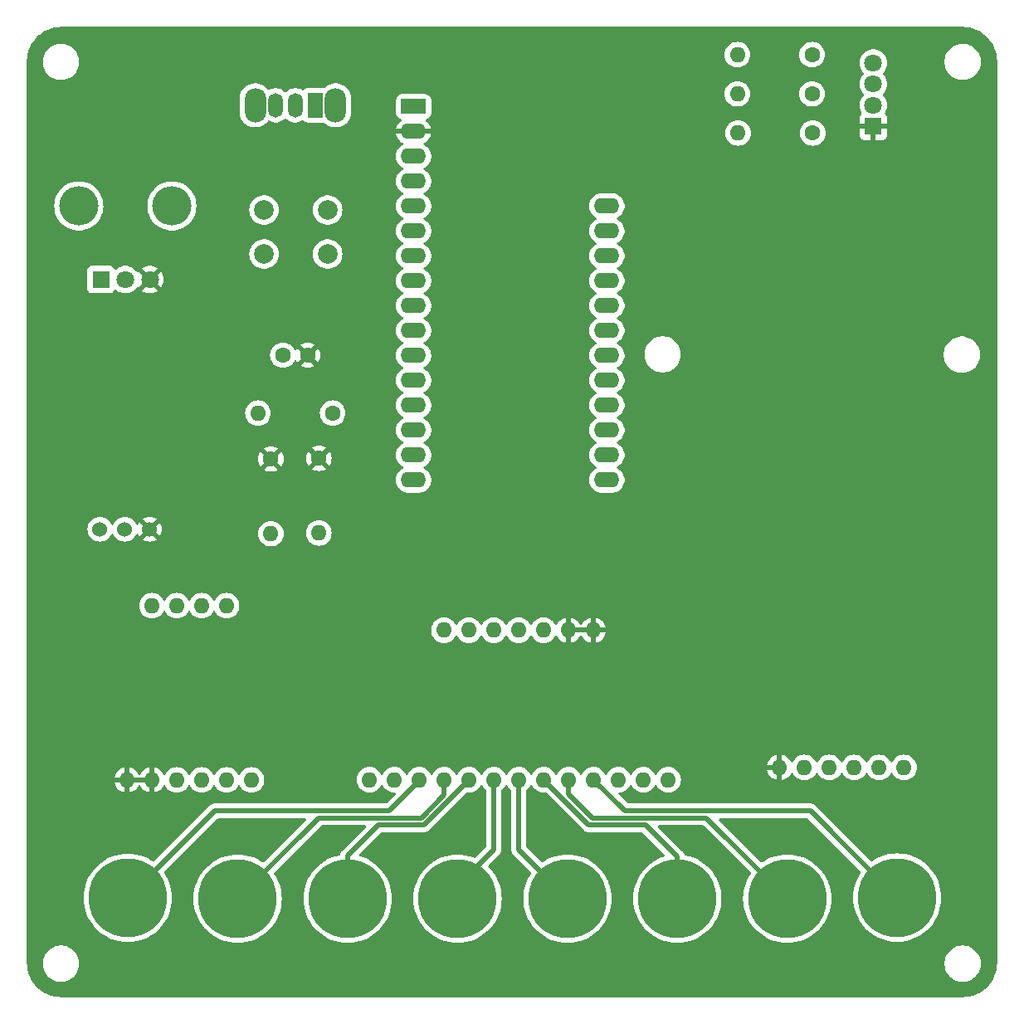
<source format=gtl>
G04 #@! TF.GenerationSoftware,KiCad,Pcbnew,8.0.8*
G04 #@! TF.CreationDate,2025-02-10T20:43:34+01:00*
G04 #@! TF.ProjectId,tesi,74657369-2e6b-4696-9361-645f70636258,rev?*
G04 #@! TF.SameCoordinates,Original*
G04 #@! TF.FileFunction,Copper,L1,Top*
G04 #@! TF.FilePolarity,Positive*
%FSLAX46Y46*%
G04 Gerber Fmt 4.6, Leading zero omitted, Abs format (unit mm)*
G04 Created by KiCad (PCBNEW 8.0.8) date 2025-02-10 20:43:34*
%MOMM*%
%LPD*%
G01*
G04 APERTURE LIST*
G04 Aperture macros list*
%AMRoundRect*
0 Rectangle with rounded corners*
0 $1 Rounding radius*
0 $2 $3 $4 $5 $6 $7 $8 $9 X,Y pos of 4 corners*
0 Add a 4 corners polygon primitive as box body*
4,1,4,$2,$3,$4,$5,$6,$7,$8,$9,$2,$3,0*
0 Add four circle primitives for the rounded corners*
1,1,$1+$1,$2,$3*
1,1,$1+$1,$4,$5*
1,1,$1+$1,$6,$7*
1,1,$1+$1,$8,$9*
0 Add four rect primitives between the rounded corners*
20,1,$1+$1,$2,$3,$4,$5,0*
20,1,$1+$1,$4,$5,$6,$7,0*
20,1,$1+$1,$6,$7,$8,$9,0*
20,1,$1+$1,$8,$9,$2,$3,0*%
G04 Aperture macros list end*
G04 #@! TA.AperFunction,ComponentPad*
%ADD10C,1.600000*%
G04 #@! TD*
G04 #@! TA.AperFunction,ComponentPad*
%ADD11O,1.600000X1.600000*%
G04 #@! TD*
G04 #@! TA.AperFunction,ComponentPad*
%ADD12RoundRect,0.250000X-1.050000X-0.550000X1.050000X-0.550000X1.050000X0.550000X-1.050000X0.550000X0*%
G04 #@! TD*
G04 #@! TA.AperFunction,ComponentPad*
%ADD13O,2.600000X1.600000*%
G04 #@! TD*
G04 #@! TA.AperFunction,SMDPad,CuDef*
%ADD14C,8.000000*%
G04 #@! TD*
G04 #@! TA.AperFunction,ComponentPad*
%ADD15O,2.200000X3.500000*%
G04 #@! TD*
G04 #@! TA.AperFunction,ComponentPad*
%ADD16R,1.500000X2.500000*%
G04 #@! TD*
G04 #@! TA.AperFunction,ComponentPad*
%ADD17O,1.500000X2.500000*%
G04 #@! TD*
G04 #@! TA.AperFunction,ComponentPad*
%ADD18C,1.524000*%
G04 #@! TD*
G04 #@! TA.AperFunction,ComponentPad*
%ADD19R,1.800000X1.800000*%
G04 #@! TD*
G04 #@! TA.AperFunction,ComponentPad*
%ADD20C,1.800000*%
G04 #@! TD*
G04 #@! TA.AperFunction,ComponentPad*
%ADD21C,2.000000*%
G04 #@! TD*
G04 #@! TA.AperFunction,ComponentPad*
%ADD22O,4.000000X4.000000*%
G04 #@! TD*
G04 #@! TA.AperFunction,Conductor*
%ADD23C,0.500000*%
G04 #@! TD*
G04 APERTURE END LIST*
D10*
X129043759Y-58829548D03*
D11*
X121423759Y-58829548D03*
D12*
X88382159Y-60130500D03*
D13*
X88382159Y-62670500D03*
X88382159Y-65210500D03*
X88382159Y-67750500D03*
X88382159Y-70290500D03*
X88382159Y-72830500D03*
X88382159Y-75370500D03*
X88382159Y-77910500D03*
X88382159Y-80450500D03*
X88382159Y-82990500D03*
X88382159Y-85530500D03*
X88382159Y-88070500D03*
X88382159Y-90610500D03*
X88382159Y-93150500D03*
X88382159Y-95690500D03*
X88382159Y-98230500D03*
X108102159Y-98230500D03*
X108102159Y-95690500D03*
X108102159Y-93150500D03*
X108102159Y-90610500D03*
X108102159Y-88070500D03*
X108102159Y-85530500D03*
X108102159Y-82990500D03*
X108102159Y-80450500D03*
X108102159Y-77910500D03*
X108102159Y-75370500D03*
X108102159Y-72830500D03*
X108102159Y-70290500D03*
D14*
X59223759Y-140874600D03*
D11*
X64223759Y-128830000D03*
X59143759Y-128830000D03*
X61683759Y-128830000D03*
X64223759Y-111050000D03*
X61683759Y-111050000D03*
X71843759Y-128830000D03*
X66763759Y-111050000D03*
X69303759Y-111050000D03*
X69303759Y-128830000D03*
X66763759Y-128830000D03*
D10*
X78723759Y-96015382D03*
D11*
X78723759Y-103635382D03*
X94017259Y-113554600D03*
X99097259Y-113554600D03*
X96557259Y-113554600D03*
X91477259Y-113554600D03*
X104177259Y-113554600D03*
X101637259Y-113554600D03*
X83884259Y-128818600D03*
X86424259Y-128818600D03*
X88964259Y-128818600D03*
X91504259Y-128818600D03*
X94044259Y-128818600D03*
X96584259Y-128818600D03*
X99124259Y-128818600D03*
X101664259Y-128818600D03*
X104204259Y-128818600D03*
X106744259Y-128818600D03*
X109284259Y-128818600D03*
X111824259Y-128818600D03*
X114364259Y-128818600D03*
X106717259Y-113554600D03*
D10*
X75045959Y-85495382D03*
X77585959Y-85495382D03*
D14*
X104080859Y-140950900D03*
D11*
X125719059Y-127560000D03*
X128259059Y-127560000D03*
X130799059Y-127560000D03*
X133339059Y-127560000D03*
X135879059Y-127560000D03*
X138419059Y-127560000D03*
D10*
X73823759Y-96085382D03*
D11*
X73823759Y-103705382D03*
D14*
X126509459Y-140950900D03*
D10*
X129103759Y-62829548D03*
D11*
X121483759Y-62829548D03*
D14*
X70438059Y-140950900D03*
D15*
X80423759Y-60000000D03*
X72223759Y-60000000D03*
D16*
X78323759Y-60000000D03*
D17*
X76323759Y-60000000D03*
X74323759Y-60000000D03*
D14*
X115295159Y-140950900D03*
D18*
X61458759Y-103250000D03*
X58918759Y-103250000D03*
X56378759Y-103250000D03*
D19*
X135292478Y-62159000D03*
D20*
X135292478Y-60000000D03*
X135292478Y-57841000D03*
X135292478Y-55682000D03*
D21*
X79623759Y-75172691D03*
X73123759Y-75172691D03*
X79623759Y-70672691D03*
X73123759Y-70672691D03*
D10*
X80125959Y-91405382D03*
D11*
X72505959Y-91405382D03*
D14*
X81652359Y-140950900D03*
D10*
X129043759Y-54829548D03*
D11*
X121423759Y-54829548D03*
D14*
X92866659Y-140950900D03*
D22*
X54223759Y-70277758D03*
X63723759Y-70277758D03*
D19*
X56473759Y-77777758D03*
D20*
X58973759Y-77777758D03*
X61473759Y-77777758D03*
D14*
X137723759Y-140840500D03*
D23*
X88964259Y-128959500D02*
X85923759Y-132000000D01*
X85923759Y-132000000D02*
X68098359Y-132000000D01*
X88964259Y-128816800D02*
X88964259Y-128959500D01*
X68098359Y-132000000D02*
X59223759Y-140874600D01*
X78688959Y-132700000D02*
X70438059Y-140950900D01*
X91504259Y-128816800D02*
X91504259Y-130366850D01*
X91504259Y-130366850D02*
X89171109Y-132700000D01*
X89171109Y-132700000D02*
X78688959Y-132700000D01*
X89461059Y-133400000D02*
X84823759Y-133400000D01*
X84823759Y-133400000D02*
X81652359Y-136571400D01*
X81652359Y-136571400D02*
X81652359Y-140950900D01*
X94044259Y-128816800D02*
X89461059Y-133400000D01*
X96584259Y-135939500D02*
X92866659Y-139657100D01*
X96584259Y-128816800D02*
X96584259Y-135939500D01*
X92866659Y-139657100D02*
X92866659Y-140950900D01*
X99124259Y-128816800D02*
X99124259Y-135994300D01*
X99124259Y-135994300D02*
X104080859Y-140950900D01*
X115295159Y-136671400D02*
X115295159Y-140950900D01*
X112023759Y-133400000D02*
X115295159Y-136671400D01*
X101664259Y-128816800D02*
X106247459Y-133400000D01*
X106247459Y-133400000D02*
X112023759Y-133400000D01*
X104204259Y-128816800D02*
X104204259Y-130280500D01*
X106623759Y-132700000D02*
X118258559Y-132700000D01*
X118258559Y-132700000D02*
X126509459Y-140950900D01*
X104204259Y-130280500D02*
X106623759Y-132700000D01*
X128883259Y-132000000D02*
X137723759Y-140840500D01*
X106744259Y-128816800D02*
X106744259Y-128820500D01*
X109923759Y-132000000D02*
X128883259Y-132000000D01*
X106744259Y-128820500D02*
X109923759Y-132000000D01*
G04 #@! TA.AperFunction,Conductor*
G36*
X61217834Y-128637007D02*
G01*
X61183759Y-128764174D01*
X61183759Y-128895826D01*
X61217834Y-129022993D01*
X61250747Y-129080000D01*
X59576771Y-129080000D01*
X59609684Y-129022993D01*
X59643759Y-128895826D01*
X59643759Y-128764174D01*
X59609684Y-128637007D01*
X59576771Y-128580000D01*
X61250747Y-128580000D01*
X61217834Y-128637007D01*
G37*
G04 #@! TD.AperFunction*
G04 #@! TA.AperFunction,Conductor*
G36*
X106251334Y-113361607D02*
G01*
X106217259Y-113488774D01*
X106217259Y-113620426D01*
X106251334Y-113747593D01*
X106284247Y-113804600D01*
X104610271Y-113804600D01*
X104643184Y-113747593D01*
X104677259Y-113620426D01*
X104677259Y-113488774D01*
X104643184Y-113361607D01*
X104610271Y-113304600D01*
X106284247Y-113304600D01*
X106251334Y-113361607D01*
G37*
G04 #@! TD.AperFunction*
G04 #@! TA.AperFunction,Conductor*
G36*
X144357872Y-52000501D02*
G01*
X144420714Y-52000500D01*
X144426796Y-52000648D01*
X144760694Y-52017049D01*
X144772798Y-52018241D01*
X145100456Y-52066842D01*
X145112386Y-52069215D01*
X145433708Y-52149700D01*
X145445330Y-52153225D01*
X145757233Y-52264825D01*
X145768454Y-52269473D01*
X146067909Y-52411105D01*
X146078634Y-52416838D01*
X146362754Y-52587134D01*
X146372860Y-52593887D01*
X146505890Y-52692550D01*
X146638915Y-52791209D01*
X146648316Y-52798923D01*
X146893761Y-53021384D01*
X146902353Y-53029977D01*
X147124808Y-53275423D01*
X147132527Y-53284829D01*
X147329839Y-53550879D01*
X147336600Y-53560998D01*
X147506887Y-53845113D01*
X147512623Y-53855845D01*
X147654240Y-54155281D01*
X147658897Y-54166524D01*
X147770481Y-54478396D01*
X147774014Y-54490041D01*
X147854495Y-54811370D01*
X147856868Y-54823305D01*
X147905462Y-55150946D01*
X147906655Y-55163057D01*
X147923109Y-55498153D01*
X147923258Y-55504236D01*
X147923257Y-55574503D01*
X147923259Y-55574532D01*
X147923259Y-147496948D01*
X147923110Y-147503033D01*
X147906706Y-147836926D01*
X147905513Y-147849036D01*
X147856910Y-148176688D01*
X147854536Y-148188622D01*
X147774051Y-148509940D01*
X147770518Y-148521586D01*
X147658929Y-148833452D01*
X147654272Y-148844694D01*
X147512643Y-149144140D01*
X147506907Y-149154872D01*
X147336616Y-149438983D01*
X147329855Y-149449101D01*
X147132538Y-149715150D01*
X147124823Y-149724551D01*
X146984585Y-149879279D01*
X146902370Y-149969990D01*
X146893765Y-149978594D01*
X146648331Y-150201040D01*
X146638924Y-150208760D01*
X146372873Y-150406074D01*
X146362755Y-150412835D01*
X146078634Y-150583128D01*
X146067902Y-150588864D01*
X145768468Y-150730483D01*
X145757226Y-150735140D01*
X145445346Y-150846730D01*
X145433700Y-150850262D01*
X145112387Y-150930743D01*
X145100452Y-150933117D01*
X144772802Y-150981716D01*
X144760692Y-150982909D01*
X144425966Y-150999350D01*
X144419883Y-150999499D01*
X144350278Y-150999499D01*
X144350262Y-150999500D01*
X52426817Y-150999500D01*
X52420732Y-150999351D01*
X52410908Y-150998868D01*
X52086834Y-150982944D01*
X52074724Y-150981751D01*
X51747066Y-150933145D01*
X51735132Y-150930771D01*
X51413812Y-150850284D01*
X51402167Y-150846751D01*
X51090292Y-150735159D01*
X51079058Y-150730506D01*
X50779599Y-150588873D01*
X50768876Y-150583140D01*
X50484751Y-150412843D01*
X50474649Y-150406093D01*
X50208582Y-150208766D01*
X50199191Y-150201060D01*
X49953721Y-149978582D01*
X49945142Y-149970002D01*
X49722680Y-149724557D01*
X49714967Y-149715159D01*
X49517631Y-149449087D01*
X49510880Y-149438983D01*
X49340578Y-149154861D01*
X49334848Y-149144140D01*
X49193214Y-148844691D01*
X49188562Y-148833460D01*
X49076960Y-148521570D01*
X49073428Y-148509926D01*
X49044691Y-148395212D01*
X48992935Y-148188605D01*
X48990565Y-148176688D01*
X48941950Y-147849007D01*
X48940761Y-147836953D01*
X48924407Y-147504199D01*
X48924259Y-147498151D01*
X48924259Y-147453711D01*
X50551659Y-147453711D01*
X50551659Y-147696288D01*
X50583320Y-147936785D01*
X50646106Y-148171104D01*
X50738932Y-148395205D01*
X50738935Y-148395212D01*
X50860223Y-148605289D01*
X50860225Y-148605292D01*
X50860226Y-148605293D01*
X51007892Y-148797736D01*
X51007898Y-148797743D01*
X51179415Y-148969260D01*
X51179421Y-148969265D01*
X51371870Y-149116936D01*
X51581947Y-149238224D01*
X51806059Y-149331054D01*
X52040370Y-149393838D01*
X52220745Y-149417584D01*
X52280870Y-149425500D01*
X52280871Y-149425500D01*
X52523448Y-149425500D01*
X52571547Y-149419167D01*
X52763948Y-149393838D01*
X52998259Y-149331054D01*
X53222371Y-149238224D01*
X53432448Y-149116936D01*
X53624897Y-148969265D01*
X53796424Y-148797738D01*
X53944095Y-148605289D01*
X54065383Y-148395212D01*
X54158213Y-148171100D01*
X54220997Y-147936789D01*
X54252659Y-147696288D01*
X54252659Y-147453712D01*
X54252659Y-147453711D01*
X142551659Y-147453711D01*
X142551659Y-147696288D01*
X142583320Y-147936785D01*
X142646106Y-148171104D01*
X142738932Y-148395205D01*
X142738935Y-148395212D01*
X142860223Y-148605289D01*
X142860225Y-148605292D01*
X142860226Y-148605293D01*
X143007892Y-148797736D01*
X143007898Y-148797743D01*
X143179415Y-148969260D01*
X143179421Y-148969265D01*
X143371870Y-149116936D01*
X143581947Y-149238224D01*
X143806059Y-149331054D01*
X144040370Y-149393838D01*
X144220745Y-149417584D01*
X144280870Y-149425500D01*
X144280871Y-149425500D01*
X144523448Y-149425500D01*
X144571547Y-149419167D01*
X144763948Y-149393838D01*
X144998259Y-149331054D01*
X145222371Y-149238224D01*
X145432448Y-149116936D01*
X145624897Y-148969265D01*
X145796424Y-148797738D01*
X145944095Y-148605289D01*
X146065383Y-148395212D01*
X146158213Y-148171100D01*
X146220997Y-147936789D01*
X146252659Y-147696288D01*
X146252659Y-147453712D01*
X146220997Y-147213211D01*
X146158213Y-146978900D01*
X146065383Y-146754788D01*
X145944095Y-146544711D01*
X145796424Y-146352262D01*
X145796419Y-146352256D01*
X145624902Y-146180739D01*
X145624895Y-146180733D01*
X145432452Y-146033067D01*
X145432451Y-146033066D01*
X145432448Y-146033064D01*
X145222371Y-145911776D01*
X145222364Y-145911773D01*
X144998263Y-145818947D01*
X144763944Y-145756161D01*
X144523448Y-145724500D01*
X144523447Y-145724500D01*
X144280871Y-145724500D01*
X144280870Y-145724500D01*
X144040373Y-145756161D01*
X143806054Y-145818947D01*
X143581953Y-145911773D01*
X143581944Y-145911777D01*
X143371865Y-146033067D01*
X143179422Y-146180733D01*
X143179415Y-146180739D01*
X143007898Y-146352256D01*
X143007892Y-146352263D01*
X142860226Y-146544706D01*
X142738936Y-146754785D01*
X142738932Y-146754794D01*
X142646106Y-146978895D01*
X142583320Y-147213214D01*
X142551659Y-147453711D01*
X54252659Y-147453711D01*
X54220997Y-147213211D01*
X54158213Y-146978900D01*
X54065383Y-146754788D01*
X53944095Y-146544711D01*
X53796424Y-146352262D01*
X53796419Y-146352256D01*
X53624902Y-146180739D01*
X53624895Y-146180733D01*
X53432452Y-146033067D01*
X53432451Y-146033066D01*
X53432448Y-146033064D01*
X53222371Y-145911776D01*
X53222364Y-145911773D01*
X52998263Y-145818947D01*
X52763944Y-145756161D01*
X52523448Y-145724500D01*
X52523447Y-145724500D01*
X52280871Y-145724500D01*
X52280870Y-145724500D01*
X52040373Y-145756161D01*
X51806054Y-145818947D01*
X51581953Y-145911773D01*
X51581944Y-145911777D01*
X51371865Y-146033067D01*
X51179422Y-146180733D01*
X51179415Y-146180739D01*
X51007898Y-146352256D01*
X51007892Y-146352263D01*
X50860226Y-146544706D01*
X50738936Y-146754785D01*
X50738932Y-146754794D01*
X50646106Y-146978895D01*
X50583320Y-147213214D01*
X50551659Y-147453711D01*
X48924259Y-147453711D01*
X48924259Y-140874600D01*
X54718452Y-140874600D01*
X54737671Y-141290297D01*
X54737671Y-141290302D01*
X54737672Y-141290307D01*
X54795162Y-141702445D01*
X54795164Y-141702453D01*
X54890438Y-142107533D01*
X55022688Y-142502114D01*
X55190769Y-142882777D01*
X55190779Y-142882798D01*
X55393265Y-143246331D01*
X55393268Y-143246335D01*
X55393270Y-143246339D01*
X55628446Y-143589654D01*
X55628448Y-143589656D01*
X55628455Y-143589666D01*
X55865971Y-143875694D01*
X55894297Y-143909806D01*
X56188553Y-144204062D01*
X56188564Y-144204071D01*
X56508692Y-144469903D01*
X56508698Y-144469907D01*
X56508705Y-144469913D01*
X56852020Y-144705089D01*
X56852026Y-144705092D01*
X56852027Y-144705093D01*
X57154349Y-144873485D01*
X57215571Y-144907585D01*
X57388359Y-144983879D01*
X57596244Y-145075670D01*
X57596247Y-145075671D01*
X57596254Y-145075674D01*
X57990823Y-145207920D01*
X58395911Y-145303196D01*
X58808062Y-145360688D01*
X59223759Y-145379907D01*
X59639456Y-145360688D01*
X60051607Y-145303196D01*
X60456695Y-145207920D01*
X60851264Y-145075674D01*
X61231947Y-144907585D01*
X61595498Y-144705089D01*
X61938813Y-144469913D01*
X62258965Y-144204062D01*
X62553221Y-143909806D01*
X62819072Y-143589654D01*
X63054248Y-143246339D01*
X63256744Y-142882788D01*
X63424833Y-142502105D01*
X63557079Y-142107536D01*
X63652355Y-141702448D01*
X63709847Y-141290297D01*
X63729066Y-140874600D01*
X63709847Y-140458903D01*
X63652355Y-140046752D01*
X63557079Y-139641664D01*
X63424833Y-139247095D01*
X63409776Y-139212995D01*
X63256748Y-138866422D01*
X63256744Y-138866412D01*
X63237750Y-138832312D01*
X63054252Y-138502868D01*
X63054251Y-138502867D01*
X63054248Y-138502861D01*
X62950887Y-138351973D01*
X62929242Y-138285543D01*
X62946947Y-138217954D01*
X62965503Y-138194221D01*
X68372907Y-132786819D01*
X68434230Y-132753334D01*
X68460588Y-132750500D01*
X77277730Y-132750500D01*
X77344769Y-132770185D01*
X77390524Y-132822989D01*
X77400468Y-132892147D01*
X77371443Y-132955703D01*
X77365411Y-132962181D01*
X73118440Y-137209150D01*
X73057117Y-137242635D01*
X72987425Y-137237651D01*
X72960682Y-137223769D01*
X72809797Y-137120410D01*
X72809790Y-137120406D01*
X72446257Y-136917920D01*
X72446236Y-136917910D01*
X72065573Y-136749829D01*
X71670992Y-136617579D01*
X71265912Y-136522305D01*
X71265904Y-136522303D01*
X70853766Y-136464813D01*
X70853761Y-136464812D01*
X70853756Y-136464812D01*
X70438059Y-136445593D01*
X70022362Y-136464812D01*
X70022356Y-136464812D01*
X70022351Y-136464813D01*
X69610213Y-136522303D01*
X69610205Y-136522305D01*
X69205125Y-136617579D01*
X68810544Y-136749829D01*
X68429881Y-136917910D01*
X68429860Y-136917920D01*
X68066327Y-137120406D01*
X68066321Y-137120410D01*
X67723002Y-137355589D01*
X67722992Y-137355596D01*
X67402864Y-137621428D01*
X67402844Y-137621446D01*
X67108605Y-137915685D01*
X67108587Y-137915705D01*
X66842755Y-138235833D01*
X66842748Y-138235843D01*
X66607569Y-138579162D01*
X66607565Y-138579168D01*
X66405079Y-138942701D01*
X66405069Y-138942722D01*
X66236988Y-139323385D01*
X66104738Y-139717966D01*
X66009464Y-140123046D01*
X66009462Y-140123054D01*
X65951972Y-140535192D01*
X65951971Y-140535197D01*
X65951971Y-140535203D01*
X65932752Y-140950900D01*
X65951971Y-141366597D01*
X65951971Y-141366602D01*
X65951972Y-141366607D01*
X66009462Y-141778745D01*
X66009464Y-141778753D01*
X66104738Y-142183833D01*
X66236988Y-142578414D01*
X66405069Y-142959077D01*
X66405079Y-142959098D01*
X66607565Y-143322631D01*
X66607568Y-143322635D01*
X66607570Y-143322639D01*
X66842746Y-143665954D01*
X66842748Y-143665956D01*
X66842755Y-143665966D01*
X67045228Y-143909794D01*
X67108597Y-143986106D01*
X67402853Y-144280362D01*
X67402864Y-144280371D01*
X67722992Y-144546203D01*
X67722998Y-144546207D01*
X67723005Y-144546213D01*
X68066320Y-144781389D01*
X68066326Y-144781392D01*
X68066327Y-144781393D01*
X68231671Y-144873489D01*
X68429871Y-144983885D01*
X68620212Y-145067929D01*
X68810544Y-145151970D01*
X68810547Y-145151971D01*
X68810554Y-145151974D01*
X69205123Y-145284220D01*
X69610211Y-145379496D01*
X70022362Y-145436988D01*
X70438059Y-145456207D01*
X70853756Y-145436988D01*
X71265907Y-145379496D01*
X71670995Y-145284220D01*
X72065564Y-145151974D01*
X72446247Y-144983885D01*
X72809798Y-144781389D01*
X73153113Y-144546213D01*
X73473265Y-144280362D01*
X73767521Y-143986106D01*
X74033372Y-143665954D01*
X74268548Y-143322639D01*
X74471044Y-142959088D01*
X74639133Y-142578405D01*
X74771379Y-142183836D01*
X74866655Y-141778748D01*
X74924147Y-141366597D01*
X74943366Y-140950900D01*
X74924147Y-140535203D01*
X74866655Y-140123052D01*
X74771379Y-139717964D01*
X74639133Y-139323395D01*
X74590386Y-139212995D01*
X74471048Y-138942722D01*
X74471044Y-138942712D01*
X74268548Y-138579161D01*
X74165187Y-138428273D01*
X74143542Y-138361843D01*
X74161247Y-138294254D01*
X74179803Y-138270521D01*
X78963507Y-133486819D01*
X79024830Y-133453334D01*
X79051188Y-133450500D01*
X83412529Y-133450500D01*
X83479568Y-133470185D01*
X83525323Y-133522989D01*
X83535267Y-133592147D01*
X83506242Y-133655703D01*
X83500210Y-133662181D01*
X81069407Y-136092983D01*
X81047476Y-136125806D01*
X81025690Y-136158413D01*
X81006482Y-136187159D01*
X80987275Y-136215904D01*
X80987271Y-136215911D01*
X80930702Y-136352482D01*
X80930699Y-136352491D01*
X80916039Y-136426190D01*
X80883653Y-136488101D01*
X80822936Y-136522674D01*
X80822812Y-136522703D01*
X80419425Y-136617579D01*
X80024844Y-136749829D01*
X79644181Y-136917910D01*
X79644160Y-136917920D01*
X79280627Y-137120406D01*
X79280621Y-137120410D01*
X78937302Y-137355589D01*
X78937292Y-137355596D01*
X78617164Y-137621428D01*
X78617144Y-137621446D01*
X78322905Y-137915685D01*
X78322887Y-137915705D01*
X78057055Y-138235833D01*
X78057048Y-138235843D01*
X77821869Y-138579162D01*
X77821865Y-138579168D01*
X77619379Y-138942701D01*
X77619369Y-138942722D01*
X77451288Y-139323385D01*
X77319038Y-139717966D01*
X77223764Y-140123046D01*
X77223762Y-140123054D01*
X77166272Y-140535192D01*
X77166271Y-140535197D01*
X77166271Y-140535203D01*
X77147052Y-140950900D01*
X77166271Y-141366597D01*
X77166271Y-141366602D01*
X77166272Y-141366607D01*
X77223762Y-141778745D01*
X77223764Y-141778753D01*
X77319038Y-142183833D01*
X77451288Y-142578414D01*
X77619369Y-142959077D01*
X77619379Y-142959098D01*
X77821865Y-143322631D01*
X77821868Y-143322635D01*
X77821870Y-143322639D01*
X78057046Y-143665954D01*
X78057048Y-143665956D01*
X78057055Y-143665966D01*
X78259528Y-143909794D01*
X78322897Y-143986106D01*
X78617153Y-144280362D01*
X78617164Y-144280371D01*
X78937292Y-144546203D01*
X78937298Y-144546207D01*
X78937305Y-144546213D01*
X79280620Y-144781389D01*
X79280626Y-144781392D01*
X79280627Y-144781393D01*
X79445971Y-144873489D01*
X79644171Y-144983885D01*
X79834512Y-145067929D01*
X80024844Y-145151970D01*
X80024847Y-145151971D01*
X80024854Y-145151974D01*
X80419423Y-145284220D01*
X80824511Y-145379496D01*
X81236662Y-145436988D01*
X81652359Y-145456207D01*
X82068056Y-145436988D01*
X82480207Y-145379496D01*
X82885295Y-145284220D01*
X83279864Y-145151974D01*
X83660547Y-144983885D01*
X84024098Y-144781389D01*
X84367413Y-144546213D01*
X84687565Y-144280362D01*
X84981821Y-143986106D01*
X85247672Y-143665954D01*
X85482848Y-143322639D01*
X85685344Y-142959088D01*
X85853433Y-142578405D01*
X85985679Y-142183836D01*
X86080955Y-141778748D01*
X86138447Y-141366597D01*
X86157666Y-140950900D01*
X86138447Y-140535203D01*
X86080955Y-140123052D01*
X85985679Y-139717964D01*
X85853433Y-139323395D01*
X85804686Y-139212995D01*
X85685348Y-138942722D01*
X85685344Y-138942712D01*
X85482848Y-138579161D01*
X85247672Y-138235846D01*
X85247666Y-138235839D01*
X85247662Y-138235833D01*
X84981830Y-137915705D01*
X84981821Y-137915694D01*
X84687565Y-137621438D01*
X84595690Y-137545146D01*
X84367425Y-137355596D01*
X84367415Y-137355589D01*
X84367413Y-137355587D01*
X84024098Y-137120411D01*
X84024094Y-137120409D01*
X84024090Y-137120406D01*
X83660557Y-136917920D01*
X83660536Y-136917910D01*
X83279873Y-136749829D01*
X82912092Y-136626561D01*
X82854783Y-136586592D01*
X82828181Y-136521985D01*
X82840731Y-136453252D01*
X82863814Y-136421311D01*
X85098308Y-134186819D01*
X85159631Y-134153334D01*
X85185989Y-134150500D01*
X89534979Y-134150500D01*
X89632521Y-134131096D01*
X89679972Y-134121658D01*
X89816554Y-134065084D01*
X89865788Y-134032186D01*
X89939475Y-133982952D01*
X93777255Y-130145169D01*
X93838576Y-130111686D01*
X93875738Y-130109324D01*
X94006952Y-130120804D01*
X94044258Y-130124068D01*
X94044259Y-130124068D01*
X94044261Y-130124068D01*
X94100932Y-130119109D01*
X94270951Y-130104235D01*
X94490755Y-130045339D01*
X94696993Y-129949168D01*
X94883398Y-129818647D01*
X95044306Y-129657739D01*
X95174827Y-129471334D01*
X95201877Y-129413324D01*
X95248049Y-129360885D01*
X95315242Y-129341733D01*
X95382124Y-129361948D01*
X95426641Y-129413325D01*
X95453688Y-129471328D01*
X95453691Y-129471334D01*
X95584213Y-129657741D01*
X95745118Y-129818646D01*
X95780880Y-129843686D01*
X95824506Y-129898262D01*
X95833759Y-129945262D01*
X95833759Y-135577270D01*
X95814074Y-135644309D01*
X95797440Y-135664951D01*
X94705732Y-136756658D01*
X94644409Y-136790143D01*
X94574717Y-136785159D01*
X94567966Y-136782412D01*
X94494172Y-136749829D01*
X94494166Y-136749827D01*
X94494164Y-136749826D01*
X94099595Y-136617580D01*
X94099594Y-136617579D01*
X94099592Y-136617579D01*
X93694512Y-136522305D01*
X93694504Y-136522303D01*
X93282366Y-136464813D01*
X93282361Y-136464812D01*
X93282356Y-136464812D01*
X92866659Y-136445593D01*
X92450962Y-136464812D01*
X92450956Y-136464812D01*
X92450951Y-136464813D01*
X92038813Y-136522303D01*
X92038805Y-136522305D01*
X91633725Y-136617579D01*
X91239144Y-136749829D01*
X90858481Y-136917910D01*
X90858460Y-136917920D01*
X90494927Y-137120406D01*
X90494921Y-137120410D01*
X90151602Y-137355589D01*
X90151592Y-137355596D01*
X89831464Y-137621428D01*
X89831444Y-137621446D01*
X89537205Y-137915685D01*
X89537187Y-137915705D01*
X89271355Y-138235833D01*
X89271348Y-138235843D01*
X89036169Y-138579162D01*
X89036165Y-138579168D01*
X88833679Y-138942701D01*
X88833669Y-138942722D01*
X88665588Y-139323385D01*
X88533338Y-139717966D01*
X88438064Y-140123046D01*
X88438062Y-140123054D01*
X88380572Y-140535192D01*
X88380571Y-140535197D01*
X88380571Y-140535203D01*
X88361352Y-140950900D01*
X88380571Y-141366597D01*
X88380571Y-141366602D01*
X88380572Y-141366607D01*
X88438062Y-141778745D01*
X88438064Y-141778753D01*
X88533338Y-142183833D01*
X88665588Y-142578414D01*
X88833669Y-142959077D01*
X88833679Y-142959098D01*
X89036165Y-143322631D01*
X89036168Y-143322635D01*
X89036170Y-143322639D01*
X89271346Y-143665954D01*
X89271348Y-143665956D01*
X89271355Y-143665966D01*
X89473828Y-143909794D01*
X89537197Y-143986106D01*
X89831453Y-144280362D01*
X89831464Y-144280371D01*
X90151592Y-144546203D01*
X90151598Y-144546207D01*
X90151605Y-144546213D01*
X90494920Y-144781389D01*
X90494926Y-144781392D01*
X90494927Y-144781393D01*
X90660271Y-144873489D01*
X90858471Y-144983885D01*
X91048812Y-145067929D01*
X91239144Y-145151970D01*
X91239147Y-145151971D01*
X91239154Y-145151974D01*
X91633723Y-145284220D01*
X92038811Y-145379496D01*
X92450962Y-145436988D01*
X92866659Y-145456207D01*
X93282356Y-145436988D01*
X93694507Y-145379496D01*
X94099595Y-145284220D01*
X94494164Y-145151974D01*
X94874847Y-144983885D01*
X95238398Y-144781389D01*
X95581713Y-144546213D01*
X95901865Y-144280362D01*
X96196121Y-143986106D01*
X96461972Y-143665954D01*
X96697148Y-143322639D01*
X96899644Y-142959088D01*
X97067733Y-142578405D01*
X97199979Y-142183836D01*
X97295255Y-141778748D01*
X97352747Y-141366597D01*
X97371966Y-140950900D01*
X97352747Y-140535203D01*
X97295255Y-140123052D01*
X97199979Y-139717964D01*
X97067733Y-139323395D01*
X97018986Y-139212995D01*
X96899648Y-138942722D01*
X96899644Y-138942712D01*
X96697148Y-138579161D01*
X96461972Y-138235846D01*
X96461966Y-138235839D01*
X96461962Y-138235833D01*
X96196130Y-137915705D01*
X96196121Y-137915694D01*
X96020457Y-137740030D01*
X95986972Y-137678707D01*
X95991956Y-137609015D01*
X96020457Y-137564668D01*
X96575109Y-137010017D01*
X97167210Y-136417916D01*
X97249343Y-136294995D01*
X97305917Y-136158413D01*
X97323858Y-136068220D01*
X97334759Y-136013420D01*
X97334759Y-129945262D01*
X97354444Y-129878223D01*
X97387638Y-129843686D01*
X97400216Y-129834879D01*
X97423398Y-129818647D01*
X97584306Y-129657739D01*
X97714827Y-129471334D01*
X97741877Y-129413324D01*
X97788049Y-129360885D01*
X97855242Y-129341733D01*
X97922124Y-129361948D01*
X97966641Y-129413325D01*
X97993688Y-129471328D01*
X97993691Y-129471334D01*
X98124213Y-129657741D01*
X98285118Y-129818646D01*
X98320880Y-129843686D01*
X98364506Y-129898262D01*
X98373759Y-129945262D01*
X98373759Y-136068218D01*
X98373759Y-136068220D01*
X98373758Y-136068220D01*
X98402599Y-136213207D01*
X98402602Y-136213217D01*
X98459171Y-136349788D01*
X98459176Y-136349797D01*
X98467798Y-136362700D01*
X98485043Y-136388509D01*
X98485044Y-136388512D01*
X98485045Y-136388512D01*
X98523458Y-136446003D01*
X98541310Y-136472720D01*
X98541311Y-136472721D01*
X100339109Y-138270518D01*
X100372594Y-138331841D01*
X100367610Y-138401533D01*
X100353728Y-138428275D01*
X100250376Y-138579151D01*
X100250365Y-138579168D01*
X100047879Y-138942701D01*
X100047869Y-138942722D01*
X99879788Y-139323385D01*
X99747538Y-139717966D01*
X99652264Y-140123046D01*
X99652262Y-140123054D01*
X99594772Y-140535192D01*
X99594771Y-140535197D01*
X99594771Y-140535203D01*
X99575552Y-140950900D01*
X99594771Y-141366597D01*
X99594771Y-141366602D01*
X99594772Y-141366607D01*
X99652262Y-141778745D01*
X99652264Y-141778753D01*
X99747538Y-142183833D01*
X99879788Y-142578414D01*
X100047869Y-142959077D01*
X100047879Y-142959098D01*
X100250365Y-143322631D01*
X100250368Y-143322635D01*
X100250370Y-143322639D01*
X100485546Y-143665954D01*
X100485548Y-143665956D01*
X100485555Y-143665966D01*
X100688028Y-143909794D01*
X100751397Y-143986106D01*
X101045653Y-144280362D01*
X101045664Y-144280371D01*
X101365792Y-144546203D01*
X101365798Y-144546207D01*
X101365805Y-144546213D01*
X101709120Y-144781389D01*
X101709126Y-144781392D01*
X101709127Y-144781393D01*
X101874471Y-144873489D01*
X102072671Y-144983885D01*
X102263012Y-145067929D01*
X102453344Y-145151970D01*
X102453347Y-145151971D01*
X102453354Y-145151974D01*
X102847923Y-145284220D01*
X103253011Y-145379496D01*
X103665162Y-145436988D01*
X104080859Y-145456207D01*
X104496556Y-145436988D01*
X104908707Y-145379496D01*
X105313795Y-145284220D01*
X105708364Y-145151974D01*
X106089047Y-144983885D01*
X106452598Y-144781389D01*
X106795913Y-144546213D01*
X107116065Y-144280362D01*
X107410321Y-143986106D01*
X107676172Y-143665954D01*
X107911348Y-143322639D01*
X108113844Y-142959088D01*
X108281933Y-142578405D01*
X108414179Y-142183836D01*
X108509455Y-141778748D01*
X108566947Y-141366597D01*
X108586166Y-140950900D01*
X108566947Y-140535203D01*
X108509455Y-140123052D01*
X108414179Y-139717964D01*
X108281933Y-139323395D01*
X108233186Y-139212995D01*
X108113848Y-138942722D01*
X108113844Y-138942712D01*
X107911348Y-138579161D01*
X107676172Y-138235846D01*
X107676166Y-138235839D01*
X107676162Y-138235833D01*
X107410330Y-137915705D01*
X107410321Y-137915694D01*
X107116065Y-137621438D01*
X107024190Y-137545146D01*
X106795925Y-137355596D01*
X106795915Y-137355589D01*
X106795913Y-137355587D01*
X106452598Y-137120411D01*
X106452594Y-137120409D01*
X106452590Y-137120406D01*
X106089057Y-136917920D01*
X106089036Y-136917910D01*
X105708373Y-136749829D01*
X105313792Y-136617579D01*
X104908712Y-136522305D01*
X104908704Y-136522303D01*
X104496566Y-136464813D01*
X104496561Y-136464812D01*
X104496556Y-136464812D01*
X104080859Y-136445593D01*
X103665162Y-136464812D01*
X103665156Y-136464812D01*
X103665151Y-136464813D01*
X103253013Y-136522303D01*
X103253005Y-136522305D01*
X102847925Y-136617579D01*
X102453344Y-136749829D01*
X102072681Y-136917910D01*
X102072660Y-136917920D01*
X101709127Y-137120406D01*
X101709110Y-137120417D01*
X101558234Y-137223769D01*
X101491803Y-137245415D01*
X101424213Y-137227710D01*
X101400477Y-137209150D01*
X99911078Y-135719751D01*
X99877593Y-135658428D01*
X99874759Y-135632070D01*
X99874759Y-129945262D01*
X99894444Y-129878223D01*
X99927638Y-129843686D01*
X99940216Y-129834879D01*
X99963398Y-129818647D01*
X100124306Y-129657739D01*
X100254827Y-129471334D01*
X100281877Y-129413324D01*
X100328049Y-129360885D01*
X100395242Y-129341733D01*
X100462124Y-129361948D01*
X100506641Y-129413325D01*
X100533688Y-129471328D01*
X100533691Y-129471334D01*
X100664213Y-129657741D01*
X100825117Y-129818645D01*
X100825120Y-129818647D01*
X101011525Y-129949168D01*
X101217763Y-130045339D01*
X101217768Y-130045340D01*
X101217770Y-130045341D01*
X101260305Y-130056738D01*
X101437567Y-130104235D01*
X101599489Y-130118401D01*
X101664257Y-130124068D01*
X101664259Y-130124068D01*
X101664260Y-130124068D01*
X101683161Y-130122414D01*
X101832775Y-130109324D01*
X101901273Y-130123090D01*
X101931262Y-130145171D01*
X105664508Y-133878416D01*
X105769043Y-133982951D01*
X105769046Y-133982953D01*
X105769047Y-133982954D01*
X105891962Y-134065083D01*
X105891965Y-134065085D01*
X105948538Y-134088518D01*
X105948539Y-134088518D01*
X106028547Y-134121659D01*
X106144700Y-134144763D01*
X106163927Y-134148587D01*
X106173540Y-134150500D01*
X106173541Y-134150500D01*
X106173542Y-134150500D01*
X106321377Y-134150500D01*
X111661529Y-134150500D01*
X111728568Y-134170185D01*
X111749210Y-134186819D01*
X114008802Y-136446411D01*
X114042287Y-136507734D01*
X114037303Y-136577426D01*
X113995431Y-136633359D01*
X113960528Y-136651664D01*
X113810281Y-136702022D01*
X113667654Y-136749826D01*
X113667647Y-136749828D01*
X113667641Y-136749831D01*
X113286981Y-136917910D01*
X113286960Y-136917920D01*
X112923427Y-137120406D01*
X112923421Y-137120410D01*
X112580102Y-137355589D01*
X112580092Y-137355596D01*
X112259964Y-137621428D01*
X112259944Y-137621446D01*
X111965705Y-137915685D01*
X111965687Y-137915705D01*
X111699855Y-138235833D01*
X111699848Y-138235843D01*
X111464669Y-138579162D01*
X111464665Y-138579168D01*
X111262179Y-138942701D01*
X111262169Y-138942722D01*
X111094088Y-139323385D01*
X110961838Y-139717966D01*
X110866564Y-140123046D01*
X110866562Y-140123054D01*
X110809072Y-140535192D01*
X110809071Y-140535197D01*
X110809071Y-140535203D01*
X110789852Y-140950900D01*
X110809071Y-141366597D01*
X110809071Y-141366602D01*
X110809072Y-141366607D01*
X110866562Y-141778745D01*
X110866564Y-141778753D01*
X110961838Y-142183833D01*
X111094088Y-142578414D01*
X111262169Y-142959077D01*
X111262179Y-142959098D01*
X111464665Y-143322631D01*
X111464668Y-143322635D01*
X111464670Y-143322639D01*
X111699846Y-143665954D01*
X111699848Y-143665956D01*
X111699855Y-143665966D01*
X111902328Y-143909794D01*
X111965697Y-143986106D01*
X112259953Y-144280362D01*
X112259964Y-144280371D01*
X112580092Y-144546203D01*
X112580098Y-144546207D01*
X112580105Y-144546213D01*
X112923420Y-144781389D01*
X112923426Y-144781392D01*
X112923427Y-144781393D01*
X113088771Y-144873489D01*
X113286971Y-144983885D01*
X113477312Y-145067929D01*
X113667644Y-145151970D01*
X113667647Y-145151971D01*
X113667654Y-145151974D01*
X114062223Y-145284220D01*
X114467311Y-145379496D01*
X114879462Y-145436988D01*
X115295159Y-145456207D01*
X115710856Y-145436988D01*
X116123007Y-145379496D01*
X116528095Y-145284220D01*
X116922664Y-145151974D01*
X117303347Y-144983885D01*
X117666898Y-144781389D01*
X118010213Y-144546213D01*
X118330365Y-144280362D01*
X118624621Y-143986106D01*
X118890472Y-143665954D01*
X119125648Y-143322639D01*
X119328144Y-142959088D01*
X119496233Y-142578405D01*
X119628479Y-142183836D01*
X119723755Y-141778748D01*
X119781247Y-141366597D01*
X119800466Y-140950900D01*
X119781247Y-140535203D01*
X119723755Y-140123052D01*
X119628479Y-139717964D01*
X119496233Y-139323395D01*
X119447486Y-139212995D01*
X119328148Y-138942722D01*
X119328144Y-138942712D01*
X119125648Y-138579161D01*
X118890472Y-138235846D01*
X118890466Y-138235839D01*
X118890462Y-138235833D01*
X118624630Y-137915705D01*
X118624621Y-137915694D01*
X118330365Y-137621438D01*
X118238490Y-137545146D01*
X118010225Y-137355596D01*
X118010215Y-137355589D01*
X118010213Y-137355587D01*
X117666898Y-137120411D01*
X117666894Y-137120409D01*
X117666890Y-137120406D01*
X117303357Y-136917920D01*
X117303336Y-136917910D01*
X116922673Y-136749829D01*
X116528092Y-136617579D01*
X116123012Y-136522305D01*
X116123010Y-136522304D01*
X116123007Y-136522304D01*
X116111269Y-136520666D01*
X116047594Y-136491908D01*
X116013843Y-136445308D01*
X116000006Y-136411903D01*
X115976193Y-136354412D01*
X115960246Y-136315911D01*
X115960239Y-136315898D01*
X115878111Y-136192985D01*
X115843533Y-136158407D01*
X115773575Y-136088449D01*
X113347308Y-133662181D01*
X113313823Y-133600858D01*
X113318807Y-133531166D01*
X113360679Y-133475233D01*
X113426143Y-133450816D01*
X113434989Y-133450500D01*
X117896329Y-133450500D01*
X117963368Y-133470185D01*
X117984010Y-133486819D01*
X122767709Y-138270517D01*
X122801194Y-138331840D01*
X122796210Y-138401532D01*
X122782328Y-138428274D01*
X122678976Y-138579151D01*
X122678965Y-138579168D01*
X122476479Y-138942701D01*
X122476469Y-138942722D01*
X122308388Y-139323385D01*
X122176138Y-139717966D01*
X122080864Y-140123046D01*
X122080862Y-140123054D01*
X122023372Y-140535192D01*
X122023371Y-140535197D01*
X122023371Y-140535203D01*
X122004152Y-140950900D01*
X122023371Y-141366597D01*
X122023371Y-141366602D01*
X122023372Y-141366607D01*
X122080862Y-141778745D01*
X122080864Y-141778753D01*
X122176138Y-142183833D01*
X122308388Y-142578414D01*
X122476469Y-142959077D01*
X122476479Y-142959098D01*
X122678965Y-143322631D01*
X122678968Y-143322635D01*
X122678970Y-143322639D01*
X122914146Y-143665954D01*
X122914148Y-143665956D01*
X122914155Y-143665966D01*
X123116628Y-143909794D01*
X123179997Y-143986106D01*
X123474253Y-144280362D01*
X123474264Y-144280371D01*
X123794392Y-144546203D01*
X123794398Y-144546207D01*
X123794405Y-144546213D01*
X124137720Y-144781389D01*
X124137726Y-144781392D01*
X124137727Y-144781393D01*
X124303071Y-144873489D01*
X124501271Y-144983885D01*
X124691612Y-145067929D01*
X124881944Y-145151970D01*
X124881947Y-145151971D01*
X124881954Y-145151974D01*
X125276523Y-145284220D01*
X125681611Y-145379496D01*
X126093762Y-145436988D01*
X126509459Y-145456207D01*
X126925156Y-145436988D01*
X127337307Y-145379496D01*
X127742395Y-145284220D01*
X128136964Y-145151974D01*
X128517647Y-144983885D01*
X128881198Y-144781389D01*
X129224513Y-144546213D01*
X129544665Y-144280362D01*
X129838921Y-143986106D01*
X130104772Y-143665954D01*
X130339948Y-143322639D01*
X130542444Y-142959088D01*
X130710533Y-142578405D01*
X130842779Y-142183836D01*
X130938055Y-141778748D01*
X130995547Y-141366597D01*
X131014766Y-140950900D01*
X130995547Y-140535203D01*
X130938055Y-140123052D01*
X130842779Y-139717964D01*
X130710533Y-139323395D01*
X130661786Y-139212995D01*
X130542448Y-138942722D01*
X130542444Y-138942712D01*
X130339948Y-138579161D01*
X130104772Y-138235846D01*
X130104766Y-138235839D01*
X130104762Y-138235833D01*
X129838930Y-137915705D01*
X129838921Y-137915694D01*
X129544665Y-137621438D01*
X129452790Y-137545146D01*
X129224525Y-137355596D01*
X129224515Y-137355589D01*
X129224513Y-137355587D01*
X128881198Y-137120411D01*
X128881194Y-137120409D01*
X128881190Y-137120406D01*
X128517657Y-136917920D01*
X128517636Y-136917910D01*
X128136973Y-136749829D01*
X127742392Y-136617579D01*
X127337312Y-136522305D01*
X127337304Y-136522303D01*
X126925166Y-136464813D01*
X126925161Y-136464812D01*
X126925156Y-136464812D01*
X126509459Y-136445593D01*
X126093762Y-136464812D01*
X126093756Y-136464812D01*
X126093751Y-136464813D01*
X125681613Y-136522303D01*
X125681605Y-136522305D01*
X125276525Y-136617579D01*
X124881944Y-136749829D01*
X124501281Y-136917910D01*
X124501260Y-136917920D01*
X124137727Y-137120406D01*
X124137710Y-137120417D01*
X123986833Y-137223769D01*
X123920401Y-137245415D01*
X123852812Y-137227710D01*
X123829076Y-137209150D01*
X119582108Y-132962181D01*
X119548623Y-132900858D01*
X119553607Y-132831166D01*
X119595479Y-132775233D01*
X119660943Y-132750816D01*
X119669789Y-132750500D01*
X128521029Y-132750500D01*
X128588068Y-132770185D01*
X128608710Y-132786819D01*
X133982009Y-138160118D01*
X134015494Y-138221441D01*
X134010510Y-138291133D01*
X133996628Y-138317875D01*
X133893276Y-138468751D01*
X133893265Y-138468768D01*
X133690779Y-138832301D01*
X133690769Y-138832322D01*
X133522688Y-139212985D01*
X133390438Y-139607566D01*
X133295164Y-140012646D01*
X133295162Y-140012654D01*
X133237672Y-140424792D01*
X133237671Y-140424797D01*
X133237671Y-140424803D01*
X133218452Y-140840500D01*
X133237671Y-141256197D01*
X133237671Y-141256202D01*
X133237672Y-141256207D01*
X133295162Y-141668345D01*
X133295164Y-141668353D01*
X133390438Y-142073433D01*
X133522688Y-142468014D01*
X133690769Y-142848677D01*
X133690779Y-142848698D01*
X133893265Y-143212231D01*
X133893268Y-143212235D01*
X133893270Y-143212239D01*
X134128446Y-143555554D01*
X134128448Y-143555556D01*
X134128455Y-143555566D01*
X134394287Y-143875694D01*
X134394297Y-143875706D01*
X134688553Y-144169962D01*
X134688564Y-144169971D01*
X135008692Y-144435803D01*
X135008698Y-144435807D01*
X135008705Y-144435813D01*
X135352020Y-144670989D01*
X135352026Y-144670992D01*
X135352027Y-144670993D01*
X135550226Y-144781389D01*
X135715571Y-144873485D01*
X135792800Y-144907585D01*
X136096244Y-145041570D01*
X136096247Y-145041571D01*
X136096254Y-145041574D01*
X136490823Y-145173820D01*
X136895911Y-145269096D01*
X137308062Y-145326588D01*
X137723759Y-145345807D01*
X138139456Y-145326588D01*
X138551607Y-145269096D01*
X138956695Y-145173820D01*
X139351264Y-145041574D01*
X139731947Y-144873485D01*
X140095498Y-144670989D01*
X140438813Y-144435813D01*
X140758965Y-144169962D01*
X141053221Y-143875706D01*
X141319072Y-143555554D01*
X141554248Y-143212239D01*
X141756744Y-142848688D01*
X141924833Y-142468005D01*
X142057079Y-142073436D01*
X142152355Y-141668348D01*
X142209847Y-141256197D01*
X142229066Y-140840500D01*
X142209847Y-140424803D01*
X142152355Y-140012652D01*
X142057079Y-139607564D01*
X141924833Y-139212995D01*
X141756744Y-138832312D01*
X141573245Y-138502868D01*
X141554252Y-138468768D01*
X141554251Y-138468767D01*
X141554248Y-138468761D01*
X141319072Y-138125446D01*
X141319066Y-138125439D01*
X141319062Y-138125433D01*
X141053230Y-137805305D01*
X141053221Y-137805294D01*
X140758965Y-137511038D01*
X140758953Y-137511028D01*
X140438825Y-137245196D01*
X140438815Y-137245189D01*
X140438813Y-137245187D01*
X140095498Y-137010011D01*
X140095494Y-137010009D01*
X140095490Y-137010006D01*
X139731957Y-136807520D01*
X139731936Y-136807510D01*
X139351273Y-136639429D01*
X138956692Y-136507179D01*
X138551612Y-136411905D01*
X138551604Y-136411903D01*
X138139466Y-136354413D01*
X138139461Y-136354412D01*
X138139456Y-136354412D01*
X137723759Y-136335193D01*
X137308062Y-136354412D01*
X137308056Y-136354412D01*
X137308051Y-136354413D01*
X136895913Y-136411903D01*
X136895905Y-136411905D01*
X136490825Y-136507179D01*
X136096244Y-136639429D01*
X135715581Y-136807510D01*
X135715560Y-136807520D01*
X135352027Y-137010006D01*
X135352010Y-137010017D01*
X135201134Y-137113369D01*
X135134703Y-137135015D01*
X135067113Y-137117310D01*
X135043377Y-137098750D01*
X129361680Y-131417052D01*
X129361673Y-131417046D01*
X129287988Y-131367812D01*
X129287988Y-131367813D01*
X129238750Y-131334913D01*
X129102176Y-131278343D01*
X129102166Y-131278340D01*
X128957179Y-131249500D01*
X128957177Y-131249500D01*
X110285989Y-131249500D01*
X110218950Y-131229815D01*
X110198308Y-131213181D01*
X109311311Y-130326184D01*
X109277826Y-130264861D01*
X109282810Y-130195169D01*
X109324682Y-130139236D01*
X109388182Y-130114975D01*
X109510951Y-130104235D01*
X109730755Y-130045339D01*
X109936993Y-129949168D01*
X110123398Y-129818647D01*
X110284306Y-129657739D01*
X110414827Y-129471334D01*
X110441877Y-129413324D01*
X110488049Y-129360885D01*
X110555242Y-129341733D01*
X110622124Y-129361948D01*
X110666641Y-129413325D01*
X110693688Y-129471328D01*
X110693691Y-129471334D01*
X110824213Y-129657741D01*
X110985117Y-129818645D01*
X110985120Y-129818647D01*
X111171525Y-129949168D01*
X111377763Y-130045339D01*
X111377768Y-130045340D01*
X111377770Y-130045341D01*
X111420305Y-130056738D01*
X111597567Y-130104235D01*
X111759489Y-130118401D01*
X111824257Y-130124068D01*
X111824259Y-130124068D01*
X111824261Y-130124068D01*
X111880932Y-130119109D01*
X112050951Y-130104235D01*
X112270755Y-130045339D01*
X112476993Y-129949168D01*
X112663398Y-129818647D01*
X112824306Y-129657739D01*
X112954827Y-129471334D01*
X112981877Y-129413324D01*
X113028049Y-129360885D01*
X113095242Y-129341733D01*
X113162124Y-129361948D01*
X113206641Y-129413325D01*
X113233688Y-129471328D01*
X113233691Y-129471334D01*
X113364213Y-129657741D01*
X113525117Y-129818645D01*
X113525120Y-129818647D01*
X113711525Y-129949168D01*
X113917763Y-130045339D01*
X113917768Y-130045340D01*
X113917770Y-130045341D01*
X113960305Y-130056738D01*
X114137567Y-130104235D01*
X114299489Y-130118401D01*
X114364257Y-130124068D01*
X114364259Y-130124068D01*
X114364261Y-130124068D01*
X114420932Y-130119109D01*
X114590951Y-130104235D01*
X114810755Y-130045339D01*
X115016993Y-129949168D01*
X115203398Y-129818647D01*
X115364306Y-129657739D01*
X115494827Y-129471334D01*
X115590998Y-129265096D01*
X115649894Y-129045292D01*
X115669727Y-128818600D01*
X115666939Y-128786738D01*
X115664060Y-128753830D01*
X115649894Y-128591908D01*
X115598242Y-128399139D01*
X115591000Y-128372111D01*
X115590997Y-128372102D01*
X115516565Y-128212484D01*
X115494827Y-128165866D01*
X115364306Y-127979461D01*
X115364304Y-127979458D01*
X115203400Y-127818554D01*
X115016993Y-127688032D01*
X115016991Y-127688031D01*
X114810756Y-127591861D01*
X114810747Y-127591858D01*
X114590956Y-127532966D01*
X114590952Y-127532965D01*
X114590951Y-127532965D01*
X114590950Y-127532964D01*
X114590945Y-127532964D01*
X114364261Y-127513132D01*
X114364257Y-127513132D01*
X114137572Y-127532964D01*
X114137561Y-127532966D01*
X113917770Y-127591858D01*
X113917761Y-127591861D01*
X113711526Y-127688031D01*
X113711524Y-127688032D01*
X113525117Y-127818554D01*
X113364213Y-127979458D01*
X113233691Y-128165865D01*
X113233690Y-128165867D01*
X113214569Y-128206872D01*
X113211954Y-128212482D01*
X113206641Y-128223875D01*
X113160468Y-128276314D01*
X113093275Y-128295466D01*
X113026394Y-128275250D01*
X112981877Y-128223875D01*
X112976565Y-128212484D01*
X112954827Y-128165866D01*
X112824306Y-127979461D01*
X112824304Y-127979458D01*
X112663400Y-127818554D01*
X112476993Y-127688032D01*
X112476991Y-127688031D01*
X112270756Y-127591861D01*
X112270747Y-127591858D01*
X112050956Y-127532966D01*
X112050952Y-127532965D01*
X112050951Y-127532965D01*
X112050950Y-127532964D01*
X112050945Y-127532964D01*
X111824261Y-127513132D01*
X111824257Y-127513132D01*
X111597572Y-127532964D01*
X111597561Y-127532966D01*
X111377770Y-127591858D01*
X111377761Y-127591861D01*
X111171526Y-127688031D01*
X111171524Y-127688032D01*
X110985117Y-127818554D01*
X110824213Y-127979458D01*
X110693691Y-128165865D01*
X110693690Y-128165867D01*
X110674569Y-128206872D01*
X110671954Y-128212482D01*
X110666641Y-128223875D01*
X110620468Y-128276314D01*
X110553275Y-128295466D01*
X110486394Y-128275250D01*
X110441877Y-128223875D01*
X110436565Y-128212484D01*
X110414827Y-128165866D01*
X110284306Y-127979461D01*
X110284304Y-127979458D01*
X110123400Y-127818554D01*
X109936993Y-127688032D01*
X109936991Y-127688031D01*
X109730756Y-127591861D01*
X109730747Y-127591858D01*
X109510956Y-127532966D01*
X109510952Y-127532965D01*
X109510951Y-127532965D01*
X109510950Y-127532964D01*
X109510945Y-127532964D01*
X109284261Y-127513132D01*
X109284257Y-127513132D01*
X109057572Y-127532964D01*
X109057561Y-127532966D01*
X108837770Y-127591858D01*
X108837761Y-127591861D01*
X108631526Y-127688031D01*
X108631524Y-127688032D01*
X108445117Y-127818554D01*
X108284213Y-127979458D01*
X108153691Y-128165865D01*
X108153690Y-128165867D01*
X108134569Y-128206872D01*
X108131954Y-128212482D01*
X108126641Y-128223875D01*
X108080468Y-128276314D01*
X108013275Y-128295466D01*
X107946394Y-128275250D01*
X107901877Y-128223875D01*
X107896565Y-128212484D01*
X107874827Y-128165866D01*
X107744306Y-127979461D01*
X107744304Y-127979458D01*
X107583400Y-127818554D01*
X107396993Y-127688032D01*
X107396991Y-127688031D01*
X107190756Y-127591861D01*
X107190747Y-127591858D01*
X106970956Y-127532966D01*
X106970952Y-127532965D01*
X106970951Y-127532965D01*
X106970950Y-127532964D01*
X106970945Y-127532964D01*
X106744261Y-127513132D01*
X106744257Y-127513132D01*
X106517572Y-127532964D01*
X106517561Y-127532966D01*
X106297770Y-127591858D01*
X106297761Y-127591861D01*
X106091526Y-127688031D01*
X106091524Y-127688032D01*
X105905117Y-127818554D01*
X105744213Y-127979458D01*
X105613691Y-128165865D01*
X105613690Y-128165867D01*
X105594569Y-128206872D01*
X105591954Y-128212482D01*
X105586641Y-128223875D01*
X105540468Y-128276314D01*
X105473275Y-128295466D01*
X105406394Y-128275250D01*
X105361877Y-128223875D01*
X105356565Y-128212484D01*
X105334827Y-128165866D01*
X105204306Y-127979461D01*
X105204304Y-127979458D01*
X105043400Y-127818554D01*
X104856993Y-127688032D01*
X104856991Y-127688031D01*
X104650756Y-127591861D01*
X104650747Y-127591858D01*
X104430956Y-127532966D01*
X104430952Y-127532965D01*
X104430951Y-127532965D01*
X104430950Y-127532964D01*
X104430945Y-127532964D01*
X104204261Y-127513132D01*
X104204257Y-127513132D01*
X103977572Y-127532964D01*
X103977561Y-127532966D01*
X103757770Y-127591858D01*
X103757761Y-127591861D01*
X103551526Y-127688031D01*
X103551524Y-127688032D01*
X103365117Y-127818554D01*
X103204213Y-127979458D01*
X103073691Y-128165865D01*
X103073690Y-128165867D01*
X103054569Y-128206872D01*
X103051954Y-128212482D01*
X103046641Y-128223875D01*
X103000468Y-128276314D01*
X102933275Y-128295466D01*
X102866394Y-128275250D01*
X102821877Y-128223875D01*
X102816565Y-128212484D01*
X102794827Y-128165866D01*
X102664306Y-127979461D01*
X102664304Y-127979458D01*
X102503400Y-127818554D01*
X102316993Y-127688032D01*
X102316991Y-127688031D01*
X102110756Y-127591861D01*
X102110747Y-127591858D01*
X101890956Y-127532966D01*
X101890952Y-127532965D01*
X101890951Y-127532965D01*
X101890950Y-127532964D01*
X101890945Y-127532964D01*
X101664261Y-127513132D01*
X101664257Y-127513132D01*
X101437572Y-127532964D01*
X101437561Y-127532966D01*
X101217770Y-127591858D01*
X101217761Y-127591861D01*
X101011526Y-127688031D01*
X101011524Y-127688032D01*
X100825117Y-127818554D01*
X100664213Y-127979458D01*
X100533691Y-128165865D01*
X100533690Y-128165867D01*
X100514569Y-128206872D01*
X100511954Y-128212482D01*
X100506641Y-128223875D01*
X100460468Y-128276314D01*
X100393275Y-128295466D01*
X100326394Y-128275250D01*
X100281877Y-128223875D01*
X100276565Y-128212484D01*
X100254827Y-128165866D01*
X100124306Y-127979461D01*
X100124304Y-127979458D01*
X99963400Y-127818554D01*
X99776993Y-127688032D01*
X99776991Y-127688031D01*
X99570756Y-127591861D01*
X99570747Y-127591858D01*
X99350956Y-127532966D01*
X99350952Y-127532965D01*
X99350951Y-127532965D01*
X99350950Y-127532964D01*
X99350945Y-127532964D01*
X99124261Y-127513132D01*
X99124257Y-127513132D01*
X98897572Y-127532964D01*
X98897561Y-127532966D01*
X98677770Y-127591858D01*
X98677761Y-127591861D01*
X98471526Y-127688031D01*
X98471524Y-127688032D01*
X98285117Y-127818554D01*
X98124213Y-127979458D01*
X97993691Y-128165865D01*
X97993690Y-128165867D01*
X97974569Y-128206872D01*
X97971954Y-128212482D01*
X97966641Y-128223875D01*
X97920468Y-128276314D01*
X97853275Y-128295466D01*
X97786394Y-128275250D01*
X97741877Y-128223875D01*
X97736565Y-128212484D01*
X97714827Y-128165866D01*
X97584306Y-127979461D01*
X97584304Y-127979458D01*
X97423400Y-127818554D01*
X97236993Y-127688032D01*
X97236991Y-127688031D01*
X97030756Y-127591861D01*
X97030747Y-127591858D01*
X96810956Y-127532966D01*
X96810952Y-127532965D01*
X96810951Y-127532965D01*
X96810950Y-127532964D01*
X96810945Y-127532964D01*
X96584261Y-127513132D01*
X96584257Y-127513132D01*
X96357572Y-127532964D01*
X96357561Y-127532966D01*
X96137770Y-127591858D01*
X96137761Y-127591861D01*
X95931526Y-127688031D01*
X95931524Y-127688032D01*
X95745117Y-127818554D01*
X95584213Y-127979458D01*
X95453691Y-128165865D01*
X95453690Y-128165867D01*
X95434569Y-128206872D01*
X95431954Y-128212482D01*
X95426641Y-128223875D01*
X95380468Y-128276314D01*
X95313275Y-128295466D01*
X95246394Y-128275250D01*
X95201877Y-128223875D01*
X95196565Y-128212484D01*
X95174827Y-128165866D01*
X95044306Y-127979461D01*
X95044304Y-127979458D01*
X94883400Y-127818554D01*
X94696993Y-127688032D01*
X94696991Y-127688031D01*
X94490756Y-127591861D01*
X94490747Y-127591858D01*
X94270956Y-127532966D01*
X94270952Y-127532965D01*
X94270951Y-127532965D01*
X94270950Y-127532964D01*
X94270945Y-127532964D01*
X94044261Y-127513132D01*
X94044257Y-127513132D01*
X93817572Y-127532964D01*
X93817561Y-127532966D01*
X93597770Y-127591858D01*
X93597761Y-127591861D01*
X93391526Y-127688031D01*
X93391524Y-127688032D01*
X93205117Y-127818554D01*
X93044213Y-127979458D01*
X92913691Y-128165865D01*
X92913690Y-128165867D01*
X92894569Y-128206872D01*
X92891954Y-128212482D01*
X92886641Y-128223875D01*
X92840468Y-128276314D01*
X92773275Y-128295466D01*
X92706394Y-128275250D01*
X92661877Y-128223875D01*
X92656565Y-128212484D01*
X92634827Y-128165866D01*
X92504306Y-127979461D01*
X92504304Y-127979458D01*
X92343400Y-127818554D01*
X92156993Y-127688032D01*
X92156991Y-127688031D01*
X91950756Y-127591861D01*
X91950747Y-127591858D01*
X91730956Y-127532966D01*
X91730952Y-127532965D01*
X91730951Y-127532965D01*
X91730950Y-127532964D01*
X91730945Y-127532964D01*
X91504261Y-127513132D01*
X91504257Y-127513132D01*
X91277572Y-127532964D01*
X91277561Y-127532966D01*
X91057770Y-127591858D01*
X91057761Y-127591861D01*
X90851526Y-127688031D01*
X90851524Y-127688032D01*
X90665117Y-127818554D01*
X90504213Y-127979458D01*
X90373691Y-128165865D01*
X90373690Y-128165867D01*
X90354569Y-128206872D01*
X90351954Y-128212482D01*
X90346641Y-128223875D01*
X90300468Y-128276314D01*
X90233275Y-128295466D01*
X90166394Y-128275250D01*
X90121877Y-128223875D01*
X90116565Y-128212484D01*
X90094827Y-128165866D01*
X89964306Y-127979461D01*
X89964304Y-127979458D01*
X89803400Y-127818554D01*
X89616993Y-127688032D01*
X89616991Y-127688031D01*
X89410756Y-127591861D01*
X89410747Y-127591858D01*
X89190956Y-127532966D01*
X89190952Y-127532965D01*
X89190951Y-127532965D01*
X89190950Y-127532964D01*
X89190945Y-127532964D01*
X88964261Y-127513132D01*
X88964257Y-127513132D01*
X88737572Y-127532964D01*
X88737561Y-127532966D01*
X88517770Y-127591858D01*
X88517761Y-127591861D01*
X88311526Y-127688031D01*
X88311524Y-127688032D01*
X88125117Y-127818554D01*
X87964213Y-127979458D01*
X87833691Y-128165865D01*
X87833690Y-128165867D01*
X87814569Y-128206872D01*
X87811954Y-128212482D01*
X87806641Y-128223875D01*
X87760468Y-128276314D01*
X87693275Y-128295466D01*
X87626394Y-128275250D01*
X87581877Y-128223875D01*
X87576565Y-128212484D01*
X87554827Y-128165866D01*
X87424306Y-127979461D01*
X87424304Y-127979458D01*
X87263400Y-127818554D01*
X87076993Y-127688032D01*
X87076991Y-127688031D01*
X86870756Y-127591861D01*
X86870747Y-127591858D01*
X86650956Y-127532966D01*
X86650952Y-127532965D01*
X86650951Y-127532965D01*
X86650950Y-127532964D01*
X86650945Y-127532964D01*
X86424261Y-127513132D01*
X86424257Y-127513132D01*
X86197572Y-127532964D01*
X86197561Y-127532966D01*
X85977770Y-127591858D01*
X85977761Y-127591861D01*
X85771526Y-127688031D01*
X85771524Y-127688032D01*
X85585117Y-127818554D01*
X85424213Y-127979458D01*
X85293691Y-128165865D01*
X85293690Y-128165867D01*
X85274569Y-128206872D01*
X85271954Y-128212482D01*
X85266641Y-128223875D01*
X85220468Y-128276314D01*
X85153275Y-128295466D01*
X85086394Y-128275250D01*
X85041877Y-128223875D01*
X85036565Y-128212484D01*
X85014827Y-128165866D01*
X84884306Y-127979461D01*
X84884304Y-127979458D01*
X84723400Y-127818554D01*
X84536993Y-127688032D01*
X84536991Y-127688031D01*
X84330756Y-127591861D01*
X84330747Y-127591858D01*
X84110956Y-127532966D01*
X84110952Y-127532965D01*
X84110951Y-127532965D01*
X84110950Y-127532964D01*
X84110945Y-127532964D01*
X83884261Y-127513132D01*
X83884257Y-127513132D01*
X83657572Y-127532964D01*
X83657561Y-127532966D01*
X83437770Y-127591858D01*
X83437761Y-127591861D01*
X83231526Y-127688031D01*
X83231524Y-127688032D01*
X83045117Y-127818554D01*
X82884213Y-127979458D01*
X82753691Y-128165865D01*
X82753690Y-128165867D01*
X82657520Y-128372102D01*
X82657517Y-128372111D01*
X82598625Y-128591902D01*
X82598623Y-128591913D01*
X82578791Y-128818598D01*
X82578791Y-128818601D01*
X82598623Y-129045286D01*
X82598625Y-129045297D01*
X82657517Y-129265088D01*
X82657520Y-129265097D01*
X82753690Y-129471332D01*
X82753691Y-129471334D01*
X82884213Y-129657741D01*
X83045117Y-129818645D01*
X83045120Y-129818647D01*
X83231525Y-129949168D01*
X83437763Y-130045339D01*
X83437768Y-130045340D01*
X83437770Y-130045341D01*
X83480305Y-130056738D01*
X83657567Y-130104235D01*
X83819489Y-130118401D01*
X83884257Y-130124068D01*
X83884259Y-130124068D01*
X83884261Y-130124068D01*
X83940932Y-130119109D01*
X84110951Y-130104235D01*
X84330755Y-130045339D01*
X84536993Y-129949168D01*
X84723398Y-129818647D01*
X84884306Y-129657739D01*
X85014827Y-129471334D01*
X85041877Y-129413324D01*
X85088049Y-129360885D01*
X85155242Y-129341733D01*
X85222124Y-129361948D01*
X85266641Y-129413325D01*
X85293688Y-129471328D01*
X85293691Y-129471334D01*
X85424213Y-129657741D01*
X85585117Y-129818645D01*
X85585120Y-129818647D01*
X85771525Y-129949168D01*
X85977763Y-130045339D01*
X85977768Y-130045340D01*
X85977770Y-130045341D01*
X86020305Y-130056738D01*
X86197567Y-130104235D01*
X86424259Y-130124068D01*
X86429040Y-130123649D01*
X86497538Y-130137413D01*
X86547723Y-130186025D01*
X86563660Y-130254053D01*
X86540288Y-130319898D01*
X86527532Y-130334858D01*
X85649210Y-131213181D01*
X85587887Y-131246666D01*
X85561529Y-131249500D01*
X68024435Y-131249500D01*
X67995601Y-131255234D01*
X67995602Y-131255235D01*
X67879452Y-131278339D01*
X67879442Y-131278342D01*
X67799440Y-131311479D01*
X67799441Y-131311480D01*
X67742864Y-131334915D01*
X67660731Y-131389795D01*
X67619944Y-131417047D01*
X67619940Y-131417050D01*
X61904140Y-137132850D01*
X61842817Y-137166335D01*
X61773125Y-137161351D01*
X61746382Y-137147469D01*
X61728201Y-137135015D01*
X61595498Y-137044111D01*
X61595497Y-137044110D01*
X61595490Y-137044106D01*
X61231957Y-136841620D01*
X61231936Y-136841610D01*
X60851273Y-136673529D01*
X60456692Y-136541279D01*
X60051612Y-136446005D01*
X60051604Y-136446003D01*
X59639466Y-136388513D01*
X59639461Y-136388512D01*
X59639456Y-136388512D01*
X59223759Y-136369293D01*
X58808062Y-136388512D01*
X58808056Y-136388512D01*
X58808051Y-136388513D01*
X58395913Y-136446003D01*
X58395905Y-136446005D01*
X57990825Y-136541279D01*
X57596244Y-136673529D01*
X57215581Y-136841610D01*
X57215560Y-136841620D01*
X56852027Y-137044106D01*
X56852021Y-137044110D01*
X56508702Y-137279289D01*
X56508692Y-137279296D01*
X56188564Y-137545128D01*
X56188544Y-137545146D01*
X55894305Y-137839385D01*
X55894287Y-137839405D01*
X55628455Y-138159533D01*
X55628448Y-138159543D01*
X55393269Y-138502862D01*
X55393265Y-138502868D01*
X55190779Y-138866401D01*
X55190769Y-138866422D01*
X55022688Y-139247085D01*
X54890438Y-139641666D01*
X54795164Y-140046746D01*
X54795162Y-140046754D01*
X54737672Y-140458892D01*
X54737671Y-140458897D01*
X54737671Y-140458903D01*
X54718452Y-140874600D01*
X48924259Y-140874600D01*
X48924259Y-128579999D01*
X57864886Y-128579999D01*
X57864887Y-128580000D01*
X58710747Y-128580000D01*
X58677834Y-128637007D01*
X58643759Y-128764174D01*
X58643759Y-128895826D01*
X58677834Y-129022993D01*
X58710747Y-129080000D01*
X57864887Y-129080000D01*
X57917489Y-129276317D01*
X57917493Y-129276326D01*
X58013624Y-129482482D01*
X58144101Y-129668820D01*
X58304938Y-129829657D01*
X58491276Y-129960134D01*
X58697432Y-130056265D01*
X58697441Y-130056269D01*
X58893758Y-130108872D01*
X58893759Y-130108871D01*
X58893759Y-129263012D01*
X58950766Y-129295925D01*
X59077933Y-129330000D01*
X59209585Y-129330000D01*
X59336752Y-129295925D01*
X59393759Y-129263012D01*
X59393759Y-130108872D01*
X59590076Y-130056269D01*
X59590085Y-130056265D01*
X59796241Y-129960134D01*
X59982579Y-129829657D01*
X60143416Y-129668820D01*
X60273893Y-129482481D01*
X60273894Y-129482479D01*
X60301377Y-129423543D01*
X60347549Y-129371103D01*
X60414742Y-129351951D01*
X60481623Y-129372166D01*
X60526141Y-129423543D01*
X60553623Y-129482479D01*
X60553624Y-129482481D01*
X60684101Y-129668820D01*
X60844938Y-129829657D01*
X61031276Y-129960134D01*
X61237432Y-130056265D01*
X61237441Y-130056269D01*
X61433758Y-130108872D01*
X61433759Y-130108871D01*
X61433759Y-129263012D01*
X61490766Y-129295925D01*
X61617933Y-129330000D01*
X61749585Y-129330000D01*
X61876752Y-129295925D01*
X61933759Y-129263012D01*
X61933759Y-130108872D01*
X62130076Y-130056269D01*
X62130085Y-130056265D01*
X62336241Y-129960134D01*
X62522579Y-129829657D01*
X62683416Y-129668820D01*
X62813891Y-129482484D01*
X62841100Y-129424134D01*
X62887272Y-129371695D01*
X62954466Y-129352542D01*
X63021347Y-129372757D01*
X63065865Y-129424133D01*
X63093190Y-129482732D01*
X63093191Y-129482734D01*
X63223713Y-129669141D01*
X63384617Y-129830045D01*
X63384620Y-129830047D01*
X63571025Y-129960568D01*
X63777263Y-130056739D01*
X63997067Y-130115635D01*
X64158989Y-130129801D01*
X64223757Y-130135468D01*
X64223759Y-130135468D01*
X64223761Y-130135468D01*
X64280432Y-130130509D01*
X64450451Y-130115635D01*
X64670255Y-130056739D01*
X64876493Y-129960568D01*
X65062898Y-129830047D01*
X65223806Y-129669139D01*
X65354327Y-129482734D01*
X65381377Y-129424724D01*
X65427549Y-129372285D01*
X65494742Y-129353133D01*
X65561624Y-129373348D01*
X65606141Y-129424725D01*
X65633188Y-129482728D01*
X65633191Y-129482734D01*
X65763713Y-129669141D01*
X65924617Y-129830045D01*
X65924620Y-129830047D01*
X66111025Y-129960568D01*
X66317263Y-130056739D01*
X66537067Y-130115635D01*
X66698989Y-130129801D01*
X66763757Y-130135468D01*
X66763759Y-130135468D01*
X66763761Y-130135468D01*
X66820432Y-130130509D01*
X66990451Y-130115635D01*
X67210255Y-130056739D01*
X67416493Y-129960568D01*
X67602898Y-129830047D01*
X67763806Y-129669139D01*
X67894327Y-129482734D01*
X67921377Y-129424724D01*
X67967549Y-129372285D01*
X68034742Y-129353133D01*
X68101624Y-129373348D01*
X68146141Y-129424725D01*
X68173188Y-129482728D01*
X68173191Y-129482734D01*
X68303713Y-129669141D01*
X68464617Y-129830045D01*
X68464620Y-129830047D01*
X68651025Y-129960568D01*
X68857263Y-130056739D01*
X69077067Y-130115635D01*
X69238989Y-130129801D01*
X69303757Y-130135468D01*
X69303759Y-130135468D01*
X69303761Y-130135468D01*
X69360432Y-130130509D01*
X69530451Y-130115635D01*
X69750255Y-130056739D01*
X69956493Y-129960568D01*
X70142898Y-129830047D01*
X70303806Y-129669139D01*
X70434327Y-129482734D01*
X70461377Y-129424724D01*
X70507549Y-129372285D01*
X70574742Y-129353133D01*
X70641624Y-129373348D01*
X70686141Y-129424725D01*
X70713188Y-129482728D01*
X70713191Y-129482734D01*
X70843713Y-129669141D01*
X71004617Y-129830045D01*
X71004620Y-129830047D01*
X71191025Y-129960568D01*
X71397263Y-130056739D01*
X71617067Y-130115635D01*
X71778989Y-130129801D01*
X71843757Y-130135468D01*
X71843759Y-130135468D01*
X71843761Y-130135468D01*
X71900432Y-130130509D01*
X72070451Y-130115635D01*
X72290255Y-130056739D01*
X72496493Y-129960568D01*
X72682898Y-129830047D01*
X72843806Y-129669139D01*
X72974327Y-129482734D01*
X73070498Y-129276496D01*
X73129394Y-129056692D01*
X73149227Y-128830000D01*
X73148229Y-128818598D01*
X73129394Y-128603313D01*
X73129394Y-128603308D01*
X73070498Y-128383504D01*
X72974327Y-128177266D01*
X72843806Y-127990861D01*
X72843804Y-127990858D01*
X72682900Y-127829954D01*
X72496493Y-127699432D01*
X72496491Y-127699431D01*
X72290256Y-127603261D01*
X72290247Y-127603258D01*
X72070456Y-127544366D01*
X72070452Y-127544365D01*
X72070451Y-127544365D01*
X72070450Y-127544364D01*
X72070445Y-127544364D01*
X71843761Y-127524532D01*
X71843757Y-127524532D01*
X71617072Y-127544364D01*
X71617061Y-127544366D01*
X71397270Y-127603258D01*
X71397261Y-127603261D01*
X71191026Y-127699431D01*
X71191024Y-127699432D01*
X71004617Y-127829954D01*
X70843713Y-127990858D01*
X70713191Y-128177265D01*
X70713190Y-128177267D01*
X70686141Y-128235275D01*
X70639968Y-128287714D01*
X70572775Y-128306866D01*
X70505894Y-128286650D01*
X70461377Y-128235275D01*
X70450863Y-128212728D01*
X70434327Y-128177266D01*
X70303806Y-127990861D01*
X70303804Y-127990858D01*
X70142900Y-127829954D01*
X69956493Y-127699432D01*
X69956491Y-127699431D01*
X69750256Y-127603261D01*
X69750247Y-127603258D01*
X69530456Y-127544366D01*
X69530452Y-127544365D01*
X69530451Y-127544365D01*
X69530450Y-127544364D01*
X69530445Y-127544364D01*
X69303761Y-127524532D01*
X69303757Y-127524532D01*
X69077072Y-127544364D01*
X69077061Y-127544366D01*
X68857270Y-127603258D01*
X68857261Y-127603261D01*
X68651026Y-127699431D01*
X68651024Y-127699432D01*
X68464617Y-127829954D01*
X68303713Y-127990858D01*
X68173191Y-128177265D01*
X68173190Y-128177267D01*
X68146141Y-128235275D01*
X68099968Y-128287714D01*
X68032775Y-128306866D01*
X67965894Y-128286650D01*
X67921377Y-128235275D01*
X67910863Y-128212728D01*
X67894327Y-128177266D01*
X67763806Y-127990861D01*
X67763804Y-127990858D01*
X67602900Y-127829954D01*
X67416493Y-127699432D01*
X67416491Y-127699431D01*
X67210256Y-127603261D01*
X67210247Y-127603258D01*
X66990456Y-127544366D01*
X66990452Y-127544365D01*
X66990451Y-127544365D01*
X66990450Y-127544364D01*
X66990445Y-127544364D01*
X66763761Y-127524532D01*
X66763757Y-127524532D01*
X66537072Y-127544364D01*
X66537061Y-127544366D01*
X66317270Y-127603258D01*
X66317261Y-127603261D01*
X66111026Y-127699431D01*
X66111024Y-127699432D01*
X65924617Y-127829954D01*
X65763713Y-127990858D01*
X65633191Y-128177265D01*
X65633190Y-128177267D01*
X65606141Y-128235275D01*
X65559968Y-128287714D01*
X65492775Y-128306866D01*
X65425894Y-128286650D01*
X65381377Y-128235275D01*
X65370863Y-128212728D01*
X65354327Y-128177266D01*
X65223806Y-127990861D01*
X65223804Y-127990858D01*
X65062900Y-127829954D01*
X64876493Y-127699432D01*
X64876491Y-127699431D01*
X64670256Y-127603261D01*
X64670247Y-127603258D01*
X64450456Y-127544366D01*
X64450452Y-127544365D01*
X64450451Y-127544365D01*
X64450450Y-127544364D01*
X64450445Y-127544364D01*
X64223761Y-127524532D01*
X64223757Y-127524532D01*
X63997072Y-127544364D01*
X63997061Y-127544366D01*
X63777270Y-127603258D01*
X63777261Y-127603261D01*
X63571026Y-127699431D01*
X63571024Y-127699432D01*
X63384617Y-127829954D01*
X63223713Y-127990858D01*
X63093192Y-128177264D01*
X63093191Y-128177266D01*
X63076769Y-128212484D01*
X63065865Y-128235867D01*
X63019692Y-128288306D01*
X62952498Y-128307457D01*
X62885617Y-128287241D01*
X62841101Y-128235865D01*
X62813894Y-128177520D01*
X62813893Y-128177518D01*
X62683416Y-127991179D01*
X62522579Y-127830342D01*
X62336241Y-127699865D01*
X62130087Y-127603734D01*
X61933759Y-127551127D01*
X61933759Y-128396988D01*
X61876752Y-128364075D01*
X61749585Y-128330000D01*
X61617933Y-128330000D01*
X61490766Y-128364075D01*
X61433759Y-128396988D01*
X61433759Y-127551127D01*
X61237430Y-127603734D01*
X61031276Y-127699865D01*
X60844938Y-127830342D01*
X60684101Y-127991179D01*
X60553624Y-128177517D01*
X60526141Y-128236457D01*
X60479969Y-128288896D01*
X60412775Y-128308048D01*
X60345894Y-128287832D01*
X60301377Y-128236457D01*
X60273893Y-128177517D01*
X60143416Y-127991179D01*
X59982579Y-127830342D01*
X59796241Y-127699865D01*
X59590087Y-127603734D01*
X59393759Y-127551127D01*
X59393759Y-128396988D01*
X59336752Y-128364075D01*
X59209585Y-128330000D01*
X59077933Y-128330000D01*
X58950766Y-128364075D01*
X58893759Y-128396988D01*
X58893759Y-127551127D01*
X58697430Y-127603734D01*
X58491276Y-127699865D01*
X58304938Y-127830342D01*
X58144101Y-127991179D01*
X58013624Y-128177517D01*
X57917493Y-128383673D01*
X57917489Y-128383682D01*
X57864886Y-128579999D01*
X48924259Y-128579999D01*
X48924259Y-127309999D01*
X124440186Y-127309999D01*
X124440187Y-127310000D01*
X125286047Y-127310000D01*
X125253134Y-127367007D01*
X125219059Y-127494174D01*
X125219059Y-127625826D01*
X125253134Y-127752993D01*
X125286047Y-127810000D01*
X124440187Y-127810000D01*
X124492789Y-128006317D01*
X124492793Y-128006326D01*
X124588924Y-128212482D01*
X124719401Y-128398820D01*
X124880238Y-128559657D01*
X125066576Y-128690134D01*
X125272732Y-128786265D01*
X125272741Y-128786269D01*
X125469058Y-128838872D01*
X125469059Y-128838871D01*
X125469059Y-127993012D01*
X125526066Y-128025925D01*
X125653233Y-128060000D01*
X125784885Y-128060000D01*
X125912052Y-128025925D01*
X125969059Y-127993012D01*
X125969059Y-128838872D01*
X126165376Y-128786269D01*
X126165385Y-128786265D01*
X126371541Y-128690134D01*
X126557879Y-128559657D01*
X126718716Y-128398820D01*
X126849191Y-128212484D01*
X126876400Y-128154134D01*
X126922572Y-128101695D01*
X126989766Y-128082542D01*
X127056647Y-128102757D01*
X127101164Y-128154132D01*
X127112070Y-128177520D01*
X127128490Y-128212732D01*
X127128491Y-128212734D01*
X127259013Y-128399141D01*
X127419917Y-128560045D01*
X127419920Y-128560047D01*
X127606325Y-128690568D01*
X127812563Y-128786739D01*
X128032367Y-128845635D01*
X128194289Y-128859801D01*
X128259057Y-128865468D01*
X128259059Y-128865468D01*
X128259061Y-128865468D01*
X128315732Y-128860509D01*
X128485751Y-128845635D01*
X128705555Y-128786739D01*
X128911793Y-128690568D01*
X129098198Y-128560047D01*
X129259106Y-128399139D01*
X129389627Y-128212734D01*
X129416677Y-128154724D01*
X129462849Y-128102285D01*
X129530042Y-128083133D01*
X129596924Y-128103348D01*
X129641440Y-128154724D01*
X129651951Y-128177264D01*
X129668488Y-128212728D01*
X129668491Y-128212734D01*
X129799013Y-128399141D01*
X129959917Y-128560045D01*
X129959920Y-128560047D01*
X130146325Y-128690568D01*
X130352563Y-128786739D01*
X130572367Y-128845635D01*
X130734289Y-128859801D01*
X130799057Y-128865468D01*
X130799059Y-128865468D01*
X130799061Y-128865468D01*
X130855732Y-128860509D01*
X131025751Y-128845635D01*
X131245555Y-128786739D01*
X131451793Y-128690568D01*
X131638198Y-128560047D01*
X131799106Y-128399139D01*
X131929627Y-128212734D01*
X131956677Y-128154724D01*
X132002849Y-128102285D01*
X132070042Y-128083133D01*
X132136924Y-128103348D01*
X132181440Y-128154724D01*
X132191951Y-128177264D01*
X132208488Y-128212728D01*
X132208491Y-128212734D01*
X132339013Y-128399141D01*
X132499917Y-128560045D01*
X132499920Y-128560047D01*
X132686325Y-128690568D01*
X132892563Y-128786739D01*
X133112367Y-128845635D01*
X133274289Y-128859801D01*
X133339057Y-128865468D01*
X133339059Y-128865468D01*
X133339061Y-128865468D01*
X133395732Y-128860509D01*
X133565751Y-128845635D01*
X133785555Y-128786739D01*
X133991793Y-128690568D01*
X134178198Y-128560047D01*
X134339106Y-128399139D01*
X134469627Y-128212734D01*
X134496677Y-128154724D01*
X134542849Y-128102285D01*
X134610042Y-128083133D01*
X134676924Y-128103348D01*
X134721440Y-128154724D01*
X134731951Y-128177264D01*
X134748488Y-128212728D01*
X134748491Y-128212734D01*
X134879013Y-128399141D01*
X135039917Y-128560045D01*
X135039920Y-128560047D01*
X135226325Y-128690568D01*
X135432563Y-128786739D01*
X135652367Y-128845635D01*
X135814289Y-128859801D01*
X135879057Y-128865468D01*
X135879059Y-128865468D01*
X135879061Y-128865468D01*
X135935732Y-128860509D01*
X136105751Y-128845635D01*
X136325555Y-128786739D01*
X136531793Y-128690568D01*
X136718198Y-128560047D01*
X136879106Y-128399139D01*
X137009627Y-128212734D01*
X137036677Y-128154724D01*
X137082849Y-128102285D01*
X137150042Y-128083133D01*
X137216924Y-128103348D01*
X137261440Y-128154724D01*
X137271951Y-128177264D01*
X137288488Y-128212728D01*
X137288491Y-128212734D01*
X137419013Y-128399141D01*
X137579917Y-128560045D01*
X137579920Y-128560047D01*
X137766325Y-128690568D01*
X137972563Y-128786739D01*
X138192367Y-128845635D01*
X138354289Y-128859801D01*
X138419057Y-128865468D01*
X138419059Y-128865468D01*
X138419061Y-128865468D01*
X138475732Y-128860509D01*
X138645751Y-128845635D01*
X138865555Y-128786739D01*
X139071793Y-128690568D01*
X139258198Y-128560047D01*
X139419106Y-128399139D01*
X139549627Y-128212734D01*
X139645798Y-128006496D01*
X139704694Y-127786692D01*
X139724527Y-127560000D01*
X139704694Y-127333308D01*
X139645798Y-127113504D01*
X139549627Y-126907266D01*
X139419106Y-126720861D01*
X139419104Y-126720858D01*
X139258200Y-126559954D01*
X139071793Y-126429432D01*
X139071791Y-126429431D01*
X138865556Y-126333261D01*
X138865547Y-126333258D01*
X138645756Y-126274366D01*
X138645752Y-126274365D01*
X138645751Y-126274365D01*
X138645750Y-126274364D01*
X138645745Y-126274364D01*
X138419061Y-126254532D01*
X138419057Y-126254532D01*
X138192372Y-126274364D01*
X138192361Y-126274366D01*
X137972570Y-126333258D01*
X137972561Y-126333261D01*
X137766326Y-126429431D01*
X137766324Y-126429432D01*
X137579917Y-126559954D01*
X137419013Y-126720858D01*
X137288491Y-126907265D01*
X137288490Y-126907267D01*
X137261441Y-126965275D01*
X137215268Y-127017714D01*
X137148075Y-127036866D01*
X137081194Y-127016650D01*
X137036677Y-126965275D01*
X137009745Y-126907520D01*
X137009627Y-126907266D01*
X136879106Y-126720861D01*
X136879104Y-126720858D01*
X136718200Y-126559954D01*
X136531793Y-126429432D01*
X136531791Y-126429431D01*
X136325556Y-126333261D01*
X136325547Y-126333258D01*
X136105756Y-126274366D01*
X136105752Y-126274365D01*
X136105751Y-126274365D01*
X136105750Y-126274364D01*
X136105745Y-126274364D01*
X135879061Y-126254532D01*
X135879057Y-126254532D01*
X135652372Y-126274364D01*
X135652361Y-126274366D01*
X135432570Y-126333258D01*
X135432561Y-126333261D01*
X135226326Y-126429431D01*
X135226324Y-126429432D01*
X135039917Y-126559954D01*
X134879013Y-126720858D01*
X134748491Y-126907265D01*
X134748490Y-126907267D01*
X134721441Y-126965275D01*
X134675268Y-127017714D01*
X134608075Y-127036866D01*
X134541194Y-127016650D01*
X134496677Y-126965275D01*
X134469745Y-126907520D01*
X134469627Y-126907266D01*
X134339106Y-126720861D01*
X134339104Y-126720858D01*
X134178200Y-126559954D01*
X133991793Y-126429432D01*
X133991791Y-126429431D01*
X133785556Y-126333261D01*
X133785547Y-126333258D01*
X133565756Y-126274366D01*
X133565752Y-126274365D01*
X133565751Y-126274365D01*
X133565750Y-126274364D01*
X133565745Y-126274364D01*
X133339061Y-126254532D01*
X133339057Y-126254532D01*
X133112372Y-126274364D01*
X133112361Y-126274366D01*
X132892570Y-126333258D01*
X132892561Y-126333261D01*
X132686326Y-126429431D01*
X132686324Y-126429432D01*
X132499917Y-126559954D01*
X132339013Y-126720858D01*
X132208491Y-126907265D01*
X132208490Y-126907267D01*
X132181441Y-126965275D01*
X132135268Y-127017714D01*
X132068075Y-127036866D01*
X132001194Y-127016650D01*
X131956677Y-126965275D01*
X131929745Y-126907520D01*
X131929627Y-126907266D01*
X131799106Y-126720861D01*
X131799104Y-126720858D01*
X131638200Y-126559954D01*
X131451793Y-126429432D01*
X131451791Y-126429431D01*
X131245556Y-126333261D01*
X131245547Y-126333258D01*
X131025756Y-126274366D01*
X131025752Y-126274365D01*
X131025751Y-126274365D01*
X131025750Y-126274364D01*
X131025745Y-126274364D01*
X130799061Y-126254532D01*
X130799057Y-126254532D01*
X130572372Y-126274364D01*
X130572361Y-126274366D01*
X130352570Y-126333258D01*
X130352561Y-126333261D01*
X130146326Y-126429431D01*
X130146324Y-126429432D01*
X129959917Y-126559954D01*
X129799013Y-126720858D01*
X129668491Y-126907265D01*
X129668490Y-126907267D01*
X129641441Y-126965275D01*
X129595268Y-127017714D01*
X129528075Y-127036866D01*
X129461194Y-127016650D01*
X129416677Y-126965275D01*
X129389745Y-126907520D01*
X129389627Y-126907266D01*
X129259106Y-126720861D01*
X129259104Y-126720858D01*
X129098200Y-126559954D01*
X128911793Y-126429432D01*
X128911791Y-126429431D01*
X128705556Y-126333261D01*
X128705547Y-126333258D01*
X128485756Y-126274366D01*
X128485752Y-126274365D01*
X128485751Y-126274365D01*
X128485750Y-126274364D01*
X128485745Y-126274364D01*
X128259061Y-126254532D01*
X128259057Y-126254532D01*
X128032372Y-126274364D01*
X128032361Y-126274366D01*
X127812570Y-126333258D01*
X127812561Y-126333261D01*
X127606326Y-126429431D01*
X127606324Y-126429432D01*
X127419917Y-126559954D01*
X127259013Y-126720858D01*
X127128492Y-126907264D01*
X127128491Y-126907266D01*
X127128374Y-126907518D01*
X127101165Y-126965867D01*
X127054992Y-127018306D01*
X126987798Y-127037457D01*
X126920917Y-127017241D01*
X126876401Y-126965865D01*
X126849194Y-126907520D01*
X126849193Y-126907518D01*
X126718716Y-126721179D01*
X126557879Y-126560342D01*
X126371541Y-126429865D01*
X126165387Y-126333734D01*
X125969059Y-126281127D01*
X125969059Y-127126988D01*
X125912052Y-127094075D01*
X125784885Y-127060000D01*
X125653233Y-127060000D01*
X125526066Y-127094075D01*
X125469059Y-127126988D01*
X125469059Y-126281127D01*
X125272730Y-126333734D01*
X125066576Y-126429865D01*
X124880238Y-126560342D01*
X124719401Y-126721179D01*
X124588924Y-126907517D01*
X124492793Y-127113673D01*
X124492789Y-127113682D01*
X124440186Y-127309999D01*
X48924259Y-127309999D01*
X48924259Y-113554598D01*
X90171791Y-113554598D01*
X90171791Y-113554601D01*
X90191623Y-113781286D01*
X90191625Y-113781297D01*
X90250517Y-114001088D01*
X90250520Y-114001097D01*
X90346690Y-114207332D01*
X90346691Y-114207334D01*
X90477213Y-114393741D01*
X90638117Y-114554645D01*
X90638120Y-114554647D01*
X90824525Y-114685168D01*
X91030763Y-114781339D01*
X91250567Y-114840235D01*
X91412489Y-114854401D01*
X91477257Y-114860068D01*
X91477259Y-114860068D01*
X91477261Y-114860068D01*
X91533932Y-114855109D01*
X91703951Y-114840235D01*
X91923755Y-114781339D01*
X92129993Y-114685168D01*
X92316398Y-114554647D01*
X92477306Y-114393739D01*
X92607827Y-114207334D01*
X92634877Y-114149324D01*
X92681049Y-114096885D01*
X92748242Y-114077733D01*
X92815124Y-114097948D01*
X92859641Y-114149325D01*
X92886688Y-114207328D01*
X92886691Y-114207334D01*
X93017213Y-114393741D01*
X93178117Y-114554645D01*
X93178120Y-114554647D01*
X93364525Y-114685168D01*
X93570763Y-114781339D01*
X93790567Y-114840235D01*
X93952489Y-114854401D01*
X94017257Y-114860068D01*
X94017259Y-114860068D01*
X94017261Y-114860068D01*
X94073932Y-114855109D01*
X94243951Y-114840235D01*
X94463755Y-114781339D01*
X94669993Y-114685168D01*
X94856398Y-114554647D01*
X95017306Y-114393739D01*
X95147827Y-114207334D01*
X95174877Y-114149324D01*
X95221049Y-114096885D01*
X95288242Y-114077733D01*
X95355124Y-114097948D01*
X95399641Y-114149325D01*
X95426688Y-114207328D01*
X95426691Y-114207334D01*
X95557213Y-114393741D01*
X95718117Y-114554645D01*
X95718120Y-114554647D01*
X95904525Y-114685168D01*
X96110763Y-114781339D01*
X96330567Y-114840235D01*
X96492489Y-114854401D01*
X96557257Y-114860068D01*
X96557259Y-114860068D01*
X96557261Y-114860068D01*
X96613932Y-114855109D01*
X96783951Y-114840235D01*
X97003755Y-114781339D01*
X97209993Y-114685168D01*
X97396398Y-114554647D01*
X97557306Y-114393739D01*
X97687827Y-114207334D01*
X97714877Y-114149324D01*
X97761049Y-114096885D01*
X97828242Y-114077733D01*
X97895124Y-114097948D01*
X97939641Y-114149325D01*
X97966688Y-114207328D01*
X97966691Y-114207334D01*
X98097213Y-114393741D01*
X98258117Y-114554645D01*
X98258120Y-114554647D01*
X98444525Y-114685168D01*
X98650763Y-114781339D01*
X98870567Y-114840235D01*
X99032489Y-114854401D01*
X99097257Y-114860068D01*
X99097259Y-114860068D01*
X99097261Y-114860068D01*
X99153932Y-114855109D01*
X99323951Y-114840235D01*
X99543755Y-114781339D01*
X99749993Y-114685168D01*
X99936398Y-114554647D01*
X100097306Y-114393739D01*
X100227827Y-114207334D01*
X100254877Y-114149324D01*
X100301049Y-114096885D01*
X100368242Y-114077733D01*
X100435124Y-114097948D01*
X100479641Y-114149325D01*
X100506688Y-114207328D01*
X100506691Y-114207334D01*
X100637213Y-114393741D01*
X100798117Y-114554645D01*
X100798120Y-114554647D01*
X100984525Y-114685168D01*
X101190763Y-114781339D01*
X101410567Y-114840235D01*
X101572489Y-114854401D01*
X101637257Y-114860068D01*
X101637259Y-114860068D01*
X101637261Y-114860068D01*
X101693932Y-114855109D01*
X101863951Y-114840235D01*
X102083755Y-114781339D01*
X102289993Y-114685168D01*
X102476398Y-114554647D01*
X102637306Y-114393739D01*
X102767827Y-114207334D01*
X102795154Y-114148729D01*
X102841323Y-114096295D01*
X102908516Y-114077142D01*
X102975398Y-114097357D01*
X103019916Y-114148733D01*
X103047124Y-114207082D01*
X103177601Y-114393420D01*
X103338438Y-114554257D01*
X103524776Y-114684734D01*
X103730932Y-114780865D01*
X103730941Y-114780869D01*
X103927258Y-114833472D01*
X103927259Y-114833471D01*
X103927259Y-113987612D01*
X103984266Y-114020525D01*
X104111433Y-114054600D01*
X104243085Y-114054600D01*
X104370252Y-114020525D01*
X104427259Y-113987612D01*
X104427259Y-114833472D01*
X104623576Y-114780869D01*
X104623585Y-114780865D01*
X104829741Y-114684734D01*
X105016079Y-114554257D01*
X105176916Y-114393420D01*
X105307393Y-114207081D01*
X105307394Y-114207079D01*
X105334877Y-114148143D01*
X105381049Y-114095703D01*
X105448242Y-114076551D01*
X105515123Y-114096766D01*
X105559641Y-114148143D01*
X105587123Y-114207079D01*
X105587124Y-114207081D01*
X105717601Y-114393420D01*
X105878438Y-114554257D01*
X106064776Y-114684734D01*
X106270932Y-114780865D01*
X106270941Y-114780869D01*
X106467258Y-114833472D01*
X106467259Y-114833471D01*
X106467259Y-113987612D01*
X106524266Y-114020525D01*
X106651433Y-114054600D01*
X106783085Y-114054600D01*
X106910252Y-114020525D01*
X106967259Y-113987612D01*
X106967259Y-114833472D01*
X107163576Y-114780869D01*
X107163585Y-114780865D01*
X107369741Y-114684734D01*
X107556079Y-114554257D01*
X107716916Y-114393420D01*
X107847393Y-114207082D01*
X107943524Y-114000926D01*
X107943528Y-114000917D01*
X107996131Y-113804600D01*
X107150271Y-113804600D01*
X107183184Y-113747593D01*
X107217259Y-113620426D01*
X107217259Y-113488774D01*
X107183184Y-113361607D01*
X107150271Y-113304600D01*
X107996131Y-113304600D01*
X107996131Y-113304599D01*
X107943528Y-113108282D01*
X107943524Y-113108273D01*
X107847393Y-112902117D01*
X107716916Y-112715779D01*
X107556079Y-112554942D01*
X107369741Y-112424465D01*
X107163587Y-112328334D01*
X106967259Y-112275727D01*
X106967259Y-113121588D01*
X106910252Y-113088675D01*
X106783085Y-113054600D01*
X106651433Y-113054600D01*
X106524266Y-113088675D01*
X106467259Y-113121588D01*
X106467259Y-112275727D01*
X106270930Y-112328334D01*
X106064776Y-112424465D01*
X105878438Y-112554942D01*
X105717601Y-112715779D01*
X105587124Y-112902117D01*
X105559641Y-112961057D01*
X105513469Y-113013496D01*
X105446275Y-113032648D01*
X105379394Y-113012432D01*
X105334877Y-112961057D01*
X105307393Y-112902117D01*
X105176916Y-112715779D01*
X105016079Y-112554942D01*
X104829741Y-112424465D01*
X104623587Y-112328334D01*
X104427259Y-112275727D01*
X104427259Y-113121588D01*
X104370252Y-113088675D01*
X104243085Y-113054600D01*
X104111433Y-113054600D01*
X103984266Y-113088675D01*
X103927259Y-113121588D01*
X103927259Y-112275727D01*
X103730930Y-112328334D01*
X103524776Y-112424465D01*
X103338438Y-112554942D01*
X103177601Y-112715779D01*
X103047126Y-112902115D01*
X103019916Y-112960467D01*
X102973743Y-113012906D01*
X102906549Y-113032057D01*
X102839668Y-113011841D01*
X102795152Y-112960465D01*
X102767829Y-112901871D01*
X102767826Y-112901865D01*
X102637304Y-112715458D01*
X102476400Y-112554554D01*
X102289993Y-112424032D01*
X102289991Y-112424031D01*
X102083756Y-112327861D01*
X102083747Y-112327858D01*
X101863956Y-112268966D01*
X101863952Y-112268965D01*
X101863951Y-112268965D01*
X101863950Y-112268964D01*
X101863945Y-112268964D01*
X101637261Y-112249132D01*
X101637257Y-112249132D01*
X101410572Y-112268964D01*
X101410561Y-112268966D01*
X101190770Y-112327858D01*
X101190761Y-112327861D01*
X100984526Y-112424031D01*
X100984524Y-112424032D01*
X100798117Y-112554554D01*
X100637213Y-112715458D01*
X100506691Y-112901865D01*
X100506690Y-112901867D01*
X100479641Y-112959875D01*
X100433468Y-113012314D01*
X100366275Y-113031466D01*
X100299394Y-113011250D01*
X100254877Y-112959875D01*
X100227827Y-112901867D01*
X100227826Y-112901865D01*
X100097304Y-112715458D01*
X99936400Y-112554554D01*
X99749993Y-112424032D01*
X99749991Y-112424031D01*
X99543756Y-112327861D01*
X99543747Y-112327858D01*
X99323956Y-112268966D01*
X99323952Y-112268965D01*
X99323951Y-112268965D01*
X99323950Y-112268964D01*
X99323945Y-112268964D01*
X99097261Y-112249132D01*
X99097257Y-112249132D01*
X98870572Y-112268964D01*
X98870561Y-112268966D01*
X98650770Y-112327858D01*
X98650761Y-112327861D01*
X98444526Y-112424031D01*
X98444524Y-112424032D01*
X98258117Y-112554554D01*
X98097213Y-112715458D01*
X97966691Y-112901865D01*
X97966690Y-112901867D01*
X97939641Y-112959875D01*
X97893468Y-113012314D01*
X97826275Y-113031466D01*
X97759394Y-113011250D01*
X97714877Y-112959875D01*
X97687827Y-112901867D01*
X97687826Y-112901865D01*
X97557304Y-112715458D01*
X97396400Y-112554554D01*
X97209993Y-112424032D01*
X97209991Y-112424031D01*
X97003756Y-112327861D01*
X97003747Y-112327858D01*
X96783956Y-112268966D01*
X96783952Y-112268965D01*
X96783951Y-112268965D01*
X96783950Y-112268964D01*
X96783945Y-112268964D01*
X96557261Y-112249132D01*
X96557257Y-112249132D01*
X96330572Y-112268964D01*
X96330561Y-112268966D01*
X96110770Y-112327858D01*
X96110761Y-112327861D01*
X95904526Y-112424031D01*
X95904524Y-112424032D01*
X95718117Y-112554554D01*
X95557213Y-112715458D01*
X95426691Y-112901865D01*
X95426690Y-112901867D01*
X95399641Y-112959875D01*
X95353468Y-113012314D01*
X95286275Y-113031466D01*
X95219394Y-113011250D01*
X95174877Y-112959875D01*
X95147827Y-112901867D01*
X95147826Y-112901865D01*
X95017304Y-112715458D01*
X94856400Y-112554554D01*
X94669993Y-112424032D01*
X94669991Y-112424031D01*
X94463756Y-112327861D01*
X94463747Y-112327858D01*
X94243956Y-112268966D01*
X94243952Y-112268965D01*
X94243951Y-112268965D01*
X94243950Y-112268964D01*
X94243945Y-112268964D01*
X94017261Y-112249132D01*
X94017257Y-112249132D01*
X93790572Y-112268964D01*
X93790561Y-112268966D01*
X93570770Y-112327858D01*
X93570761Y-112327861D01*
X93364526Y-112424031D01*
X93364524Y-112424032D01*
X93178117Y-112554554D01*
X93017213Y-112715458D01*
X92886691Y-112901865D01*
X92886690Y-112901867D01*
X92859641Y-112959875D01*
X92813468Y-113012314D01*
X92746275Y-113031466D01*
X92679394Y-113011250D01*
X92634877Y-112959875D01*
X92607827Y-112901867D01*
X92607826Y-112901865D01*
X92477304Y-112715458D01*
X92316400Y-112554554D01*
X92129993Y-112424032D01*
X92129991Y-112424031D01*
X91923756Y-112327861D01*
X91923747Y-112327858D01*
X91703956Y-112268966D01*
X91703952Y-112268965D01*
X91703951Y-112268965D01*
X91703950Y-112268964D01*
X91703945Y-112268964D01*
X91477261Y-112249132D01*
X91477257Y-112249132D01*
X91250572Y-112268964D01*
X91250561Y-112268966D01*
X91030770Y-112327858D01*
X91030761Y-112327861D01*
X90824526Y-112424031D01*
X90824524Y-112424032D01*
X90638117Y-112554554D01*
X90477213Y-112715458D01*
X90346691Y-112901865D01*
X90346690Y-112901867D01*
X90250520Y-113108102D01*
X90250517Y-113108111D01*
X90191625Y-113327902D01*
X90191623Y-113327913D01*
X90171791Y-113554598D01*
X48924259Y-113554598D01*
X48924259Y-111049998D01*
X60378291Y-111049998D01*
X60378291Y-111050001D01*
X60398123Y-111276686D01*
X60398125Y-111276697D01*
X60457017Y-111496488D01*
X60457020Y-111496497D01*
X60553190Y-111702732D01*
X60553191Y-111702734D01*
X60683713Y-111889141D01*
X60844617Y-112050045D01*
X60844620Y-112050047D01*
X61031025Y-112180568D01*
X61237263Y-112276739D01*
X61457067Y-112335635D01*
X61618989Y-112349801D01*
X61683757Y-112355468D01*
X61683759Y-112355468D01*
X61683761Y-112355468D01*
X61740432Y-112350509D01*
X61910451Y-112335635D01*
X62130255Y-112276739D01*
X62336493Y-112180568D01*
X62522898Y-112050047D01*
X62683806Y-111889139D01*
X62814327Y-111702734D01*
X62841377Y-111644724D01*
X62887549Y-111592285D01*
X62954742Y-111573133D01*
X63021624Y-111593348D01*
X63066141Y-111644725D01*
X63093188Y-111702728D01*
X63093191Y-111702734D01*
X63223713Y-111889141D01*
X63384617Y-112050045D01*
X63384620Y-112050047D01*
X63571025Y-112180568D01*
X63777263Y-112276739D01*
X63997067Y-112335635D01*
X64158989Y-112349801D01*
X64223757Y-112355468D01*
X64223759Y-112355468D01*
X64223761Y-112355468D01*
X64280432Y-112350509D01*
X64450451Y-112335635D01*
X64670255Y-112276739D01*
X64876493Y-112180568D01*
X65062898Y-112050047D01*
X65223806Y-111889139D01*
X65354327Y-111702734D01*
X65381377Y-111644724D01*
X65427549Y-111592285D01*
X65494742Y-111573133D01*
X65561624Y-111593348D01*
X65606141Y-111644725D01*
X65633188Y-111702728D01*
X65633191Y-111702734D01*
X65763713Y-111889141D01*
X65924617Y-112050045D01*
X65924620Y-112050047D01*
X66111025Y-112180568D01*
X66317263Y-112276739D01*
X66537067Y-112335635D01*
X66698989Y-112349801D01*
X66763757Y-112355468D01*
X66763759Y-112355468D01*
X66763761Y-112355468D01*
X66820432Y-112350509D01*
X66990451Y-112335635D01*
X67210255Y-112276739D01*
X67416493Y-112180568D01*
X67602898Y-112050047D01*
X67763806Y-111889139D01*
X67894327Y-111702734D01*
X67921377Y-111644724D01*
X67967549Y-111592285D01*
X68034742Y-111573133D01*
X68101624Y-111593348D01*
X68146141Y-111644725D01*
X68173188Y-111702728D01*
X68173191Y-111702734D01*
X68303713Y-111889141D01*
X68464617Y-112050045D01*
X68464620Y-112050047D01*
X68651025Y-112180568D01*
X68857263Y-112276739D01*
X69077067Y-112335635D01*
X69238989Y-112349801D01*
X69303757Y-112355468D01*
X69303759Y-112355468D01*
X69303761Y-112355468D01*
X69360432Y-112350509D01*
X69530451Y-112335635D01*
X69750255Y-112276739D01*
X69956493Y-112180568D01*
X70142898Y-112050047D01*
X70303806Y-111889139D01*
X70434327Y-111702734D01*
X70530498Y-111496496D01*
X70589394Y-111276692D01*
X70609227Y-111050000D01*
X70589394Y-110823308D01*
X70530498Y-110603504D01*
X70434327Y-110397266D01*
X70303806Y-110210861D01*
X70303804Y-110210858D01*
X70142900Y-110049954D01*
X69956493Y-109919432D01*
X69956491Y-109919431D01*
X69750256Y-109823261D01*
X69750247Y-109823258D01*
X69530456Y-109764366D01*
X69530452Y-109764365D01*
X69530451Y-109764365D01*
X69530450Y-109764364D01*
X69530445Y-109764364D01*
X69303761Y-109744532D01*
X69303757Y-109744532D01*
X69077072Y-109764364D01*
X69077061Y-109764366D01*
X68857270Y-109823258D01*
X68857261Y-109823261D01*
X68651026Y-109919431D01*
X68651024Y-109919432D01*
X68464617Y-110049954D01*
X68303713Y-110210858D01*
X68173191Y-110397265D01*
X68173190Y-110397267D01*
X68146141Y-110455275D01*
X68099968Y-110507714D01*
X68032775Y-110526866D01*
X67965894Y-110506650D01*
X67921377Y-110455275D01*
X67894327Y-110397267D01*
X67894326Y-110397265D01*
X67763804Y-110210858D01*
X67602900Y-110049954D01*
X67416493Y-109919432D01*
X67416491Y-109919431D01*
X67210256Y-109823261D01*
X67210247Y-109823258D01*
X66990456Y-109764366D01*
X66990452Y-109764365D01*
X66990451Y-109764365D01*
X66990450Y-109764364D01*
X66990445Y-109764364D01*
X66763761Y-109744532D01*
X66763757Y-109744532D01*
X66537072Y-109764364D01*
X66537061Y-109764366D01*
X66317270Y-109823258D01*
X66317261Y-109823261D01*
X66111026Y-109919431D01*
X66111024Y-109919432D01*
X65924617Y-110049954D01*
X65763713Y-110210858D01*
X65633191Y-110397265D01*
X65633190Y-110397267D01*
X65606141Y-110455275D01*
X65559968Y-110507714D01*
X65492775Y-110526866D01*
X65425894Y-110506650D01*
X65381377Y-110455275D01*
X65354327Y-110397267D01*
X65354326Y-110397265D01*
X65223804Y-110210858D01*
X65062900Y-110049954D01*
X64876493Y-109919432D01*
X64876491Y-109919431D01*
X64670256Y-109823261D01*
X64670247Y-109823258D01*
X64450456Y-109764366D01*
X64450452Y-109764365D01*
X64450451Y-109764365D01*
X64450450Y-109764364D01*
X64450445Y-109764364D01*
X64223761Y-109744532D01*
X64223757Y-109744532D01*
X63997072Y-109764364D01*
X63997061Y-109764366D01*
X63777270Y-109823258D01*
X63777261Y-109823261D01*
X63571026Y-109919431D01*
X63571024Y-109919432D01*
X63384617Y-110049954D01*
X63223713Y-110210858D01*
X63093191Y-110397265D01*
X63093190Y-110397267D01*
X63066141Y-110455275D01*
X63019968Y-110507714D01*
X62952775Y-110526866D01*
X62885894Y-110506650D01*
X62841377Y-110455275D01*
X62814327Y-110397267D01*
X62814326Y-110397265D01*
X62683804Y-110210858D01*
X62522900Y-110049954D01*
X62336493Y-109919432D01*
X62336491Y-109919431D01*
X62130256Y-109823261D01*
X62130247Y-109823258D01*
X61910456Y-109764366D01*
X61910452Y-109764365D01*
X61910451Y-109764365D01*
X61910450Y-109764364D01*
X61910445Y-109764364D01*
X61683761Y-109744532D01*
X61683757Y-109744532D01*
X61457072Y-109764364D01*
X61457061Y-109764366D01*
X61237270Y-109823258D01*
X61237261Y-109823261D01*
X61031026Y-109919431D01*
X61031024Y-109919432D01*
X60844617Y-110049954D01*
X60683713Y-110210858D01*
X60553191Y-110397265D01*
X60553190Y-110397267D01*
X60457020Y-110603502D01*
X60457017Y-110603511D01*
X60398125Y-110823302D01*
X60398123Y-110823313D01*
X60378291Y-111049998D01*
X48924259Y-111049998D01*
X48924259Y-103249997D01*
X55111436Y-103249997D01*
X55111436Y-103250002D01*
X55130688Y-103470062D01*
X55130689Y-103470070D01*
X55187863Y-103683445D01*
X55187864Y-103683447D01*
X55187865Y-103683450D01*
X55220865Y-103754219D01*
X55281225Y-103883662D01*
X55281227Y-103883666D01*
X55407929Y-104064615D01*
X55407934Y-104064621D01*
X55564137Y-104220824D01*
X55564143Y-104220829D01*
X55745092Y-104347531D01*
X55745094Y-104347532D01*
X55745097Y-104347534D01*
X55945309Y-104440894D01*
X56158691Y-104498070D01*
X56315882Y-104511822D01*
X56378757Y-104517323D01*
X56378759Y-104517323D01*
X56378761Y-104517323D01*
X56433776Y-104512509D01*
X56598827Y-104498070D01*
X56812209Y-104440894D01*
X57012421Y-104347534D01*
X57193379Y-104220826D01*
X57349585Y-104064620D01*
X57476293Y-103883662D01*
X57536377Y-103754811D01*
X57582549Y-103702371D01*
X57649742Y-103683219D01*
X57716624Y-103703435D01*
X57761141Y-103754811D01*
X57821223Y-103883658D01*
X57821227Y-103883666D01*
X57947929Y-104064615D01*
X57947934Y-104064621D01*
X58104137Y-104220824D01*
X58104143Y-104220829D01*
X58285092Y-104347531D01*
X58285094Y-104347532D01*
X58285097Y-104347534D01*
X58485309Y-104440894D01*
X58698691Y-104498070D01*
X58855882Y-104511822D01*
X58918757Y-104517323D01*
X58918759Y-104517323D01*
X58918761Y-104517323D01*
X58973776Y-104512509D01*
X59138827Y-104498070D01*
X59352209Y-104440894D01*
X59552421Y-104347534D01*
X59733379Y-104220826D01*
X59889585Y-104064620D01*
X60016293Y-103883662D01*
X60076653Y-103754218D01*
X60122825Y-103701779D01*
X60190018Y-103682627D01*
X60256900Y-103702843D01*
X60301417Y-103754219D01*
X60361657Y-103883405D01*
X60361660Y-103883411D01*
X60407017Y-103948187D01*
X60407017Y-103948188D01*
X61077759Y-103277446D01*
X61077759Y-103300160D01*
X61103723Y-103397061D01*
X61153883Y-103483940D01*
X61224819Y-103554876D01*
X61311698Y-103605036D01*
X61408599Y-103631000D01*
X61431312Y-103631000D01*
X60760569Y-104301740D01*
X60825349Y-104347099D01*
X60825351Y-104347100D01*
X61025474Y-104440419D01*
X61025488Y-104440424D01*
X61238772Y-104497573D01*
X61238782Y-104497575D01*
X61458758Y-104516821D01*
X61458760Y-104516821D01*
X61678735Y-104497575D01*
X61678745Y-104497573D01*
X61892029Y-104440424D01*
X61892043Y-104440419D01*
X62092166Y-104347100D01*
X62092176Y-104347094D01*
X62156947Y-104301741D01*
X61486207Y-103631000D01*
X61508919Y-103631000D01*
X61605820Y-103605036D01*
X61692699Y-103554876D01*
X61763635Y-103483940D01*
X61813795Y-103397061D01*
X61839759Y-103300160D01*
X61839759Y-103277447D01*
X62510500Y-103948188D01*
X62555853Y-103883417D01*
X62555859Y-103883407D01*
X62638874Y-103705380D01*
X72518291Y-103705380D01*
X72518291Y-103705383D01*
X72538123Y-103932068D01*
X72538125Y-103932079D01*
X72597017Y-104151870D01*
X72597020Y-104151879D01*
X72693190Y-104358114D01*
X72693191Y-104358116D01*
X72823713Y-104544523D01*
X72984617Y-104705427D01*
X72984620Y-104705429D01*
X73171025Y-104835950D01*
X73377263Y-104932121D01*
X73597067Y-104991017D01*
X73758989Y-105005183D01*
X73823757Y-105010850D01*
X73823759Y-105010850D01*
X73823761Y-105010850D01*
X73880432Y-105005891D01*
X74050451Y-104991017D01*
X74270255Y-104932121D01*
X74476493Y-104835950D01*
X74662898Y-104705429D01*
X74823806Y-104544521D01*
X74954327Y-104358116D01*
X75050498Y-104151878D01*
X75109394Y-103932074D01*
X75129227Y-103705382D01*
X75127292Y-103683270D01*
X75123102Y-103635380D01*
X77418291Y-103635380D01*
X77418291Y-103635383D01*
X77438123Y-103862068D01*
X77438125Y-103862079D01*
X77497017Y-104081870D01*
X77497020Y-104081879D01*
X77593190Y-104288114D01*
X77593191Y-104288116D01*
X77723713Y-104474523D01*
X77884617Y-104635427D01*
X77884620Y-104635429D01*
X78071025Y-104765950D01*
X78277263Y-104862121D01*
X78497067Y-104921017D01*
X78658989Y-104935183D01*
X78723757Y-104940850D01*
X78723759Y-104940850D01*
X78723761Y-104940850D01*
X78780432Y-104935891D01*
X78950451Y-104921017D01*
X79170255Y-104862121D01*
X79376493Y-104765950D01*
X79562898Y-104635429D01*
X79723806Y-104474521D01*
X79854327Y-104288116D01*
X79950498Y-104081878D01*
X80009394Y-103862074D01*
X80029227Y-103635382D01*
X80009394Y-103408690D01*
X79950498Y-103188886D01*
X79854327Y-102982648D01*
X79723806Y-102796243D01*
X79723804Y-102796240D01*
X79562900Y-102635336D01*
X79376493Y-102504814D01*
X79376491Y-102504813D01*
X79170256Y-102408643D01*
X79170247Y-102408640D01*
X78950456Y-102349748D01*
X78950452Y-102349747D01*
X78950451Y-102349747D01*
X78950450Y-102349746D01*
X78950445Y-102349746D01*
X78723761Y-102329914D01*
X78723757Y-102329914D01*
X78497072Y-102349746D01*
X78497061Y-102349748D01*
X78277270Y-102408640D01*
X78277261Y-102408643D01*
X78071026Y-102504813D01*
X78071024Y-102504814D01*
X77884617Y-102635336D01*
X77723713Y-102796240D01*
X77593191Y-102982647D01*
X77593190Y-102982649D01*
X77497020Y-103188884D01*
X77497017Y-103188893D01*
X77438125Y-103408684D01*
X77438123Y-103408695D01*
X77418291Y-103635380D01*
X75123102Y-103635380D01*
X75109394Y-103478695D01*
X75109394Y-103478690D01*
X75050498Y-103258886D01*
X74954327Y-103052648D01*
X74844954Y-102896446D01*
X74823804Y-102866240D01*
X74662900Y-102705336D01*
X74476493Y-102574814D01*
X74476491Y-102574813D01*
X74270256Y-102478643D01*
X74270247Y-102478640D01*
X74050456Y-102419748D01*
X74050452Y-102419747D01*
X74050451Y-102419747D01*
X74050450Y-102419746D01*
X74050445Y-102419746D01*
X73823761Y-102399914D01*
X73823757Y-102399914D01*
X73597072Y-102419746D01*
X73597061Y-102419748D01*
X73377270Y-102478640D01*
X73377261Y-102478643D01*
X73171026Y-102574813D01*
X73171024Y-102574814D01*
X72984617Y-102705336D01*
X72823713Y-102866240D01*
X72693191Y-103052647D01*
X72693190Y-103052649D01*
X72597020Y-103258884D01*
X72597017Y-103258893D01*
X72538125Y-103478684D01*
X72538123Y-103478695D01*
X72518291Y-103705380D01*
X62638874Y-103705380D01*
X62649178Y-103683284D01*
X62649183Y-103683270D01*
X62706332Y-103469986D01*
X62706334Y-103469976D01*
X62725580Y-103250000D01*
X62725580Y-103249999D01*
X62706334Y-103030023D01*
X62706332Y-103030013D01*
X62649183Y-102816729D01*
X62649179Y-102816720D01*
X62555855Y-102616586D01*
X62510500Y-102551811D01*
X62510499Y-102551810D01*
X61839759Y-103222551D01*
X61839759Y-103199840D01*
X61813795Y-103102939D01*
X61763635Y-103016060D01*
X61692699Y-102945124D01*
X61605820Y-102894964D01*
X61508919Y-102869000D01*
X61486206Y-102869000D01*
X62156947Y-102198258D01*
X62092170Y-102152901D01*
X62092164Y-102152898D01*
X61892043Y-102059580D01*
X61892029Y-102059575D01*
X61678745Y-102002426D01*
X61678735Y-102002424D01*
X61458760Y-101983179D01*
X61458758Y-101983179D01*
X61238782Y-102002424D01*
X61238772Y-102002426D01*
X61025488Y-102059575D01*
X61025479Y-102059579D01*
X60825349Y-102152901D01*
X60760570Y-102198258D01*
X61431313Y-102869000D01*
X61408599Y-102869000D01*
X61311698Y-102894964D01*
X61224819Y-102945124D01*
X61153883Y-103016060D01*
X61103723Y-103102939D01*
X61077759Y-103199840D01*
X61077759Y-103222553D01*
X60407017Y-102551811D01*
X60361660Y-102616590D01*
X60301417Y-102745781D01*
X60255244Y-102798220D01*
X60188051Y-102817372D01*
X60121170Y-102797156D01*
X60076653Y-102745781D01*
X60016293Y-102616340D01*
X60016292Y-102616338D01*
X59889586Y-102435381D01*
X59854119Y-102399914D01*
X59733379Y-102279174D01*
X59733375Y-102279171D01*
X59733374Y-102279170D01*
X59552425Y-102152468D01*
X59552421Y-102152466D01*
X59552419Y-102152465D01*
X59352209Y-102059106D01*
X59352206Y-102059105D01*
X59352204Y-102059104D01*
X59138829Y-102001930D01*
X59138821Y-102001929D01*
X58918761Y-101982677D01*
X58918757Y-101982677D01*
X58698696Y-102001929D01*
X58698688Y-102001930D01*
X58485313Y-102059104D01*
X58485307Y-102059107D01*
X58285099Y-102152465D01*
X58285097Y-102152466D01*
X58104136Y-102279175D01*
X57947934Y-102435377D01*
X57821225Y-102616338D01*
X57821224Y-102616340D01*
X57761141Y-102745189D01*
X57714968Y-102797628D01*
X57647775Y-102816780D01*
X57580894Y-102796564D01*
X57536377Y-102745189D01*
X57476293Y-102616340D01*
X57476292Y-102616338D01*
X57349586Y-102435381D01*
X57314119Y-102399914D01*
X57193379Y-102279174D01*
X57193375Y-102279171D01*
X57193374Y-102279170D01*
X57012425Y-102152468D01*
X57012421Y-102152466D01*
X57012419Y-102152465D01*
X56812209Y-102059106D01*
X56812206Y-102059105D01*
X56812204Y-102059104D01*
X56598829Y-102001930D01*
X56598821Y-102001929D01*
X56378761Y-101982677D01*
X56378757Y-101982677D01*
X56158696Y-102001929D01*
X56158688Y-102001930D01*
X55945313Y-102059104D01*
X55945307Y-102059107D01*
X55745099Y-102152465D01*
X55745097Y-102152466D01*
X55564136Y-102279175D01*
X55407934Y-102435377D01*
X55281225Y-102616338D01*
X55281224Y-102616340D01*
X55187866Y-102816548D01*
X55187863Y-102816554D01*
X55130689Y-103029929D01*
X55130688Y-103029937D01*
X55111436Y-103249997D01*
X48924259Y-103249997D01*
X48924259Y-96085379D01*
X72518793Y-96085379D01*
X72518793Y-96085384D01*
X72538617Y-96311981D01*
X72538619Y-96311992D01*
X72597489Y-96531699D01*
X72597494Y-96531713D01*
X72693622Y-96737860D01*
X72744733Y-96810854D01*
X73423759Y-96131828D01*
X73423759Y-96138043D01*
X73451018Y-96239776D01*
X73503679Y-96330988D01*
X73578153Y-96405462D01*
X73669365Y-96458123D01*
X73771098Y-96485382D01*
X73777312Y-96485382D01*
X73098285Y-97164407D01*
X73171272Y-97215514D01*
X73171280Y-97215518D01*
X73377427Y-97311646D01*
X73377441Y-97311651D01*
X73597148Y-97370521D01*
X73597159Y-97370523D01*
X73823757Y-97390348D01*
X73823761Y-97390348D01*
X74050358Y-97370523D01*
X74050369Y-97370521D01*
X74270076Y-97311651D01*
X74270090Y-97311646D01*
X74476237Y-97215518D01*
X74549230Y-97164406D01*
X73870206Y-96485382D01*
X73876420Y-96485382D01*
X73978153Y-96458123D01*
X74069365Y-96405462D01*
X74143839Y-96330988D01*
X74196500Y-96239776D01*
X74223759Y-96138043D01*
X74223759Y-96131829D01*
X74902783Y-96810853D01*
X74953895Y-96737860D01*
X75050023Y-96531713D01*
X75050028Y-96531699D01*
X75108898Y-96311992D01*
X75108900Y-96311981D01*
X75128725Y-96085384D01*
X75128725Y-96085379D01*
X75122601Y-96015379D01*
X77418793Y-96015379D01*
X77418793Y-96015384D01*
X77438617Y-96241981D01*
X77438619Y-96241992D01*
X77497489Y-96461699D01*
X77497494Y-96461713D01*
X77593622Y-96667860D01*
X77644733Y-96740854D01*
X78323759Y-96061828D01*
X78323759Y-96068043D01*
X78351018Y-96169776D01*
X78403679Y-96260988D01*
X78478153Y-96335462D01*
X78569365Y-96388123D01*
X78671098Y-96415382D01*
X78677312Y-96415382D01*
X77998285Y-97094407D01*
X78071272Y-97145514D01*
X78071280Y-97145518D01*
X78277427Y-97241646D01*
X78277441Y-97241651D01*
X78497148Y-97300521D01*
X78497159Y-97300523D01*
X78723757Y-97320348D01*
X78723761Y-97320348D01*
X78950358Y-97300523D01*
X78950369Y-97300521D01*
X79170076Y-97241651D01*
X79170090Y-97241646D01*
X79376237Y-97145518D01*
X79449230Y-97094406D01*
X78770206Y-96415382D01*
X78776420Y-96415382D01*
X78878153Y-96388123D01*
X78969365Y-96335462D01*
X79043839Y-96260988D01*
X79096500Y-96169776D01*
X79123759Y-96068043D01*
X79123759Y-96061829D01*
X79802783Y-96740853D01*
X79853895Y-96667860D01*
X79950023Y-96461713D01*
X79950028Y-96461699D01*
X80008898Y-96241992D01*
X80008900Y-96241981D01*
X80028725Y-96015384D01*
X80028725Y-96015379D01*
X80008900Y-95788782D01*
X80008898Y-95788771D01*
X79950028Y-95569064D01*
X79950023Y-95569050D01*
X79853895Y-95362903D01*
X79853891Y-95362895D01*
X79802784Y-95289908D01*
X79123759Y-95968933D01*
X79123759Y-95962721D01*
X79096500Y-95860988D01*
X79043839Y-95769776D01*
X78969365Y-95695302D01*
X78878153Y-95642641D01*
X78776420Y-95615382D01*
X78770204Y-95615382D01*
X79449231Y-94936356D01*
X79376237Y-94885245D01*
X79170090Y-94789117D01*
X79170076Y-94789112D01*
X78950369Y-94730242D01*
X78950358Y-94730240D01*
X78723761Y-94710416D01*
X78723757Y-94710416D01*
X78497159Y-94730240D01*
X78497148Y-94730242D01*
X78277441Y-94789112D01*
X78277432Y-94789116D01*
X78071275Y-94885248D01*
X78071271Y-94885250D01*
X77998285Y-94936355D01*
X77998285Y-94936356D01*
X78677312Y-95615382D01*
X78671098Y-95615382D01*
X78569365Y-95642641D01*
X78478153Y-95695302D01*
X78403679Y-95769776D01*
X78351018Y-95860988D01*
X78323759Y-95962721D01*
X78323759Y-95968934D01*
X77644733Y-95289908D01*
X77644732Y-95289908D01*
X77593627Y-95362894D01*
X77593625Y-95362898D01*
X77497493Y-95569055D01*
X77497489Y-95569064D01*
X77438619Y-95788771D01*
X77438617Y-95788782D01*
X77418793Y-96015379D01*
X75122601Y-96015379D01*
X75108900Y-95858782D01*
X75108898Y-95858771D01*
X75050028Y-95639064D01*
X75050023Y-95639050D01*
X74953895Y-95432903D01*
X74953891Y-95432895D01*
X74902784Y-95359908D01*
X74223759Y-96038933D01*
X74223759Y-96032721D01*
X74196500Y-95930988D01*
X74143839Y-95839776D01*
X74069365Y-95765302D01*
X73978153Y-95712641D01*
X73876420Y-95685382D01*
X73870204Y-95685382D01*
X74549231Y-95006356D01*
X74476237Y-94955245D01*
X74270090Y-94859117D01*
X74270076Y-94859112D01*
X74050369Y-94800242D01*
X74050358Y-94800240D01*
X73823761Y-94780416D01*
X73823757Y-94780416D01*
X73597159Y-94800240D01*
X73597148Y-94800242D01*
X73377441Y-94859112D01*
X73377432Y-94859116D01*
X73171275Y-94955248D01*
X73171271Y-94955250D01*
X73098285Y-95006355D01*
X73098285Y-95006356D01*
X73777312Y-95685382D01*
X73771098Y-95685382D01*
X73669365Y-95712641D01*
X73578153Y-95765302D01*
X73503679Y-95839776D01*
X73451018Y-95930988D01*
X73423759Y-96032721D01*
X73423759Y-96038934D01*
X72744733Y-95359908D01*
X72744732Y-95359908D01*
X72693627Y-95432894D01*
X72693625Y-95432898D01*
X72597493Y-95639055D01*
X72597489Y-95639064D01*
X72538619Y-95858771D01*
X72538617Y-95858782D01*
X72518793Y-96085379D01*
X48924259Y-96085379D01*
X48924259Y-91405380D01*
X71200491Y-91405380D01*
X71200491Y-91405383D01*
X71220323Y-91632068D01*
X71220325Y-91632079D01*
X71279217Y-91851870D01*
X71279220Y-91851879D01*
X71375390Y-92058114D01*
X71375391Y-92058116D01*
X71505913Y-92244523D01*
X71666817Y-92405427D01*
X71666820Y-92405429D01*
X71853225Y-92535950D01*
X72059463Y-92632121D01*
X72279267Y-92691017D01*
X72441189Y-92705183D01*
X72505957Y-92710850D01*
X72505959Y-92710850D01*
X72505961Y-92710850D01*
X72562632Y-92705891D01*
X72732651Y-92691017D01*
X72952455Y-92632121D01*
X73158693Y-92535950D01*
X73345098Y-92405429D01*
X73506006Y-92244521D01*
X73636527Y-92058116D01*
X73732698Y-91851878D01*
X73791594Y-91632074D01*
X73811427Y-91405382D01*
X73811427Y-91405380D01*
X78820491Y-91405380D01*
X78820491Y-91405383D01*
X78840323Y-91632068D01*
X78840325Y-91632079D01*
X78899217Y-91851870D01*
X78899220Y-91851879D01*
X78995390Y-92058114D01*
X78995391Y-92058116D01*
X79125913Y-92244523D01*
X79286817Y-92405427D01*
X79286820Y-92405429D01*
X79473225Y-92535950D01*
X79679463Y-92632121D01*
X79899267Y-92691017D01*
X80061189Y-92705183D01*
X80125957Y-92710850D01*
X80125959Y-92710850D01*
X80125961Y-92710850D01*
X80182632Y-92705891D01*
X80352651Y-92691017D01*
X80572455Y-92632121D01*
X80778693Y-92535950D01*
X80965098Y-92405429D01*
X81126006Y-92244521D01*
X81256527Y-92058116D01*
X81352698Y-91851878D01*
X81411594Y-91632074D01*
X81431427Y-91405382D01*
X81411594Y-91178690D01*
X81352698Y-90958886D01*
X81256527Y-90752648D01*
X81126006Y-90566243D01*
X81126004Y-90566240D01*
X80965100Y-90405336D01*
X80778693Y-90274814D01*
X80778691Y-90274813D01*
X80572456Y-90178643D01*
X80572447Y-90178640D01*
X80352656Y-90119748D01*
X80352652Y-90119747D01*
X80352651Y-90119747D01*
X80352650Y-90119746D01*
X80352645Y-90119746D01*
X80125961Y-90099914D01*
X80125957Y-90099914D01*
X79899272Y-90119746D01*
X79899261Y-90119748D01*
X79679470Y-90178640D01*
X79679461Y-90178643D01*
X79473226Y-90274813D01*
X79473224Y-90274814D01*
X79286817Y-90405336D01*
X79125913Y-90566240D01*
X78995391Y-90752647D01*
X78995390Y-90752649D01*
X78899220Y-90958884D01*
X78899217Y-90958893D01*
X78840325Y-91178684D01*
X78840323Y-91178695D01*
X78820491Y-91405380D01*
X73811427Y-91405380D01*
X73791594Y-91178690D01*
X73732698Y-90958886D01*
X73636527Y-90752648D01*
X73506006Y-90566243D01*
X73506004Y-90566240D01*
X73345100Y-90405336D01*
X73158693Y-90274814D01*
X73158691Y-90274813D01*
X72952456Y-90178643D01*
X72952447Y-90178640D01*
X72732656Y-90119748D01*
X72732652Y-90119747D01*
X72732651Y-90119747D01*
X72732650Y-90119746D01*
X72732645Y-90119746D01*
X72505961Y-90099914D01*
X72505957Y-90099914D01*
X72279272Y-90119746D01*
X72279261Y-90119748D01*
X72059470Y-90178640D01*
X72059461Y-90178643D01*
X71853226Y-90274813D01*
X71853224Y-90274814D01*
X71666817Y-90405336D01*
X71505913Y-90566240D01*
X71375391Y-90752647D01*
X71375390Y-90752649D01*
X71279220Y-90958884D01*
X71279217Y-90958893D01*
X71220325Y-91178684D01*
X71220323Y-91178695D01*
X71200491Y-91405380D01*
X48924259Y-91405380D01*
X48924259Y-85495380D01*
X73740491Y-85495380D01*
X73740491Y-85495383D01*
X73760323Y-85722068D01*
X73760325Y-85722079D01*
X73819217Y-85941870D01*
X73819220Y-85941879D01*
X73915390Y-86148114D01*
X73915391Y-86148116D01*
X74045913Y-86334523D01*
X74206817Y-86495427D01*
X74206820Y-86495429D01*
X74393225Y-86625950D01*
X74599463Y-86722121D01*
X74819267Y-86781017D01*
X74981189Y-86795183D01*
X75045957Y-86800850D01*
X75045959Y-86800850D01*
X75045961Y-86800850D01*
X75110653Y-86795190D01*
X75272651Y-86781017D01*
X75492455Y-86722121D01*
X75698693Y-86625950D01*
X75885098Y-86495429D01*
X76046006Y-86334521D01*
X76176527Y-86148116D01*
X76203852Y-86089516D01*
X76250024Y-86037077D01*
X76317217Y-86017925D01*
X76384098Y-86038140D01*
X76428616Y-86089516D01*
X76455823Y-86147862D01*
X76506933Y-86220854D01*
X77185959Y-85541828D01*
X77185959Y-85548043D01*
X77213218Y-85649776D01*
X77265879Y-85740988D01*
X77340353Y-85815462D01*
X77431565Y-85868123D01*
X77533298Y-85895382D01*
X77539512Y-85895382D01*
X76860485Y-86574407D01*
X76933472Y-86625514D01*
X76933480Y-86625518D01*
X77139627Y-86721646D01*
X77139641Y-86721651D01*
X77359348Y-86780521D01*
X77359359Y-86780523D01*
X77585957Y-86800348D01*
X77585961Y-86800348D01*
X77812558Y-86780523D01*
X77812569Y-86780521D01*
X78032276Y-86721651D01*
X78032290Y-86721646D01*
X78238437Y-86625518D01*
X78311430Y-86574406D01*
X77632406Y-85895382D01*
X77638620Y-85895382D01*
X77740353Y-85868123D01*
X77831565Y-85815462D01*
X77906039Y-85740988D01*
X77958700Y-85649776D01*
X77985959Y-85548043D01*
X77985959Y-85541829D01*
X78664983Y-86220853D01*
X78716095Y-86147860D01*
X78812223Y-85941713D01*
X78812228Y-85941699D01*
X78871098Y-85721992D01*
X78871100Y-85721981D01*
X78890925Y-85495384D01*
X78890925Y-85495379D01*
X78871100Y-85268782D01*
X78871098Y-85268771D01*
X78812228Y-85049064D01*
X78812223Y-85049050D01*
X78716095Y-84842903D01*
X78716091Y-84842895D01*
X78664984Y-84769908D01*
X77985959Y-85448933D01*
X77985959Y-85442721D01*
X77958700Y-85340988D01*
X77906039Y-85249776D01*
X77831565Y-85175302D01*
X77740353Y-85122641D01*
X77638620Y-85095382D01*
X77632404Y-85095382D01*
X78311431Y-84416356D01*
X78238437Y-84365245D01*
X78032290Y-84269117D01*
X78032276Y-84269112D01*
X77812569Y-84210242D01*
X77812558Y-84210240D01*
X77585961Y-84190416D01*
X77585957Y-84190416D01*
X77359359Y-84210240D01*
X77359348Y-84210242D01*
X77139641Y-84269112D01*
X77139632Y-84269116D01*
X76933475Y-84365248D01*
X76933471Y-84365250D01*
X76860485Y-84416355D01*
X76860485Y-84416356D01*
X77539512Y-85095382D01*
X77533298Y-85095382D01*
X77431565Y-85122641D01*
X77340353Y-85175302D01*
X77265879Y-85249776D01*
X77213218Y-85340988D01*
X77185959Y-85442721D01*
X77185959Y-85448934D01*
X76506933Y-84769908D01*
X76506932Y-84769908D01*
X76455827Y-84842894D01*
X76455827Y-84842895D01*
X76428616Y-84901249D01*
X76382443Y-84953688D01*
X76315249Y-84972839D01*
X76248368Y-84952623D01*
X76203852Y-84901247D01*
X76179437Y-84848890D01*
X76176527Y-84842648D01*
X76046006Y-84656243D01*
X76046004Y-84656240D01*
X75885100Y-84495336D01*
X75698693Y-84364814D01*
X75698691Y-84364813D01*
X75492456Y-84268643D01*
X75492447Y-84268640D01*
X75272656Y-84209748D01*
X75272652Y-84209747D01*
X75272651Y-84209747D01*
X75272650Y-84209746D01*
X75272645Y-84209746D01*
X75045961Y-84189914D01*
X75045957Y-84189914D01*
X74819272Y-84209746D01*
X74819261Y-84209748D01*
X74599470Y-84268640D01*
X74599461Y-84268643D01*
X74393226Y-84364813D01*
X74393224Y-84364814D01*
X74206817Y-84495336D01*
X74045913Y-84656240D01*
X73915391Y-84842647D01*
X73915390Y-84842649D01*
X73819220Y-85048884D01*
X73819217Y-85048893D01*
X73760325Y-85268684D01*
X73760323Y-85268695D01*
X73740491Y-85495380D01*
X48924259Y-85495380D01*
X48924259Y-76829893D01*
X55073259Y-76829893D01*
X55073259Y-78725628D01*
X55073260Y-78725634D01*
X55079667Y-78785241D01*
X55129961Y-78920086D01*
X55129965Y-78920093D01*
X55216211Y-79035302D01*
X55216214Y-79035305D01*
X55331423Y-79121551D01*
X55331430Y-79121555D01*
X55466276Y-79171849D01*
X55466275Y-79171849D01*
X55473203Y-79172593D01*
X55525886Y-79178258D01*
X57421631Y-79178257D01*
X57481242Y-79171849D01*
X57616090Y-79121554D01*
X57731305Y-79035304D01*
X57817555Y-78920089D01*
X57835851Y-78871032D01*
X57877720Y-78815100D01*
X57943184Y-78790682D01*
X58011458Y-78805533D01*
X58028195Y-78816513D01*
X58205124Y-78954222D01*
X58205130Y-78954226D01*
X58205133Y-78954228D01*
X58331813Y-79022784D01*
X58408411Y-79064237D01*
X58409256Y-79064694D01*
X58523246Y-79103826D01*
X58628774Y-79140055D01*
X58628776Y-79140055D01*
X58628778Y-79140056D01*
X58857710Y-79178258D01*
X58857711Y-79178258D01*
X59089807Y-79178258D01*
X59089808Y-79178258D01*
X59318740Y-79140056D01*
X59538262Y-79064694D01*
X59742385Y-78954228D01*
X59742929Y-78953805D01*
X59849272Y-78871035D01*
X59925543Y-78811671D01*
X60082738Y-78640911D01*
X60120248Y-78583496D01*
X60173394Y-78538140D01*
X60242625Y-78528716D01*
X60305961Y-78558217D01*
X60320673Y-78575195D01*
X60322570Y-78575392D01*
X60990796Y-77907166D01*
X61007834Y-77970751D01*
X61073660Y-78084765D01*
X61166752Y-78177857D01*
X61280766Y-78243683D01*
X61344349Y-78260720D01*
X60674960Y-78930109D01*
X60705408Y-78953808D01*
X60909456Y-79064234D01*
X60909465Y-79064237D01*
X61128898Y-79139569D01*
X61357752Y-79177758D01*
X61589766Y-79177758D01*
X61818619Y-79139569D01*
X62038052Y-79064237D01*
X62038060Y-79064234D01*
X62242114Y-78953805D01*
X62272556Y-78930109D01*
X62272557Y-78930108D01*
X61603169Y-78260720D01*
X61666752Y-78243683D01*
X61780766Y-78177857D01*
X61873858Y-78084765D01*
X61939684Y-77970751D01*
X61956721Y-77907167D01*
X62624945Y-78575392D01*
X62709243Y-78446364D01*
X62802441Y-78233893D01*
X62859397Y-78008976D01*
X62878557Y-77777763D01*
X62878557Y-77777752D01*
X62859397Y-77546539D01*
X62802441Y-77321622D01*
X62709242Y-77109148D01*
X62624945Y-76980122D01*
X61956721Y-77648347D01*
X61939684Y-77584765D01*
X61873858Y-77470751D01*
X61780766Y-77377659D01*
X61666752Y-77311833D01*
X61603168Y-77294795D01*
X62272556Y-76625405D01*
X62272556Y-76625403D01*
X62242119Y-76601713D01*
X62242113Y-76601709D01*
X62038061Y-76491281D01*
X62038052Y-76491278D01*
X61818619Y-76415946D01*
X61589766Y-76377758D01*
X61357752Y-76377758D01*
X61128898Y-76415946D01*
X60909465Y-76491278D01*
X60909456Y-76491281D01*
X60705409Y-76601707D01*
X60674959Y-76625405D01*
X61344350Y-77294795D01*
X61280766Y-77311833D01*
X61166752Y-77377659D01*
X61073660Y-77470751D01*
X61007834Y-77584765D01*
X60990796Y-77648348D01*
X60322570Y-76980122D01*
X60317789Y-76980618D01*
X60274719Y-77017375D01*
X60205488Y-77026799D01*
X60142152Y-76997297D01*
X60120248Y-76972018D01*
X60082742Y-76914610D01*
X60082739Y-76914607D01*
X60082738Y-76914605D01*
X59925543Y-76743845D01*
X59925538Y-76743841D01*
X59925536Y-76743839D01*
X59742393Y-76601293D01*
X59742387Y-76601289D01*
X59538263Y-76490822D01*
X59538254Y-76490819D01*
X59318743Y-76415460D01*
X59128209Y-76383666D01*
X59089808Y-76377258D01*
X58857710Y-76377258D01*
X58819309Y-76383666D01*
X58628774Y-76415460D01*
X58409263Y-76490819D01*
X58409254Y-76490822D01*
X58205131Y-76601289D01*
X58028195Y-76739003D01*
X57963201Y-76764645D01*
X57894661Y-76751078D01*
X57844336Y-76702610D01*
X57835851Y-76684481D01*
X57817557Y-76635431D01*
X57817552Y-76635422D01*
X57731306Y-76520213D01*
X57731303Y-76520210D01*
X57616094Y-76433964D01*
X57616087Y-76433960D01*
X57481241Y-76383666D01*
X57481242Y-76383666D01*
X57421642Y-76377259D01*
X57421640Y-76377258D01*
X57421632Y-76377258D01*
X57421623Y-76377258D01*
X55525888Y-76377258D01*
X55525882Y-76377259D01*
X55466275Y-76383666D01*
X55331430Y-76433960D01*
X55331423Y-76433964D01*
X55216214Y-76520210D01*
X55216211Y-76520213D01*
X55129965Y-76635422D01*
X55129961Y-76635429D01*
X55079667Y-76770275D01*
X55073260Y-76829874D01*
X55073259Y-76829893D01*
X48924259Y-76829893D01*
X48924259Y-75172685D01*
X71618116Y-75172685D01*
X71618116Y-75172696D01*
X71638649Y-75420503D01*
X71638651Y-75420515D01*
X71699695Y-75661572D01*
X71799585Y-75889297D01*
X71935592Y-76097473D01*
X71935595Y-76097476D01*
X72104015Y-76280429D01*
X72300250Y-76433165D01*
X72518949Y-76551519D01*
X72754145Y-76632262D01*
X72999424Y-76673191D01*
X73248094Y-76673191D01*
X73493373Y-76632262D01*
X73728569Y-76551519D01*
X73947268Y-76433165D01*
X74143503Y-76280429D01*
X74311923Y-76097476D01*
X74447932Y-75889298D01*
X74547822Y-75661572D01*
X74608867Y-75420512D01*
X74608868Y-75420503D01*
X74629402Y-75172696D01*
X74629402Y-75172685D01*
X78118116Y-75172685D01*
X78118116Y-75172696D01*
X78138649Y-75420503D01*
X78138651Y-75420515D01*
X78199695Y-75661572D01*
X78299585Y-75889297D01*
X78435592Y-76097473D01*
X78435595Y-76097476D01*
X78604015Y-76280429D01*
X78800250Y-76433165D01*
X79018949Y-76551519D01*
X79254145Y-76632262D01*
X79499424Y-76673191D01*
X79748094Y-76673191D01*
X79993373Y-76632262D01*
X80228569Y-76551519D01*
X80447268Y-76433165D01*
X80643503Y-76280429D01*
X80811923Y-76097476D01*
X80947932Y-75889298D01*
X81047822Y-75661572D01*
X81108867Y-75420512D01*
X81108868Y-75420503D01*
X81129402Y-75172696D01*
X81129402Y-75172685D01*
X81108868Y-74924878D01*
X81108866Y-74924866D01*
X81047822Y-74683809D01*
X80947932Y-74456084D01*
X80811925Y-74247908D01*
X80735860Y-74165280D01*
X80643503Y-74064953D01*
X80447268Y-73912217D01*
X80447266Y-73912216D01*
X80447265Y-73912215D01*
X80228570Y-73793863D01*
X80228561Y-73793860D01*
X79993375Y-73713120D01*
X79748094Y-73672191D01*
X79499424Y-73672191D01*
X79254142Y-73713120D01*
X79018956Y-73793860D01*
X79018947Y-73793863D01*
X78800252Y-73912215D01*
X78604016Y-74064952D01*
X78435592Y-74247908D01*
X78299585Y-74456084D01*
X78199695Y-74683809D01*
X78138651Y-74924866D01*
X78138649Y-74924878D01*
X78118116Y-75172685D01*
X74629402Y-75172685D01*
X74608868Y-74924878D01*
X74608866Y-74924866D01*
X74547822Y-74683809D01*
X74447932Y-74456084D01*
X74311925Y-74247908D01*
X74235860Y-74165280D01*
X74143503Y-74064953D01*
X73947268Y-73912217D01*
X73947266Y-73912216D01*
X73947265Y-73912215D01*
X73728570Y-73793863D01*
X73728561Y-73793860D01*
X73493375Y-73713120D01*
X73248094Y-73672191D01*
X72999424Y-73672191D01*
X72754142Y-73713120D01*
X72518956Y-73793860D01*
X72518947Y-73793863D01*
X72300252Y-73912215D01*
X72104016Y-74064952D01*
X71935592Y-74247908D01*
X71799585Y-74456084D01*
X71699695Y-74683809D01*
X71638651Y-74924866D01*
X71638649Y-74924878D01*
X71618116Y-75172685D01*
X48924259Y-75172685D01*
X48924259Y-70277752D01*
X51718315Y-70277752D01*
X51718315Y-70277763D01*
X51738069Y-70591762D01*
X51738070Y-70591769D01*
X51797029Y-70900841D01*
X51894256Y-71200074D01*
X51894258Y-71200079D01*
X52028220Y-71484761D01*
X52028223Y-71484767D01*
X52196810Y-71750419D01*
X52196813Y-71750423D01*
X52397365Y-71992848D01*
X52397367Y-71992850D01*
X52626727Y-72208234D01*
X52626737Y-72208242D01*
X52881263Y-72393166D01*
X52881268Y-72393168D01*
X52881275Y-72393174D01*
X53156993Y-72544752D01*
X53156998Y-72544754D01*
X53157000Y-72544755D01*
X53157001Y-72544756D01*
X53449530Y-72660576D01*
X53449533Y-72660577D01*
X53754282Y-72738823D01*
X53754286Y-72738824D01*
X53819769Y-72747096D01*
X54066429Y-72778257D01*
X54066438Y-72778257D01*
X54066441Y-72778258D01*
X54066443Y-72778258D01*
X54381075Y-72778258D01*
X54381077Y-72778258D01*
X54381080Y-72778257D01*
X54381088Y-72778257D01*
X54567352Y-72754726D01*
X54693232Y-72738824D01*
X54997984Y-72660577D01*
X54997987Y-72660576D01*
X55290516Y-72544756D01*
X55290517Y-72544755D01*
X55290515Y-72544755D01*
X55290525Y-72544752D01*
X55566243Y-72393174D01*
X55820789Y-72208236D01*
X56050149Y-71992852D01*
X56250706Y-71750421D01*
X56419296Y-71484765D01*
X56553262Y-71200073D01*
X56650490Y-70900837D01*
X56709447Y-70591773D01*
X56729203Y-70277758D01*
X56729203Y-70277752D01*
X61218315Y-70277752D01*
X61218315Y-70277763D01*
X61238069Y-70591762D01*
X61238070Y-70591769D01*
X61297029Y-70900841D01*
X61394256Y-71200074D01*
X61394258Y-71200079D01*
X61528220Y-71484761D01*
X61528223Y-71484767D01*
X61696810Y-71750419D01*
X61696813Y-71750423D01*
X61897365Y-71992848D01*
X61897367Y-71992850D01*
X62126727Y-72208234D01*
X62126737Y-72208242D01*
X62381263Y-72393166D01*
X62381268Y-72393168D01*
X62381275Y-72393174D01*
X62656993Y-72544752D01*
X62656998Y-72544754D01*
X62657000Y-72544755D01*
X62657001Y-72544756D01*
X62949530Y-72660576D01*
X62949533Y-72660577D01*
X63254282Y-72738823D01*
X63254286Y-72738824D01*
X63319769Y-72747096D01*
X63566429Y-72778257D01*
X63566438Y-72778257D01*
X63566441Y-72778258D01*
X63566443Y-72778258D01*
X63881075Y-72778258D01*
X63881077Y-72778258D01*
X63881080Y-72778257D01*
X63881088Y-72778257D01*
X64067352Y-72754726D01*
X64193232Y-72738824D01*
X64497984Y-72660577D01*
X64497987Y-72660576D01*
X64790516Y-72544756D01*
X64790517Y-72544755D01*
X64790515Y-72544755D01*
X64790525Y-72544752D01*
X65066243Y-72393174D01*
X65320789Y-72208236D01*
X65550149Y-71992852D01*
X65750706Y-71750421D01*
X65919296Y-71484765D01*
X66053262Y-71200073D01*
X66150490Y-70900837D01*
X66194012Y-70672685D01*
X71618116Y-70672685D01*
X71618116Y-70672696D01*
X71638649Y-70920503D01*
X71638651Y-70920515D01*
X71699695Y-71161572D01*
X71799585Y-71389297D01*
X71935592Y-71597473D01*
X71935595Y-71597476D01*
X72104015Y-71780429D01*
X72300250Y-71933165D01*
X72518949Y-72051519D01*
X72754145Y-72132262D01*
X72999424Y-72173191D01*
X73248094Y-72173191D01*
X73493373Y-72132262D01*
X73728569Y-72051519D01*
X73947268Y-71933165D01*
X74143503Y-71780429D01*
X74311923Y-71597476D01*
X74447932Y-71389298D01*
X74547822Y-71161572D01*
X74608867Y-70920512D01*
X74610497Y-70900841D01*
X74629402Y-70672696D01*
X74629402Y-70672685D01*
X78118116Y-70672685D01*
X78118116Y-70672696D01*
X78138649Y-70920503D01*
X78138651Y-70920515D01*
X78199695Y-71161572D01*
X78299585Y-71389297D01*
X78435592Y-71597473D01*
X78435595Y-71597476D01*
X78604015Y-71780429D01*
X78800250Y-71933165D01*
X79018949Y-72051519D01*
X79254145Y-72132262D01*
X79499424Y-72173191D01*
X79748094Y-72173191D01*
X79993373Y-72132262D01*
X80228569Y-72051519D01*
X80447268Y-71933165D01*
X80643503Y-71780429D01*
X80811923Y-71597476D01*
X80947932Y-71389298D01*
X81047822Y-71161572D01*
X81108867Y-70920512D01*
X81110497Y-70900841D01*
X81129402Y-70672696D01*
X81129402Y-70672685D01*
X81108868Y-70424878D01*
X81108866Y-70424866D01*
X81047822Y-70183809D01*
X80947932Y-69956084D01*
X80811925Y-69747908D01*
X80790316Y-69724435D01*
X80643503Y-69564953D01*
X80447268Y-69412217D01*
X80447266Y-69412216D01*
X80447265Y-69412215D01*
X80228570Y-69293863D01*
X80228561Y-69293860D01*
X79993375Y-69213120D01*
X79748094Y-69172191D01*
X79499424Y-69172191D01*
X79254142Y-69213120D01*
X79018956Y-69293860D01*
X79018947Y-69293863D01*
X78800252Y-69412215D01*
X78604016Y-69564952D01*
X78435592Y-69747908D01*
X78299585Y-69956084D01*
X78199695Y-70183809D01*
X78138651Y-70424866D01*
X78138649Y-70424878D01*
X78118116Y-70672685D01*
X74629402Y-70672685D01*
X74608868Y-70424878D01*
X74608866Y-70424866D01*
X74547822Y-70183809D01*
X74447932Y-69956084D01*
X74311925Y-69747908D01*
X74290316Y-69724435D01*
X74143503Y-69564953D01*
X73947268Y-69412217D01*
X73947266Y-69412216D01*
X73947265Y-69412215D01*
X73728570Y-69293863D01*
X73728561Y-69293860D01*
X73493375Y-69213120D01*
X73248094Y-69172191D01*
X72999424Y-69172191D01*
X72754142Y-69213120D01*
X72518956Y-69293860D01*
X72518947Y-69293863D01*
X72300252Y-69412215D01*
X72104016Y-69564952D01*
X71935592Y-69747908D01*
X71799585Y-69956084D01*
X71699695Y-70183809D01*
X71638651Y-70424866D01*
X71638649Y-70424878D01*
X71618116Y-70672685D01*
X66194012Y-70672685D01*
X66209447Y-70591773D01*
X66229203Y-70277758D01*
X66223565Y-70188148D01*
X66209448Y-69963753D01*
X66209447Y-69963746D01*
X66209447Y-69963743D01*
X66150490Y-69654679D01*
X66053262Y-69355443D01*
X65919296Y-69070751D01*
X65817290Y-68910015D01*
X65750707Y-68805096D01*
X65750704Y-68805092D01*
X65550152Y-68562667D01*
X65550150Y-68562665D01*
X65411124Y-68432110D01*
X65320789Y-68347280D01*
X65320786Y-68347278D01*
X65320780Y-68347273D01*
X65066254Y-68162349D01*
X65066247Y-68162344D01*
X65066243Y-68162342D01*
X64790525Y-68010764D01*
X64790522Y-68010762D01*
X64790517Y-68010760D01*
X64790516Y-68010759D01*
X64497987Y-67894939D01*
X64497984Y-67894938D01*
X64193235Y-67816692D01*
X64193222Y-67816690D01*
X63881088Y-67777258D01*
X63881077Y-67777258D01*
X63566441Y-67777258D01*
X63566429Y-67777258D01*
X63254295Y-67816690D01*
X63254282Y-67816692D01*
X62949533Y-67894938D01*
X62949530Y-67894939D01*
X62657001Y-68010759D01*
X62657000Y-68010760D01*
X62381275Y-68162342D01*
X62381263Y-68162349D01*
X62126737Y-68347273D01*
X62126727Y-68347281D01*
X61897367Y-68562665D01*
X61897365Y-68562667D01*
X61696813Y-68805092D01*
X61696810Y-68805096D01*
X61528223Y-69070748D01*
X61528220Y-69070754D01*
X61394258Y-69355436D01*
X61394256Y-69355441D01*
X61297029Y-69654674D01*
X61238070Y-69963746D01*
X61238069Y-69963753D01*
X61218315Y-70277752D01*
X56729203Y-70277752D01*
X56723565Y-70188148D01*
X56709448Y-69963753D01*
X56709447Y-69963746D01*
X56709447Y-69963743D01*
X56650490Y-69654679D01*
X56553262Y-69355443D01*
X56419296Y-69070751D01*
X56317290Y-68910015D01*
X56250707Y-68805096D01*
X56250704Y-68805092D01*
X56050152Y-68562667D01*
X56050150Y-68562665D01*
X55911124Y-68432110D01*
X55820789Y-68347280D01*
X55820786Y-68347278D01*
X55820780Y-68347273D01*
X55566254Y-68162349D01*
X55566247Y-68162344D01*
X55566243Y-68162342D01*
X55290525Y-68010764D01*
X55290522Y-68010762D01*
X55290517Y-68010760D01*
X55290516Y-68010759D01*
X54997987Y-67894939D01*
X54997984Y-67894938D01*
X54693235Y-67816692D01*
X54693222Y-67816690D01*
X54381088Y-67777258D01*
X54381077Y-67777258D01*
X54066441Y-67777258D01*
X54066429Y-67777258D01*
X53754295Y-67816690D01*
X53754282Y-67816692D01*
X53449533Y-67894938D01*
X53449530Y-67894939D01*
X53157001Y-68010759D01*
X53157000Y-68010760D01*
X52881275Y-68162342D01*
X52881263Y-68162349D01*
X52626737Y-68347273D01*
X52626727Y-68347281D01*
X52397367Y-68562665D01*
X52397365Y-68562667D01*
X52196813Y-68805092D01*
X52196810Y-68805096D01*
X52028223Y-69070748D01*
X52028220Y-69070754D01*
X51894258Y-69355436D01*
X51894256Y-69355441D01*
X51797029Y-69654674D01*
X51738070Y-69963746D01*
X51738069Y-69963753D01*
X51718315Y-70277752D01*
X48924259Y-70277752D01*
X48924259Y-59224038D01*
X70623259Y-59224038D01*
X70623259Y-60775961D01*
X70662669Y-61024785D01*
X70740519Y-61264383D01*
X70772758Y-61327654D01*
X70853300Y-61485727D01*
X70854891Y-61488848D01*
X71002960Y-61692649D01*
X71002964Y-61692654D01*
X71181104Y-61870794D01*
X71181109Y-61870798D01*
X71338717Y-61985306D01*
X71384914Y-62018870D01*
X71527943Y-62091747D01*
X71609375Y-62133239D01*
X71609377Y-62133239D01*
X71609380Y-62133241D01*
X71848974Y-62211090D01*
X72097797Y-62250500D01*
X72097798Y-62250500D01*
X72349720Y-62250500D01*
X72349721Y-62250500D01*
X72598544Y-62211090D01*
X72838138Y-62133241D01*
X73062604Y-62018870D01*
X73266415Y-61870793D01*
X73444552Y-61692656D01*
X73508057Y-61605247D01*
X73563387Y-61562581D01*
X73633000Y-61556602D01*
X73664671Y-61567647D01*
X73668352Y-61569522D01*
X73668354Y-61569524D01*
X73733674Y-61602806D01*
X73843729Y-61658882D01*
X73843731Y-61658882D01*
X73843734Y-61658884D01*
X73905389Y-61678917D01*
X74030932Y-61719709D01*
X74225337Y-61750500D01*
X74225342Y-61750500D01*
X74422181Y-61750500D01*
X74616585Y-61719709D01*
X74803784Y-61658884D01*
X74979164Y-61569524D01*
X75138405Y-61453828D01*
X75236078Y-61356155D01*
X75297401Y-61322670D01*
X75367093Y-61327654D01*
X75411440Y-61356155D01*
X75509113Y-61453828D01*
X75668354Y-61569524D01*
X75733674Y-61602806D01*
X75843729Y-61658882D01*
X75843731Y-61658882D01*
X75843734Y-61658884D01*
X75905389Y-61678917D01*
X76030932Y-61719709D01*
X76225337Y-61750500D01*
X76225342Y-61750500D01*
X76422181Y-61750500D01*
X76616585Y-61719709D01*
X76803784Y-61658884D01*
X76979164Y-61569524D01*
X77015373Y-61543215D01*
X77081176Y-61519736D01*
X77149230Y-61535560D01*
X77187522Y-61569220D01*
X77216213Y-61607546D01*
X77216214Y-61607546D01*
X77216215Y-61607548D01*
X77331423Y-61693793D01*
X77331430Y-61693797D01*
X77466276Y-61744091D01*
X77466275Y-61744091D01*
X77473203Y-61744835D01*
X77525886Y-61750500D01*
X79121631Y-61750499D01*
X79181242Y-61744091D01*
X79181245Y-61744089D01*
X79188313Y-61743330D01*
X79257073Y-61755736D01*
X79289249Y-61778939D01*
X79381104Y-61870794D01*
X79381109Y-61870798D01*
X79538717Y-61985306D01*
X79584914Y-62018870D01*
X79727943Y-62091747D01*
X79809375Y-62133239D01*
X79809377Y-62133239D01*
X79809380Y-62133241D01*
X80048974Y-62211090D01*
X80297797Y-62250500D01*
X80297798Y-62250500D01*
X80549720Y-62250500D01*
X80549721Y-62250500D01*
X80798544Y-62211090D01*
X81038138Y-62133241D01*
X81262604Y-62018870D01*
X81466415Y-61870793D01*
X81644552Y-61692656D01*
X81792629Y-61488845D01*
X81907000Y-61264379D01*
X81984849Y-61024785D01*
X82024259Y-60775962D01*
X82024259Y-59530483D01*
X86581659Y-59530483D01*
X86581659Y-60730501D01*
X86581660Y-60730518D01*
X86592159Y-60833296D01*
X86592160Y-60833299D01*
X86614864Y-60901813D01*
X86647345Y-60999834D01*
X86739447Y-61149156D01*
X86863503Y-61273212D01*
X87012825Y-61365314D01*
X87095313Y-61392648D01*
X87152758Y-61432419D01*
X87179581Y-61496935D01*
X87167266Y-61565711D01*
X87129195Y-61610670D01*
X87035272Y-61678910D01*
X87035263Y-61678917D01*
X86890576Y-61823604D01*
X86890576Y-61823605D01*
X86770299Y-61989150D01*
X86677403Y-62171470D01*
X86614168Y-62366086D01*
X86605550Y-62420500D01*
X87649147Y-62420500D01*
X87616234Y-62477507D01*
X87582159Y-62604674D01*
X87582159Y-62736326D01*
X87616234Y-62863493D01*
X87649147Y-62920500D01*
X86605550Y-62920500D01*
X86614168Y-62974913D01*
X86677403Y-63169529D01*
X86770299Y-63351849D01*
X86890576Y-63517394D01*
X86890576Y-63517395D01*
X87035263Y-63662082D01*
X87200811Y-63782361D01*
X87293787Y-63829734D01*
X87344584Y-63877708D01*
X87361379Y-63945529D01*
X87338842Y-64011664D01*
X87293789Y-64050703D01*
X87200547Y-64098213D01*
X87034945Y-64218528D01*
X86890187Y-64363286D01*
X86769874Y-64528886D01*
X86676940Y-64711276D01*
X86613681Y-64905965D01*
X86581659Y-65108148D01*
X86581659Y-65312851D01*
X86613681Y-65515034D01*
X86676940Y-65709723D01*
X86769874Y-65892113D01*
X86890187Y-66057713D01*
X87034945Y-66202471D01*
X87189908Y-66315056D01*
X87200549Y-66322787D01*
X87291999Y-66369383D01*
X87293239Y-66370015D01*
X87344035Y-66417990D01*
X87360830Y-66485811D01*
X87338293Y-66551946D01*
X87293239Y-66590985D01*
X87200545Y-66638215D01*
X87034945Y-66758528D01*
X86890187Y-66903286D01*
X86769874Y-67068886D01*
X86676940Y-67251276D01*
X86613681Y-67445965D01*
X86581659Y-67648148D01*
X86581659Y-67852851D01*
X86613681Y-68055034D01*
X86676940Y-68249723D01*
X86769874Y-68432113D01*
X86890187Y-68597713D01*
X87034945Y-68742471D01*
X87189908Y-68855056D01*
X87200549Y-68862787D01*
X87291999Y-68909383D01*
X87293239Y-68910015D01*
X87344035Y-68957990D01*
X87360830Y-69025811D01*
X87338293Y-69091946D01*
X87293239Y-69130985D01*
X87200545Y-69178215D01*
X87034945Y-69298528D01*
X86890187Y-69443286D01*
X86769874Y-69608886D01*
X86676940Y-69791276D01*
X86613681Y-69985965D01*
X86581659Y-70188148D01*
X86581659Y-70392851D01*
X86613681Y-70595034D01*
X86676940Y-70789723D01*
X86740850Y-70915153D01*
X86743581Y-70920512D01*
X86769874Y-70972113D01*
X86890187Y-71137713D01*
X87034945Y-71282471D01*
X87181981Y-71389297D01*
X87200549Y-71402787D01*
X87291999Y-71449383D01*
X87293239Y-71450015D01*
X87344035Y-71497990D01*
X87360830Y-71565811D01*
X87338293Y-71631946D01*
X87293239Y-71670985D01*
X87200545Y-71718215D01*
X87034945Y-71838528D01*
X86890187Y-71983286D01*
X86769874Y-72148886D01*
X86676940Y-72331276D01*
X86613681Y-72525965D01*
X86581659Y-72728148D01*
X86581659Y-72932851D01*
X86613681Y-73135034D01*
X86676940Y-73329723D01*
X86769874Y-73512113D01*
X86890187Y-73677713D01*
X87034945Y-73822471D01*
X87189908Y-73935056D01*
X87200549Y-73942787D01*
X87291999Y-73989383D01*
X87293239Y-73990015D01*
X87344035Y-74037990D01*
X87360830Y-74105811D01*
X87338293Y-74171946D01*
X87293239Y-74210985D01*
X87200545Y-74258215D01*
X87034945Y-74378528D01*
X86890187Y-74523286D01*
X86769874Y-74688886D01*
X86676940Y-74871276D01*
X86613681Y-75065965D01*
X86581659Y-75268148D01*
X86581659Y-75472851D01*
X86613681Y-75675034D01*
X86676940Y-75869723D01*
X86769874Y-76052113D01*
X86890187Y-76217713D01*
X87034945Y-76362471D01*
X87133349Y-76433964D01*
X87200549Y-76482787D01*
X87273996Y-76520210D01*
X87293239Y-76530015D01*
X87344035Y-76577990D01*
X87360830Y-76645811D01*
X87338293Y-76711946D01*
X87293239Y-76750985D01*
X87200545Y-76798215D01*
X87034945Y-76918528D01*
X86890187Y-77063286D01*
X86769874Y-77228886D01*
X86676940Y-77411276D01*
X86613681Y-77605965D01*
X86581659Y-77808148D01*
X86581659Y-78012851D01*
X86613681Y-78215034D01*
X86676940Y-78409723D01*
X86695734Y-78446607D01*
X86765483Y-78583497D01*
X86769874Y-78592113D01*
X86890187Y-78757713D01*
X87034945Y-78902471D01*
X87189908Y-79015056D01*
X87200549Y-79022787D01*
X87281893Y-79064234D01*
X87293239Y-79070015D01*
X87344035Y-79117990D01*
X87360830Y-79185811D01*
X87338293Y-79251946D01*
X87293239Y-79290985D01*
X87200545Y-79338215D01*
X87034945Y-79458528D01*
X86890187Y-79603286D01*
X86769874Y-79768886D01*
X86676940Y-79951276D01*
X86613681Y-80145965D01*
X86581659Y-80348148D01*
X86581659Y-80552851D01*
X86613681Y-80755034D01*
X86676940Y-80949723D01*
X86769874Y-81132113D01*
X86890187Y-81297713D01*
X87034945Y-81442471D01*
X87189908Y-81555056D01*
X87200549Y-81562787D01*
X87291999Y-81609383D01*
X87293239Y-81610015D01*
X87344035Y-81657990D01*
X87360830Y-81725811D01*
X87338293Y-81791946D01*
X87293239Y-81830985D01*
X87200545Y-81878215D01*
X87034945Y-81998528D01*
X86890187Y-82143286D01*
X86769874Y-82308886D01*
X86676940Y-82491276D01*
X86613681Y-82685965D01*
X86581659Y-82888148D01*
X86581659Y-83092851D01*
X86613681Y-83295034D01*
X86676940Y-83489723D01*
X86729443Y-83592764D01*
X86761433Y-83655548D01*
X86769874Y-83672113D01*
X86890187Y-83837713D01*
X87034945Y-83982471D01*
X87189908Y-84095056D01*
X87200549Y-84102787D01*
X87291999Y-84149383D01*
X87293239Y-84150015D01*
X87344035Y-84197990D01*
X87360830Y-84265811D01*
X87338293Y-84331946D01*
X87293239Y-84370985D01*
X87200545Y-84418215D01*
X87034945Y-84538528D01*
X86890187Y-84683286D01*
X86769874Y-84848886D01*
X86676940Y-85031276D01*
X86613681Y-85225965D01*
X86581659Y-85428148D01*
X86581659Y-85632851D01*
X86613681Y-85835034D01*
X86676940Y-86029723D01*
X86769874Y-86212113D01*
X86890187Y-86377713D01*
X87034945Y-86522471D01*
X87176780Y-86625518D01*
X87200549Y-86642787D01*
X87291999Y-86689383D01*
X87293239Y-86690015D01*
X87344035Y-86737990D01*
X87360830Y-86805811D01*
X87338293Y-86871946D01*
X87293239Y-86910985D01*
X87200545Y-86958215D01*
X87034945Y-87078528D01*
X86890187Y-87223286D01*
X86769874Y-87388886D01*
X86676940Y-87571276D01*
X86613681Y-87765965D01*
X86581659Y-87968148D01*
X86581659Y-88172851D01*
X86613681Y-88375034D01*
X86676940Y-88569723D01*
X86769874Y-88752113D01*
X86890187Y-88917713D01*
X87034945Y-89062471D01*
X87189908Y-89175056D01*
X87200549Y-89182787D01*
X87291999Y-89229383D01*
X87293239Y-89230015D01*
X87344035Y-89277990D01*
X87360830Y-89345811D01*
X87338293Y-89411946D01*
X87293239Y-89450985D01*
X87200545Y-89498215D01*
X87034945Y-89618528D01*
X86890187Y-89763286D01*
X86769874Y-89928886D01*
X86676940Y-90111276D01*
X86613681Y-90305965D01*
X86581659Y-90508148D01*
X86581659Y-90712851D01*
X86613681Y-90915034D01*
X86676940Y-91109723D01*
X86769874Y-91292113D01*
X86890187Y-91457713D01*
X87034945Y-91602471D01*
X87189908Y-91715056D01*
X87200549Y-91722787D01*
X87291999Y-91769383D01*
X87293239Y-91770015D01*
X87344035Y-91817990D01*
X87360830Y-91885811D01*
X87338293Y-91951946D01*
X87293239Y-91990985D01*
X87200545Y-92038215D01*
X87034945Y-92158528D01*
X86890187Y-92303286D01*
X86769874Y-92468886D01*
X86676940Y-92651276D01*
X86613681Y-92845965D01*
X86581659Y-93048148D01*
X86581659Y-93252851D01*
X86613681Y-93455034D01*
X86676940Y-93649723D01*
X86769874Y-93832113D01*
X86890187Y-93997713D01*
X87034945Y-94142471D01*
X87189908Y-94255056D01*
X87200549Y-94262787D01*
X87291999Y-94309383D01*
X87293239Y-94310015D01*
X87344035Y-94357990D01*
X87360830Y-94425811D01*
X87338293Y-94491946D01*
X87293239Y-94530985D01*
X87200545Y-94578215D01*
X87034945Y-94698528D01*
X86890187Y-94843286D01*
X86769874Y-95008886D01*
X86676940Y-95191276D01*
X86613681Y-95385965D01*
X86581659Y-95588148D01*
X86581659Y-95792851D01*
X86613681Y-95995034D01*
X86676940Y-96189723D01*
X86703573Y-96241992D01*
X86768254Y-96368935D01*
X86769874Y-96372113D01*
X86890187Y-96537713D01*
X87034945Y-96682471D01*
X87189908Y-96795056D01*
X87200549Y-96802787D01*
X87291999Y-96849383D01*
X87293239Y-96850015D01*
X87344035Y-96897990D01*
X87360830Y-96965811D01*
X87338293Y-97031946D01*
X87293239Y-97070985D01*
X87200545Y-97118215D01*
X87034945Y-97238528D01*
X86890187Y-97383286D01*
X86769874Y-97548886D01*
X86676940Y-97731276D01*
X86613681Y-97925965D01*
X86581659Y-98128148D01*
X86581659Y-98332851D01*
X86613681Y-98535034D01*
X86676940Y-98729723D01*
X86769874Y-98912113D01*
X86890187Y-99077713D01*
X87034945Y-99222471D01*
X87189908Y-99335056D01*
X87200549Y-99342787D01*
X87316766Y-99402003D01*
X87382935Y-99435718D01*
X87382937Y-99435718D01*
X87382940Y-99435720D01*
X87487296Y-99469627D01*
X87577624Y-99498977D01*
X87678716Y-99514988D01*
X87779807Y-99531000D01*
X87779808Y-99531000D01*
X88984510Y-99531000D01*
X88984511Y-99531000D01*
X89186693Y-99498977D01*
X89381378Y-99435720D01*
X89563769Y-99342787D01*
X89656749Y-99275232D01*
X89729372Y-99222471D01*
X89729374Y-99222468D01*
X89729378Y-99222466D01*
X89874125Y-99077719D01*
X89874127Y-99077715D01*
X89874130Y-99077713D01*
X89926891Y-99005090D01*
X89994446Y-98912110D01*
X90087379Y-98729719D01*
X90150636Y-98535034D01*
X90182659Y-98332852D01*
X90182659Y-98128148D01*
X90150636Y-97925966D01*
X90087379Y-97731281D01*
X90087377Y-97731278D01*
X90087377Y-97731276D01*
X90053662Y-97665107D01*
X89994446Y-97548890D01*
X89986715Y-97538249D01*
X89874130Y-97383286D01*
X89729372Y-97238528D01*
X89563773Y-97118215D01*
X89517045Y-97094406D01*
X89471076Y-97070983D01*
X89420282Y-97023011D01*
X89403487Y-96955190D01*
X89426024Y-96889055D01*
X89471076Y-96850016D01*
X89563769Y-96802787D01*
X89584929Y-96787413D01*
X89729372Y-96682471D01*
X89729374Y-96682468D01*
X89729378Y-96682466D01*
X89874125Y-96537719D01*
X89874127Y-96537715D01*
X89874130Y-96537713D01*
X89963007Y-96415382D01*
X89994446Y-96372110D01*
X90087379Y-96189719D01*
X90150636Y-95995034D01*
X90182659Y-95792852D01*
X90182659Y-95588148D01*
X90158070Y-95432903D01*
X90150636Y-95385965D01*
X90087377Y-95191276D01*
X90053662Y-95125107D01*
X89994446Y-95008890D01*
X89955475Y-94955250D01*
X89874130Y-94843286D01*
X89729372Y-94698528D01*
X89563773Y-94578215D01*
X89557165Y-94574848D01*
X89471076Y-94530983D01*
X89420282Y-94483011D01*
X89403487Y-94415190D01*
X89426024Y-94349055D01*
X89471076Y-94310016D01*
X89563769Y-94262787D01*
X89584929Y-94247413D01*
X89729372Y-94142471D01*
X89729374Y-94142468D01*
X89729378Y-94142466D01*
X89874125Y-93997719D01*
X89874127Y-93997715D01*
X89874130Y-93997713D01*
X89926891Y-93925090D01*
X89994446Y-93832110D01*
X90087379Y-93649719D01*
X90150636Y-93455034D01*
X90182659Y-93252852D01*
X90182659Y-93048148D01*
X90150636Y-92845966D01*
X90087379Y-92651281D01*
X90087377Y-92651278D01*
X90087377Y-92651276D01*
X90053662Y-92585107D01*
X89994446Y-92468890D01*
X89986715Y-92458249D01*
X89874130Y-92303286D01*
X89729372Y-92158528D01*
X89563773Y-92038215D01*
X89557165Y-92034848D01*
X89471076Y-91990983D01*
X89420282Y-91943011D01*
X89403487Y-91875190D01*
X89426024Y-91809055D01*
X89471076Y-91770016D01*
X89563769Y-91722787D01*
X89584929Y-91707413D01*
X89729372Y-91602471D01*
X89729374Y-91602468D01*
X89729378Y-91602466D01*
X89874125Y-91457719D01*
X89874127Y-91457715D01*
X89874130Y-91457713D01*
X89926891Y-91385090D01*
X89994446Y-91292110D01*
X90087379Y-91109719D01*
X90150636Y-90915034D01*
X90182659Y-90712852D01*
X90182659Y-90508148D01*
X90150636Y-90305966D01*
X90087379Y-90111281D01*
X90087377Y-90111278D01*
X90087377Y-90111276D01*
X90053662Y-90045107D01*
X89994446Y-89928890D01*
X89986715Y-89918249D01*
X89874130Y-89763286D01*
X89729372Y-89618528D01*
X89563773Y-89498215D01*
X89557165Y-89494848D01*
X89471076Y-89450983D01*
X89420282Y-89403011D01*
X89403487Y-89335190D01*
X89426024Y-89269055D01*
X89471076Y-89230016D01*
X89563769Y-89182787D01*
X89584929Y-89167413D01*
X89729372Y-89062471D01*
X89729374Y-89062468D01*
X89729378Y-89062466D01*
X89874125Y-88917719D01*
X89874127Y-88917715D01*
X89874130Y-88917713D01*
X89926891Y-88845090D01*
X89994446Y-88752110D01*
X90087379Y-88569719D01*
X90150636Y-88375034D01*
X90182659Y-88172852D01*
X90182659Y-87968148D01*
X90150636Y-87765966D01*
X90087379Y-87571281D01*
X90087377Y-87571278D01*
X90087377Y-87571276D01*
X90053662Y-87505107D01*
X89994446Y-87388890D01*
X89986715Y-87378249D01*
X89874130Y-87223286D01*
X89729372Y-87078528D01*
X89563773Y-86958215D01*
X89554586Y-86953534D01*
X89471076Y-86910983D01*
X89420282Y-86863011D01*
X89403487Y-86795190D01*
X89426024Y-86729055D01*
X89471076Y-86690016D01*
X89563769Y-86642787D01*
X89657887Y-86574407D01*
X89729372Y-86522471D01*
X89729374Y-86522468D01*
X89729378Y-86522466D01*
X89874125Y-86377719D01*
X89874127Y-86377715D01*
X89874130Y-86377713D01*
X89958999Y-86260899D01*
X89994446Y-86212110D01*
X90087379Y-86029719D01*
X90150636Y-85835034D01*
X90182659Y-85632852D01*
X90182659Y-85428148D01*
X90160828Y-85290313D01*
X90150636Y-85225965D01*
X90093099Y-85048886D01*
X90087379Y-85031281D01*
X90087377Y-85031278D01*
X90087377Y-85031276D01*
X90021123Y-84901247D01*
X89994446Y-84848890D01*
X89986715Y-84838249D01*
X89874130Y-84683286D01*
X89729372Y-84538528D01*
X89563773Y-84418215D01*
X89548435Y-84410400D01*
X89471076Y-84370983D01*
X89420282Y-84323011D01*
X89403487Y-84255190D01*
X89426024Y-84189055D01*
X89471076Y-84150016D01*
X89563769Y-84102787D01*
X89584929Y-84087413D01*
X89729372Y-83982471D01*
X89729374Y-83982468D01*
X89729378Y-83982466D01*
X89874125Y-83837719D01*
X89874127Y-83837715D01*
X89874130Y-83837713D01*
X89939034Y-83748379D01*
X89994446Y-83672110D01*
X90087379Y-83489719D01*
X90150636Y-83295034D01*
X90182659Y-83092852D01*
X90182659Y-82888148D01*
X90150636Y-82685966D01*
X90087379Y-82491281D01*
X90087377Y-82491278D01*
X90087377Y-82491276D01*
X90053662Y-82425107D01*
X89994446Y-82308890D01*
X89986715Y-82298249D01*
X89874130Y-82143286D01*
X89729372Y-81998528D01*
X89563773Y-81878215D01*
X89557165Y-81874848D01*
X89471076Y-81830983D01*
X89420282Y-81783011D01*
X89403487Y-81715190D01*
X89426024Y-81649055D01*
X89471076Y-81610016D01*
X89563769Y-81562787D01*
X89584929Y-81547413D01*
X89729372Y-81442471D01*
X89729374Y-81442468D01*
X89729378Y-81442466D01*
X89874125Y-81297719D01*
X89874127Y-81297715D01*
X89874130Y-81297713D01*
X89926891Y-81225090D01*
X89994446Y-81132110D01*
X90087379Y-80949719D01*
X90150636Y-80755034D01*
X90182659Y-80552852D01*
X90182659Y-80348148D01*
X90150636Y-80145966D01*
X90087379Y-79951281D01*
X90087377Y-79951278D01*
X90087377Y-79951276D01*
X90053662Y-79885107D01*
X89994446Y-79768890D01*
X89986715Y-79758249D01*
X89874130Y-79603286D01*
X89729372Y-79458528D01*
X89563773Y-79338215D01*
X89557165Y-79334848D01*
X89471076Y-79290983D01*
X89420282Y-79243011D01*
X89403487Y-79175190D01*
X89426024Y-79109055D01*
X89471076Y-79070016D01*
X89563769Y-79022787D01*
X89584929Y-79007413D01*
X89729372Y-78902471D01*
X89729374Y-78902468D01*
X89729378Y-78902466D01*
X89874125Y-78757719D01*
X89874127Y-78757715D01*
X89874130Y-78757713D01*
X89958990Y-78640911D01*
X89994446Y-78592110D01*
X90087379Y-78409719D01*
X90150636Y-78215034D01*
X90182659Y-78012852D01*
X90182659Y-77808148D01*
X90150636Y-77605966D01*
X90143747Y-77584765D01*
X90087377Y-77411276D01*
X90041612Y-77321458D01*
X89994446Y-77228890D01*
X89986715Y-77218249D01*
X89874130Y-77063286D01*
X89729372Y-76918528D01*
X89563773Y-76798215D01*
X89557165Y-76794848D01*
X89471076Y-76750983D01*
X89420282Y-76703011D01*
X89403487Y-76635190D01*
X89426024Y-76569055D01*
X89471076Y-76530016D01*
X89563769Y-76482787D01*
X89630969Y-76433964D01*
X89729372Y-76362471D01*
X89729374Y-76362468D01*
X89729378Y-76362466D01*
X89874125Y-76217719D01*
X89874127Y-76217715D01*
X89874130Y-76217713D01*
X89961488Y-76097473D01*
X89994446Y-76052110D01*
X90087379Y-75869719D01*
X90150636Y-75675034D01*
X90182659Y-75472852D01*
X90182659Y-75268148D01*
X90150636Y-75065966D01*
X90087379Y-74871281D01*
X90087377Y-74871278D01*
X90087377Y-74871276D01*
X90053662Y-74805107D01*
X89994446Y-74688890D01*
X89986715Y-74678249D01*
X89874130Y-74523286D01*
X89729372Y-74378528D01*
X89563773Y-74258215D01*
X89543540Y-74247906D01*
X89471076Y-74210983D01*
X89420282Y-74163011D01*
X89403487Y-74095190D01*
X89426024Y-74029055D01*
X89471076Y-73990016D01*
X89563769Y-73942787D01*
X89605848Y-73912215D01*
X89729372Y-73822471D01*
X89729374Y-73822468D01*
X89729378Y-73822466D01*
X89874125Y-73677719D01*
X89874127Y-73677715D01*
X89874130Y-73677713D01*
X89926891Y-73605090D01*
X89994446Y-73512110D01*
X90087379Y-73329719D01*
X90150636Y-73135034D01*
X90182659Y-72932852D01*
X90182659Y-72728148D01*
X90171957Y-72660577D01*
X90150636Y-72525965D01*
X90087377Y-72331276D01*
X90024683Y-72208234D01*
X89994446Y-72148890D01*
X89982364Y-72132261D01*
X89874130Y-71983286D01*
X89729372Y-71838528D01*
X89563773Y-71718215D01*
X89557165Y-71714848D01*
X89471076Y-71670983D01*
X89420282Y-71623011D01*
X89403487Y-71555190D01*
X89426024Y-71489055D01*
X89471076Y-71450016D01*
X89563769Y-71402787D01*
X89584929Y-71387413D01*
X89729372Y-71282471D01*
X89729374Y-71282468D01*
X89729378Y-71282466D01*
X89874125Y-71137719D01*
X89874127Y-71137715D01*
X89874130Y-71137713D01*
X89926891Y-71065090D01*
X89994446Y-70972110D01*
X90087379Y-70789719D01*
X90150636Y-70595034D01*
X90182659Y-70392852D01*
X90182659Y-70188148D01*
X106301659Y-70188148D01*
X106301659Y-70392851D01*
X106333681Y-70595034D01*
X106396940Y-70789723D01*
X106460850Y-70915153D01*
X106463581Y-70920512D01*
X106489874Y-70972113D01*
X106610187Y-71137713D01*
X106754945Y-71282471D01*
X106901981Y-71389297D01*
X106920549Y-71402787D01*
X107011999Y-71449383D01*
X107013239Y-71450015D01*
X107064035Y-71497990D01*
X107080830Y-71565811D01*
X107058293Y-71631946D01*
X107013239Y-71670985D01*
X106920545Y-71718215D01*
X106754945Y-71838528D01*
X106610187Y-71983286D01*
X106489874Y-72148886D01*
X106396940Y-72331276D01*
X106333681Y-72525965D01*
X106301659Y-72728148D01*
X106301659Y-72932851D01*
X106333681Y-73135034D01*
X106396940Y-73329723D01*
X106489874Y-73512113D01*
X106610187Y-73677713D01*
X106754945Y-73822471D01*
X106909908Y-73935056D01*
X106920549Y-73942787D01*
X107011999Y-73989383D01*
X107013239Y-73990015D01*
X107064035Y-74037990D01*
X107080830Y-74105811D01*
X107058293Y-74171946D01*
X107013239Y-74210985D01*
X106920545Y-74258215D01*
X106754945Y-74378528D01*
X106610187Y-74523286D01*
X106489874Y-74688886D01*
X106396940Y-74871276D01*
X106333681Y-75065965D01*
X106301659Y-75268148D01*
X106301659Y-75472851D01*
X106333681Y-75675034D01*
X106396940Y-75869723D01*
X106489874Y-76052113D01*
X106610187Y-76217713D01*
X106754945Y-76362471D01*
X106853349Y-76433964D01*
X106920549Y-76482787D01*
X106993996Y-76520210D01*
X107013239Y-76530015D01*
X107064035Y-76577990D01*
X107080830Y-76645811D01*
X107058293Y-76711946D01*
X107013239Y-76750985D01*
X106920545Y-76798215D01*
X106754945Y-76918528D01*
X106610187Y-77063286D01*
X106489874Y-77228886D01*
X106396940Y-77411276D01*
X106333681Y-77605965D01*
X106301659Y-77808148D01*
X106301659Y-78012851D01*
X106333681Y-78215034D01*
X106396940Y-78409723D01*
X106415734Y-78446607D01*
X106485483Y-78583497D01*
X106489874Y-78592113D01*
X106610187Y-78757713D01*
X106754945Y-78902471D01*
X106909908Y-79015056D01*
X106920549Y-79022787D01*
X107001893Y-79064234D01*
X107013239Y-79070015D01*
X107064035Y-79117990D01*
X107080830Y-79185811D01*
X107058293Y-79251946D01*
X107013239Y-79290985D01*
X106920545Y-79338215D01*
X106754945Y-79458528D01*
X106610187Y-79603286D01*
X106489874Y-79768886D01*
X106396940Y-79951276D01*
X106333681Y-80145965D01*
X106301659Y-80348148D01*
X106301659Y-80552851D01*
X106333681Y-80755034D01*
X106396940Y-80949723D01*
X106489874Y-81132113D01*
X106610187Y-81297713D01*
X106754945Y-81442471D01*
X106909908Y-81555056D01*
X106920549Y-81562787D01*
X107011999Y-81609383D01*
X107013239Y-81610015D01*
X107064035Y-81657990D01*
X107080830Y-81725811D01*
X107058293Y-81791946D01*
X107013239Y-81830985D01*
X106920545Y-81878215D01*
X106754945Y-81998528D01*
X106610187Y-82143286D01*
X106489874Y-82308886D01*
X106396940Y-82491276D01*
X106333681Y-82685965D01*
X106301659Y-82888148D01*
X106301659Y-83092851D01*
X106333681Y-83295034D01*
X106396940Y-83489723D01*
X106449443Y-83592764D01*
X106481433Y-83655548D01*
X106489874Y-83672113D01*
X106610187Y-83837713D01*
X106754945Y-83982471D01*
X106909908Y-84095056D01*
X106920549Y-84102787D01*
X107011999Y-84149383D01*
X107013239Y-84150015D01*
X107064035Y-84197990D01*
X107080830Y-84265811D01*
X107058293Y-84331946D01*
X107013239Y-84370985D01*
X106920545Y-84418215D01*
X106754945Y-84538528D01*
X106610187Y-84683286D01*
X106489874Y-84848886D01*
X106396940Y-85031276D01*
X106333681Y-85225965D01*
X106301659Y-85428148D01*
X106301659Y-85632851D01*
X106333681Y-85835034D01*
X106396940Y-86029723D01*
X106489874Y-86212113D01*
X106610187Y-86377713D01*
X106754945Y-86522471D01*
X106896780Y-86625518D01*
X106920549Y-86642787D01*
X107011999Y-86689383D01*
X107013239Y-86690015D01*
X107064035Y-86737990D01*
X107080830Y-86805811D01*
X107058293Y-86871946D01*
X107013239Y-86910985D01*
X106920545Y-86958215D01*
X106754945Y-87078528D01*
X106610187Y-87223286D01*
X106489874Y-87388886D01*
X106396940Y-87571276D01*
X106333681Y-87765965D01*
X106301659Y-87968148D01*
X106301659Y-88172851D01*
X106333681Y-88375034D01*
X106396940Y-88569723D01*
X106489874Y-88752113D01*
X106610187Y-88917713D01*
X106754945Y-89062471D01*
X106909908Y-89175056D01*
X106920549Y-89182787D01*
X107011999Y-89229383D01*
X107013239Y-89230015D01*
X107064035Y-89277990D01*
X107080830Y-89345811D01*
X107058293Y-89411946D01*
X107013239Y-89450985D01*
X106920545Y-89498215D01*
X106754945Y-89618528D01*
X106610187Y-89763286D01*
X106489874Y-89928886D01*
X106396940Y-90111276D01*
X106333681Y-90305965D01*
X106301659Y-90508148D01*
X106301659Y-90712851D01*
X106333681Y-90915034D01*
X106396940Y-91109723D01*
X106489874Y-91292113D01*
X106610187Y-91457713D01*
X106754945Y-91602471D01*
X106909908Y-91715056D01*
X106920549Y-91722787D01*
X107011999Y-91769383D01*
X107013239Y-91770015D01*
X107064035Y-91817990D01*
X107080830Y-91885811D01*
X107058293Y-91951946D01*
X107013239Y-91990985D01*
X106920545Y-92038215D01*
X106754945Y-92158528D01*
X106610187Y-92303286D01*
X106489874Y-92468886D01*
X106396940Y-92651276D01*
X106333681Y-92845965D01*
X106301659Y-93048148D01*
X106301659Y-93252851D01*
X106333681Y-93455034D01*
X106396940Y-93649723D01*
X106489874Y-93832113D01*
X106610187Y-93997713D01*
X106754945Y-94142471D01*
X106909908Y-94255056D01*
X106920549Y-94262787D01*
X107011999Y-94309383D01*
X107013239Y-94310015D01*
X107064035Y-94357990D01*
X107080830Y-94425811D01*
X107058293Y-94491946D01*
X107013239Y-94530985D01*
X106920545Y-94578215D01*
X106754945Y-94698528D01*
X106610187Y-94843286D01*
X106489874Y-95008886D01*
X106396940Y-95191276D01*
X106333681Y-95385965D01*
X106301659Y-95588148D01*
X106301659Y-95792851D01*
X106333681Y-95995034D01*
X106396940Y-96189723D01*
X106423573Y-96241992D01*
X106488254Y-96368935D01*
X106489874Y-96372113D01*
X106610187Y-96537713D01*
X106754945Y-96682471D01*
X106909908Y-96795056D01*
X106920549Y-96802787D01*
X107011999Y-96849383D01*
X107013239Y-96850015D01*
X107064035Y-96897990D01*
X107080830Y-96965811D01*
X107058293Y-97031946D01*
X107013239Y-97070985D01*
X106920545Y-97118215D01*
X106754945Y-97238528D01*
X106610187Y-97383286D01*
X106489874Y-97548886D01*
X106396940Y-97731276D01*
X106333681Y-97925965D01*
X106301659Y-98128148D01*
X106301659Y-98332851D01*
X106333681Y-98535034D01*
X106396940Y-98729723D01*
X106489874Y-98912113D01*
X106610187Y-99077713D01*
X106754945Y-99222471D01*
X106909908Y-99335056D01*
X106920549Y-99342787D01*
X107036766Y-99402003D01*
X107102935Y-99435718D01*
X107102937Y-99435718D01*
X107102940Y-99435720D01*
X107207296Y-99469627D01*
X107297624Y-99498977D01*
X107398716Y-99514988D01*
X107499807Y-99531000D01*
X107499808Y-99531000D01*
X108704510Y-99531000D01*
X108704511Y-99531000D01*
X108906693Y-99498977D01*
X109101378Y-99435720D01*
X109283769Y-99342787D01*
X109376749Y-99275232D01*
X109449372Y-99222471D01*
X109449374Y-99222468D01*
X109449378Y-99222466D01*
X109594125Y-99077719D01*
X109594127Y-99077715D01*
X109594130Y-99077713D01*
X109646891Y-99005090D01*
X109714446Y-98912110D01*
X109807379Y-98729719D01*
X109870636Y-98535034D01*
X109902659Y-98332852D01*
X109902659Y-98128148D01*
X109870636Y-97925966D01*
X109807379Y-97731281D01*
X109807377Y-97731278D01*
X109807377Y-97731276D01*
X109773662Y-97665107D01*
X109714446Y-97548890D01*
X109706715Y-97538249D01*
X109594130Y-97383286D01*
X109449372Y-97238528D01*
X109283773Y-97118215D01*
X109237045Y-97094406D01*
X109191076Y-97070983D01*
X109140282Y-97023011D01*
X109123487Y-96955190D01*
X109146024Y-96889055D01*
X109191076Y-96850016D01*
X109283769Y-96802787D01*
X109304929Y-96787413D01*
X109449372Y-96682471D01*
X109449374Y-96682468D01*
X109449378Y-96682466D01*
X109594125Y-96537719D01*
X109594127Y-96537715D01*
X109594130Y-96537713D01*
X109683007Y-96415382D01*
X109714446Y-96372110D01*
X109807379Y-96189719D01*
X109870636Y-95995034D01*
X109902659Y-95792852D01*
X109902659Y-95588148D01*
X109878070Y-95432903D01*
X109870636Y-95385965D01*
X109807377Y-95191276D01*
X109773662Y-95125107D01*
X109714446Y-95008890D01*
X109675475Y-94955250D01*
X109594130Y-94843286D01*
X109449372Y-94698528D01*
X109283773Y-94578215D01*
X109277165Y-94574848D01*
X109191076Y-94530983D01*
X109140282Y-94483011D01*
X109123487Y-94415190D01*
X109146024Y-94349055D01*
X109191076Y-94310016D01*
X109283769Y-94262787D01*
X109304929Y-94247413D01*
X109449372Y-94142471D01*
X109449374Y-94142468D01*
X109449378Y-94142466D01*
X109594125Y-93997719D01*
X109594127Y-93997715D01*
X109594130Y-93997713D01*
X109646891Y-93925090D01*
X109714446Y-93832110D01*
X109807379Y-93649719D01*
X109870636Y-93455034D01*
X109902659Y-93252852D01*
X109902659Y-93048148D01*
X109870636Y-92845966D01*
X109807379Y-92651281D01*
X109807377Y-92651278D01*
X109807377Y-92651276D01*
X109773662Y-92585107D01*
X109714446Y-92468890D01*
X109706715Y-92458249D01*
X109594130Y-92303286D01*
X109449372Y-92158528D01*
X109283773Y-92038215D01*
X109277165Y-92034848D01*
X109191076Y-91990983D01*
X109140282Y-91943011D01*
X109123487Y-91875190D01*
X109146024Y-91809055D01*
X109191076Y-91770016D01*
X109283769Y-91722787D01*
X109304929Y-91707413D01*
X109449372Y-91602471D01*
X109449374Y-91602468D01*
X109449378Y-91602466D01*
X109594125Y-91457719D01*
X109594127Y-91457715D01*
X109594130Y-91457713D01*
X109646891Y-91385090D01*
X109714446Y-91292110D01*
X109807379Y-91109719D01*
X109870636Y-90915034D01*
X109902659Y-90712852D01*
X109902659Y-90508148D01*
X109870636Y-90305966D01*
X109807379Y-90111281D01*
X109807377Y-90111278D01*
X109807377Y-90111276D01*
X109773662Y-90045107D01*
X109714446Y-89928890D01*
X109706715Y-89918249D01*
X109594130Y-89763286D01*
X109449372Y-89618528D01*
X109283773Y-89498215D01*
X109277165Y-89494848D01*
X109191076Y-89450983D01*
X109140282Y-89403011D01*
X109123487Y-89335190D01*
X109146024Y-89269055D01*
X109191076Y-89230016D01*
X109283769Y-89182787D01*
X109304929Y-89167413D01*
X109449372Y-89062471D01*
X109449374Y-89062468D01*
X109449378Y-89062466D01*
X109594125Y-88917719D01*
X109594127Y-88917715D01*
X109594130Y-88917713D01*
X109646891Y-88845090D01*
X109714446Y-88752110D01*
X109807379Y-88569719D01*
X109870636Y-88375034D01*
X109902659Y-88172852D01*
X109902659Y-87968148D01*
X109870636Y-87765966D01*
X109807379Y-87571281D01*
X109807377Y-87571278D01*
X109807377Y-87571276D01*
X109773662Y-87505107D01*
X109714446Y-87388890D01*
X109706715Y-87378249D01*
X109594130Y-87223286D01*
X109449372Y-87078528D01*
X109283773Y-86958215D01*
X109274586Y-86953534D01*
X109191076Y-86910983D01*
X109140282Y-86863011D01*
X109123487Y-86795190D01*
X109146024Y-86729055D01*
X109191076Y-86690016D01*
X109283769Y-86642787D01*
X109377887Y-86574407D01*
X109449372Y-86522471D01*
X109449374Y-86522468D01*
X109449378Y-86522466D01*
X109594125Y-86377719D01*
X109594127Y-86377715D01*
X109594130Y-86377713D01*
X109678999Y-86260899D01*
X109714446Y-86212110D01*
X109807379Y-86029719D01*
X109870636Y-85835034D01*
X109902659Y-85632852D01*
X109902659Y-85428148D01*
X109880828Y-85290313D01*
X111952940Y-85290313D01*
X111952940Y-85532890D01*
X111984601Y-85773387D01*
X112047387Y-86007706D01*
X112135676Y-86220853D01*
X112140216Y-86231814D01*
X112261504Y-86441891D01*
X112261506Y-86441894D01*
X112261507Y-86441895D01*
X112409173Y-86634338D01*
X112409179Y-86634345D01*
X112580696Y-86805862D01*
X112580703Y-86805868D01*
X112618617Y-86834960D01*
X112773151Y-86953538D01*
X112983228Y-87074826D01*
X113207340Y-87167656D01*
X113441651Y-87230440D01*
X113622026Y-87254186D01*
X113682151Y-87262102D01*
X113682152Y-87262102D01*
X113924729Y-87262102D01*
X113972828Y-87255769D01*
X114165229Y-87230440D01*
X114399540Y-87167656D01*
X114623652Y-87074826D01*
X114833729Y-86953538D01*
X115026178Y-86805867D01*
X115197705Y-86634340D01*
X115345376Y-86441891D01*
X115466664Y-86231814D01*
X115559494Y-86007702D01*
X115622278Y-85773391D01*
X115653940Y-85532890D01*
X115653940Y-85319405D01*
X142471801Y-85319405D01*
X142471801Y-85561982D01*
X142503462Y-85802479D01*
X142566248Y-86036798D01*
X142659074Y-86260899D01*
X142659077Y-86260906D01*
X142780365Y-86470983D01*
X142780367Y-86470986D01*
X142780368Y-86470987D01*
X142928034Y-86663430D01*
X142928040Y-86663437D01*
X143099557Y-86834954D01*
X143099563Y-86834959D01*
X143292012Y-86982630D01*
X143502089Y-87103918D01*
X143726201Y-87196748D01*
X143960512Y-87259532D01*
X144140887Y-87283278D01*
X144201012Y-87291194D01*
X144201013Y-87291194D01*
X144443590Y-87291194D01*
X144491689Y-87284861D01*
X144684090Y-87259532D01*
X144918401Y-87196748D01*
X145142513Y-87103918D01*
X145352590Y-86982630D01*
X145545039Y-86834959D01*
X145716566Y-86663432D01*
X145864237Y-86470983D01*
X145985525Y-86260906D01*
X146078355Y-86036794D01*
X146141139Y-85802483D01*
X146172801Y-85561982D01*
X146172801Y-85319406D01*
X146141139Y-85078905D01*
X146078355Y-84844594D01*
X145985525Y-84620482D01*
X145864237Y-84410405D01*
X145755819Y-84269112D01*
X145716567Y-84217957D01*
X145716561Y-84217950D01*
X145545044Y-84046433D01*
X145545037Y-84046427D01*
X145352594Y-83898761D01*
X145352593Y-83898760D01*
X145352590Y-83898758D01*
X145142513Y-83777470D01*
X145142506Y-83777467D01*
X144918405Y-83684641D01*
X144684086Y-83621855D01*
X144443590Y-83590194D01*
X144443589Y-83590194D01*
X144201013Y-83590194D01*
X144201012Y-83590194D01*
X143960515Y-83621855D01*
X143726196Y-83684641D01*
X143502095Y-83777467D01*
X143502086Y-83777471D01*
X143292007Y-83898761D01*
X143099564Y-84046427D01*
X143099557Y-84046433D01*
X142928040Y-84217950D01*
X142928034Y-84217957D01*
X142780368Y-84410400D01*
X142659078Y-84620479D01*
X142659074Y-84620488D01*
X142566248Y-84844589D01*
X142503462Y-85078908D01*
X142471801Y-85319405D01*
X115653940Y-85319405D01*
X115653940Y-85290314D01*
X115622278Y-85049813D01*
X115559494Y-84815502D01*
X115466664Y-84591390D01*
X115345376Y-84381313D01*
X115259281Y-84269112D01*
X115197706Y-84188865D01*
X115197700Y-84188858D01*
X115026183Y-84017341D01*
X115026176Y-84017335D01*
X114833733Y-83869669D01*
X114833732Y-83869668D01*
X114833729Y-83869666D01*
X114623652Y-83748378D01*
X114623645Y-83748375D01*
X114399544Y-83655549D01*
X114165225Y-83592763D01*
X113924729Y-83561102D01*
X113924728Y-83561102D01*
X113682152Y-83561102D01*
X113682151Y-83561102D01*
X113441654Y-83592763D01*
X113207335Y-83655549D01*
X112983234Y-83748375D01*
X112983225Y-83748379D01*
X112773146Y-83869669D01*
X112580703Y-84017335D01*
X112580696Y-84017341D01*
X112409179Y-84188858D01*
X112409173Y-84188865D01*
X112261507Y-84381308D01*
X112140217Y-84591387D01*
X112140213Y-84591396D01*
X112047387Y-84815497D01*
X111984601Y-85049816D01*
X111952940Y-85290313D01*
X109880828Y-85290313D01*
X109870636Y-85225965D01*
X109813099Y-85048886D01*
X109807379Y-85031281D01*
X109807377Y-85031278D01*
X109807377Y-85031276D01*
X109741123Y-84901247D01*
X109714446Y-84848890D01*
X109706715Y-84838249D01*
X109594130Y-84683286D01*
X109449372Y-84538528D01*
X109283773Y-84418215D01*
X109268435Y-84410400D01*
X109191076Y-84370983D01*
X109140282Y-84323011D01*
X109123487Y-84255190D01*
X109146024Y-84189055D01*
X109191076Y-84150016D01*
X109283769Y-84102787D01*
X109304929Y-84087413D01*
X109449372Y-83982471D01*
X109449374Y-83982468D01*
X109449378Y-83982466D01*
X109594125Y-83837719D01*
X109594127Y-83837715D01*
X109594130Y-83837713D01*
X109659034Y-83748379D01*
X109714446Y-83672110D01*
X109807379Y-83489719D01*
X109870636Y-83295034D01*
X109902659Y-83092852D01*
X109902659Y-82888148D01*
X109870636Y-82685966D01*
X109807379Y-82491281D01*
X109807377Y-82491278D01*
X109807377Y-82491276D01*
X109773662Y-82425107D01*
X109714446Y-82308890D01*
X109706715Y-82298249D01*
X109594130Y-82143286D01*
X109449372Y-81998528D01*
X109283773Y-81878215D01*
X109277165Y-81874848D01*
X109191076Y-81830983D01*
X109140282Y-81783011D01*
X109123487Y-81715190D01*
X109146024Y-81649055D01*
X109191076Y-81610016D01*
X109283769Y-81562787D01*
X109304929Y-81547413D01*
X109449372Y-81442471D01*
X109449374Y-81442468D01*
X109449378Y-81442466D01*
X109594125Y-81297719D01*
X109594127Y-81297715D01*
X109594130Y-81297713D01*
X109646891Y-81225090D01*
X109714446Y-81132110D01*
X109807379Y-80949719D01*
X109870636Y-80755034D01*
X109902659Y-80552852D01*
X109902659Y-80348148D01*
X109870636Y-80145966D01*
X109807379Y-79951281D01*
X109807377Y-79951278D01*
X109807377Y-79951276D01*
X109773662Y-79885107D01*
X109714446Y-79768890D01*
X109706715Y-79758249D01*
X109594130Y-79603286D01*
X109449372Y-79458528D01*
X109283773Y-79338215D01*
X109277165Y-79334848D01*
X109191076Y-79290983D01*
X109140282Y-79243011D01*
X109123487Y-79175190D01*
X109146024Y-79109055D01*
X109191076Y-79070016D01*
X109283769Y-79022787D01*
X109304929Y-79007413D01*
X109449372Y-78902471D01*
X109449374Y-78902468D01*
X109449378Y-78902466D01*
X109594125Y-78757719D01*
X109594127Y-78757715D01*
X109594130Y-78757713D01*
X109678990Y-78640911D01*
X109714446Y-78592110D01*
X109807379Y-78409719D01*
X109870636Y-78215034D01*
X109902659Y-78012852D01*
X109902659Y-77808148D01*
X109870636Y-77605966D01*
X109863747Y-77584765D01*
X109807377Y-77411276D01*
X109761612Y-77321458D01*
X109714446Y-77228890D01*
X109706715Y-77218249D01*
X109594130Y-77063286D01*
X109449372Y-76918528D01*
X109283773Y-76798215D01*
X109277165Y-76794848D01*
X109191076Y-76750983D01*
X109140282Y-76703011D01*
X109123487Y-76635190D01*
X109146024Y-76569055D01*
X109191076Y-76530016D01*
X109283769Y-76482787D01*
X109350969Y-76433964D01*
X109449372Y-76362471D01*
X109449374Y-76362468D01*
X109449378Y-76362466D01*
X109594125Y-76217719D01*
X109594127Y-76217715D01*
X109594130Y-76217713D01*
X109681488Y-76097473D01*
X109714446Y-76052110D01*
X109807379Y-75869719D01*
X109870636Y-75675034D01*
X109902659Y-75472852D01*
X109902659Y-75268148D01*
X109870636Y-75065966D01*
X109807379Y-74871281D01*
X109807377Y-74871278D01*
X109807377Y-74871276D01*
X109773662Y-74805107D01*
X109714446Y-74688890D01*
X109706715Y-74678249D01*
X109594130Y-74523286D01*
X109449372Y-74378528D01*
X109283773Y-74258215D01*
X109263540Y-74247906D01*
X109191076Y-74210983D01*
X109140282Y-74163011D01*
X109123487Y-74095190D01*
X109146024Y-74029055D01*
X109191076Y-73990016D01*
X109283769Y-73942787D01*
X109325848Y-73912215D01*
X109449372Y-73822471D01*
X109449374Y-73822468D01*
X109449378Y-73822466D01*
X109594125Y-73677719D01*
X109594127Y-73677715D01*
X109594130Y-73677713D01*
X109646891Y-73605090D01*
X109714446Y-73512110D01*
X109807379Y-73329719D01*
X109870636Y-73135034D01*
X109902659Y-72932852D01*
X109902659Y-72728148D01*
X109891957Y-72660577D01*
X109870636Y-72525965D01*
X109807377Y-72331276D01*
X109744683Y-72208234D01*
X109714446Y-72148890D01*
X109702364Y-72132261D01*
X109594130Y-71983286D01*
X109449372Y-71838528D01*
X109283773Y-71718215D01*
X109277165Y-71714848D01*
X109191076Y-71670983D01*
X109140282Y-71623011D01*
X109123487Y-71555190D01*
X109146024Y-71489055D01*
X109191076Y-71450016D01*
X109283769Y-71402787D01*
X109304929Y-71387413D01*
X109449372Y-71282471D01*
X109449374Y-71282468D01*
X109449378Y-71282466D01*
X109594125Y-71137719D01*
X109594127Y-71137715D01*
X109594130Y-71137713D01*
X109646891Y-71065090D01*
X109714446Y-70972110D01*
X109807379Y-70789719D01*
X109870636Y-70595034D01*
X109902659Y-70392852D01*
X109902659Y-70188148D01*
X109870636Y-69985966D01*
X109863416Y-69963746D01*
X109807377Y-69791276D01*
X109773662Y-69725107D01*
X109714446Y-69608890D01*
X109682524Y-69564953D01*
X109594130Y-69443286D01*
X109449372Y-69298528D01*
X109283772Y-69178215D01*
X109283771Y-69178214D01*
X109283769Y-69178213D01*
X109226812Y-69149191D01*
X109101382Y-69085281D01*
X108906693Y-69022022D01*
X108732154Y-68994378D01*
X108704511Y-68990000D01*
X107499807Y-68990000D01*
X107475488Y-68993851D01*
X107297624Y-69022022D01*
X107102935Y-69085281D01*
X106920545Y-69178215D01*
X106754945Y-69298528D01*
X106610187Y-69443286D01*
X106489874Y-69608886D01*
X106396940Y-69791276D01*
X106333681Y-69985965D01*
X106301659Y-70188148D01*
X90182659Y-70188148D01*
X90150636Y-69985966D01*
X90143416Y-69963746D01*
X90087377Y-69791276D01*
X90053662Y-69725107D01*
X89994446Y-69608890D01*
X89962524Y-69564953D01*
X89874130Y-69443286D01*
X89729372Y-69298528D01*
X89563773Y-69178215D01*
X89551950Y-69172191D01*
X89471076Y-69130983D01*
X89420282Y-69083011D01*
X89403487Y-69015190D01*
X89426024Y-68949055D01*
X89471076Y-68910016D01*
X89563769Y-68862787D01*
X89584929Y-68847413D01*
X89729372Y-68742471D01*
X89729374Y-68742468D01*
X89729378Y-68742466D01*
X89874125Y-68597719D01*
X89874127Y-68597715D01*
X89874130Y-68597713D01*
X89926891Y-68525090D01*
X89994446Y-68432110D01*
X90087379Y-68249719D01*
X90150636Y-68055034D01*
X90182659Y-67852852D01*
X90182659Y-67648148D01*
X90150636Y-67445966D01*
X90087379Y-67251281D01*
X90087377Y-67251278D01*
X90087377Y-67251276D01*
X90053662Y-67185107D01*
X89994446Y-67068890D01*
X89986715Y-67058249D01*
X89874130Y-66903286D01*
X89729372Y-66758528D01*
X89563773Y-66638215D01*
X89557165Y-66634848D01*
X89471076Y-66590983D01*
X89420282Y-66543011D01*
X89403487Y-66475190D01*
X89426024Y-66409055D01*
X89471076Y-66370016D01*
X89563769Y-66322787D01*
X89584929Y-66307413D01*
X89729372Y-66202471D01*
X89729374Y-66202468D01*
X89729378Y-66202466D01*
X89874125Y-66057719D01*
X89874127Y-66057715D01*
X89874130Y-66057713D01*
X89926891Y-65985090D01*
X89994446Y-65892110D01*
X90087379Y-65709719D01*
X90150636Y-65515034D01*
X90182659Y-65312852D01*
X90182659Y-65108148D01*
X90150636Y-64905966D01*
X90087379Y-64711281D01*
X90087377Y-64711278D01*
X90087377Y-64711276D01*
X90053662Y-64645107D01*
X89994446Y-64528890D01*
X89986715Y-64518249D01*
X89874130Y-64363286D01*
X89729372Y-64218528D01*
X89563770Y-64098213D01*
X89470528Y-64050703D01*
X89419733Y-64002729D01*
X89402938Y-63934907D01*
X89425476Y-63868773D01*
X89470530Y-63829734D01*
X89563506Y-63782361D01*
X89729053Y-63662082D01*
X89729054Y-63662082D01*
X89873741Y-63517395D01*
X89873741Y-63517394D01*
X89994018Y-63351849D01*
X90086914Y-63169529D01*
X90150149Y-62974913D01*
X90158768Y-62920500D01*
X88515171Y-62920500D01*
X88548084Y-62863493D01*
X88557180Y-62829546D01*
X120178291Y-62829546D01*
X120178291Y-62829549D01*
X120198123Y-63056234D01*
X120198125Y-63056245D01*
X120257017Y-63276036D01*
X120257020Y-63276045D01*
X120353190Y-63482280D01*
X120353191Y-63482282D01*
X120483713Y-63668689D01*
X120644617Y-63829593D01*
X120691452Y-63862387D01*
X120831025Y-63960116D01*
X121037263Y-64056287D01*
X121257067Y-64115183D01*
X121418989Y-64129349D01*
X121483757Y-64135016D01*
X121483759Y-64135016D01*
X121483761Y-64135016D01*
X121540432Y-64130057D01*
X121710451Y-64115183D01*
X121930255Y-64056287D01*
X122136493Y-63960116D01*
X122322898Y-63829595D01*
X122483806Y-63668687D01*
X122614327Y-63482282D01*
X122710498Y-63276044D01*
X122769394Y-63056240D01*
X122789227Y-62829548D01*
X122789227Y-62829546D01*
X127798291Y-62829546D01*
X127798291Y-62829549D01*
X127818123Y-63056234D01*
X127818125Y-63056245D01*
X127877017Y-63276036D01*
X127877020Y-63276045D01*
X127973190Y-63482280D01*
X127973191Y-63482282D01*
X128103713Y-63668689D01*
X128264617Y-63829593D01*
X128311452Y-63862387D01*
X128451025Y-63960116D01*
X128657263Y-64056287D01*
X128877067Y-64115183D01*
X129038989Y-64129349D01*
X129103757Y-64135016D01*
X129103759Y-64135016D01*
X129103761Y-64135016D01*
X129160432Y-64130057D01*
X129330451Y-64115183D01*
X129550255Y-64056287D01*
X129756493Y-63960116D01*
X129942898Y-63829595D01*
X130103806Y-63668687D01*
X130234327Y-63482282D01*
X130330498Y-63276044D01*
X130389394Y-63056240D01*
X130409227Y-62829548D01*
X130389394Y-62602856D01*
X130330498Y-62383052D01*
X130234327Y-62176814D01*
X130103806Y-61990409D01*
X130103804Y-61990406D01*
X129942900Y-61829502D01*
X129756493Y-61698980D01*
X129756491Y-61698979D01*
X129550256Y-61602809D01*
X129550247Y-61602806D01*
X129330456Y-61543914D01*
X129330452Y-61543913D01*
X129330451Y-61543913D01*
X129330450Y-61543912D01*
X129330445Y-61543912D01*
X129103761Y-61524080D01*
X129103757Y-61524080D01*
X128877072Y-61543912D01*
X128877061Y-61543914D01*
X128657270Y-61602806D01*
X128657261Y-61602809D01*
X128451026Y-61698979D01*
X128451024Y-61698980D01*
X128264617Y-61829502D01*
X128103713Y-61990406D01*
X127973191Y-62176813D01*
X127973190Y-62176815D01*
X127877020Y-62383050D01*
X127877017Y-62383059D01*
X127818125Y-62602850D01*
X127818123Y-62602861D01*
X127798291Y-62829546D01*
X122789227Y-62829546D01*
X122769394Y-62602856D01*
X122710498Y-62383052D01*
X122614327Y-62176814D01*
X122483806Y-61990409D01*
X122483804Y-61990406D01*
X122322900Y-61829502D01*
X122136493Y-61698980D01*
X122136491Y-61698979D01*
X121930256Y-61602809D01*
X121930247Y-61602806D01*
X121710456Y-61543914D01*
X121710452Y-61543913D01*
X121710451Y-61543913D01*
X121710450Y-61543912D01*
X121710445Y-61543912D01*
X121483761Y-61524080D01*
X121483757Y-61524080D01*
X121257072Y-61543912D01*
X121257061Y-61543914D01*
X121037270Y-61602806D01*
X121037261Y-61602809D01*
X120831026Y-61698979D01*
X120831024Y-61698980D01*
X120644617Y-61829502D01*
X120483713Y-61990406D01*
X120353191Y-62176813D01*
X120353190Y-62176815D01*
X120257020Y-62383050D01*
X120257017Y-62383059D01*
X120198125Y-62602850D01*
X120198123Y-62602861D01*
X120178291Y-62829546D01*
X88557180Y-62829546D01*
X88582159Y-62736326D01*
X88582159Y-62604674D01*
X88548084Y-62477507D01*
X88515171Y-62420500D01*
X90158768Y-62420500D01*
X90150149Y-62366086D01*
X90086914Y-62171470D01*
X89994018Y-61989150D01*
X89873741Y-61823605D01*
X89873741Y-61823604D01*
X89729054Y-61678917D01*
X89729045Y-61678910D01*
X89635123Y-61610670D01*
X89592457Y-61555340D01*
X89586479Y-61485727D01*
X89619085Y-61423932D01*
X89669004Y-61392648D01*
X89751493Y-61365314D01*
X89900815Y-61273212D01*
X90024871Y-61149156D01*
X90116973Y-60999834D01*
X90172158Y-60833297D01*
X90182659Y-60730509D01*
X90182658Y-59530492D01*
X90172158Y-59427703D01*
X90116973Y-59261166D01*
X90024871Y-59111844D01*
X89900815Y-58987788D01*
X89791723Y-58920500D01*
X89751495Y-58895687D01*
X89751490Y-58895685D01*
X89688804Y-58874913D01*
X89584956Y-58840501D01*
X89584954Y-58840500D01*
X89482169Y-58830000D01*
X87282157Y-58830000D01*
X87282140Y-58830001D01*
X87179362Y-58840500D01*
X87179359Y-58840501D01*
X87012827Y-58895685D01*
X87012822Y-58895687D01*
X86863501Y-58987789D01*
X86739448Y-59111842D01*
X86647346Y-59261163D01*
X86647344Y-59261168D01*
X86624154Y-59331151D01*
X86592160Y-59427703D01*
X86592160Y-59427704D01*
X86592159Y-59427704D01*
X86581659Y-59530483D01*
X82024259Y-59530483D01*
X82024259Y-59224038D01*
X81984849Y-58975215D01*
X81937518Y-58829546D01*
X120118291Y-58829546D01*
X120118291Y-58829549D01*
X120138123Y-59056234D01*
X120138125Y-59056245D01*
X120197017Y-59276036D01*
X120197020Y-59276045D01*
X120293190Y-59482280D01*
X120293191Y-59482282D01*
X120423713Y-59668689D01*
X120584617Y-59829593D01*
X120584620Y-59829595D01*
X120771025Y-59960116D01*
X120977263Y-60056287D01*
X121197067Y-60115183D01*
X121358989Y-60129349D01*
X121423757Y-60135016D01*
X121423759Y-60135016D01*
X121423761Y-60135016D01*
X121480432Y-60130057D01*
X121650451Y-60115183D01*
X121870255Y-60056287D01*
X122076493Y-59960116D01*
X122262898Y-59829595D01*
X122423806Y-59668687D01*
X122554327Y-59482282D01*
X122650498Y-59276044D01*
X122709394Y-59056240D01*
X122729187Y-58830001D01*
X122729227Y-58829549D01*
X122729227Y-58829546D01*
X127738291Y-58829546D01*
X127738291Y-58829549D01*
X127758123Y-59056234D01*
X127758125Y-59056245D01*
X127817017Y-59276036D01*
X127817020Y-59276045D01*
X127913190Y-59482280D01*
X127913191Y-59482282D01*
X128043713Y-59668689D01*
X128204617Y-59829593D01*
X128204620Y-59829595D01*
X128391025Y-59960116D01*
X128597263Y-60056287D01*
X128817067Y-60115183D01*
X128978989Y-60129349D01*
X129043757Y-60135016D01*
X129043759Y-60135016D01*
X129043761Y-60135016D01*
X129100432Y-60130057D01*
X129270451Y-60115183D01*
X129490255Y-60056287D01*
X129696493Y-59960116D01*
X129882898Y-59829595D01*
X130043806Y-59668687D01*
X130174327Y-59482282D01*
X130270498Y-59276044D01*
X130329394Y-59056240D01*
X130349187Y-58830001D01*
X130349227Y-58829549D01*
X130349227Y-58829546D01*
X130338256Y-58704147D01*
X130329394Y-58602856D01*
X130270498Y-58383052D01*
X130174327Y-58176814D01*
X130043806Y-57990409D01*
X130043804Y-57990406D01*
X129882900Y-57829502D01*
X129696493Y-57698980D01*
X129696491Y-57698979D01*
X129490256Y-57602809D01*
X129490247Y-57602806D01*
X129270456Y-57543914D01*
X129270452Y-57543913D01*
X129270451Y-57543913D01*
X129270450Y-57543912D01*
X129270445Y-57543912D01*
X129043761Y-57524080D01*
X129043757Y-57524080D01*
X128817072Y-57543912D01*
X128817061Y-57543914D01*
X128597270Y-57602806D01*
X128597261Y-57602809D01*
X128391026Y-57698979D01*
X128391024Y-57698980D01*
X128204617Y-57829502D01*
X128043713Y-57990406D01*
X127913191Y-58176813D01*
X127913190Y-58176815D01*
X127817020Y-58383050D01*
X127817017Y-58383059D01*
X127758125Y-58602850D01*
X127758123Y-58602861D01*
X127738291Y-58829546D01*
X122729227Y-58829546D01*
X122718256Y-58704147D01*
X122709394Y-58602856D01*
X122650498Y-58383052D01*
X122554327Y-58176814D01*
X122423806Y-57990409D01*
X122423804Y-57990406D01*
X122262900Y-57829502D01*
X122076493Y-57698980D01*
X122076491Y-57698979D01*
X121870256Y-57602809D01*
X121870247Y-57602806D01*
X121650456Y-57543914D01*
X121650452Y-57543913D01*
X121650451Y-57543913D01*
X121650450Y-57543912D01*
X121650445Y-57543912D01*
X121423761Y-57524080D01*
X121423757Y-57524080D01*
X121197072Y-57543912D01*
X121197061Y-57543914D01*
X120977270Y-57602806D01*
X120977261Y-57602809D01*
X120771026Y-57698979D01*
X120771024Y-57698980D01*
X120584617Y-57829502D01*
X120423713Y-57990406D01*
X120293191Y-58176813D01*
X120293190Y-58176815D01*
X120197020Y-58383050D01*
X120197017Y-58383059D01*
X120138125Y-58602850D01*
X120138123Y-58602861D01*
X120118291Y-58829546D01*
X81937518Y-58829546D01*
X81907000Y-58735621D01*
X81906998Y-58735618D01*
X81906998Y-58735616D01*
X81839350Y-58602850D01*
X81792629Y-58511155D01*
X81744745Y-58445248D01*
X81644557Y-58307350D01*
X81644553Y-58307345D01*
X81466413Y-58129205D01*
X81466408Y-58129201D01*
X81262607Y-57981132D01*
X81262606Y-57981131D01*
X81262604Y-57981130D01*
X81192506Y-57945413D01*
X81038142Y-57866760D01*
X80798544Y-57788910D01*
X80549721Y-57749500D01*
X80297797Y-57749500D01*
X80173385Y-57769205D01*
X80048973Y-57788910D01*
X79809375Y-57866760D01*
X79584910Y-57981132D01*
X79381109Y-58129200D01*
X79289246Y-58221062D01*
X79227922Y-58254546D01*
X79188312Y-58256669D01*
X79179281Y-58255698D01*
X79121632Y-58249500D01*
X79121624Y-58249500D01*
X77525888Y-58249500D01*
X77525882Y-58249501D01*
X77466275Y-58255908D01*
X77331430Y-58306202D01*
X77331423Y-58306206D01*
X77216214Y-58392452D01*
X77187524Y-58430777D01*
X77131589Y-58472648D01*
X77061898Y-58477631D01*
X77015372Y-58456783D01*
X76979164Y-58430476D01*
X76803788Y-58341117D01*
X76616585Y-58280290D01*
X76422181Y-58249500D01*
X76422176Y-58249500D01*
X76225342Y-58249500D01*
X76225337Y-58249500D01*
X76030932Y-58280290D01*
X75843729Y-58341117D01*
X75668353Y-58430476D01*
X75603451Y-58477631D01*
X75509113Y-58546172D01*
X75509111Y-58546174D01*
X75509110Y-58546174D01*
X75411440Y-58643845D01*
X75350117Y-58677330D01*
X75280425Y-58672346D01*
X75236078Y-58643845D01*
X75138407Y-58546174D01*
X75138405Y-58546172D01*
X74979164Y-58430476D01*
X74956584Y-58418971D01*
X74803788Y-58341117D01*
X74616585Y-58280290D01*
X74422181Y-58249500D01*
X74422176Y-58249500D01*
X74225342Y-58249500D01*
X74225337Y-58249500D01*
X74030932Y-58280290D01*
X73843726Y-58341118D01*
X73664670Y-58432352D01*
X73596001Y-58445248D01*
X73531261Y-58418971D01*
X73508058Y-58394752D01*
X73444557Y-58307349D01*
X73266413Y-58129205D01*
X73266408Y-58129201D01*
X73062607Y-57981132D01*
X73062606Y-57981131D01*
X73062604Y-57981130D01*
X72992506Y-57945413D01*
X72838142Y-57866760D01*
X72598544Y-57788910D01*
X72349721Y-57749500D01*
X72097797Y-57749500D01*
X71973385Y-57769205D01*
X71848973Y-57788910D01*
X71609375Y-57866760D01*
X71384910Y-57981132D01*
X71181109Y-58129201D01*
X71181104Y-58129205D01*
X71002964Y-58307345D01*
X71002960Y-58307350D01*
X70854891Y-58511151D01*
X70740519Y-58735616D01*
X70662669Y-58975214D01*
X70623259Y-59224038D01*
X48924259Y-59224038D01*
X48924259Y-55503051D01*
X48924408Y-55496967D01*
X48926533Y-55453711D01*
X50551659Y-55453711D01*
X50551659Y-55696288D01*
X50583320Y-55936785D01*
X50646106Y-56171104D01*
X50720559Y-56350848D01*
X50738935Y-56395212D01*
X50860223Y-56605289D01*
X50860225Y-56605292D01*
X50860226Y-56605293D01*
X51007892Y-56797736D01*
X51007898Y-56797743D01*
X51179415Y-56969260D01*
X51179421Y-56969265D01*
X51371870Y-57116936D01*
X51581947Y-57238224D01*
X51806059Y-57331054D01*
X52040370Y-57393838D01*
X52220745Y-57417584D01*
X52280870Y-57425500D01*
X52280871Y-57425500D01*
X52523448Y-57425500D01*
X52571547Y-57419167D01*
X52763948Y-57393838D01*
X52998259Y-57331054D01*
X53222371Y-57238224D01*
X53432448Y-57116936D01*
X53624897Y-56969265D01*
X53796424Y-56797738D01*
X53944095Y-56605289D01*
X54065383Y-56395212D01*
X54158213Y-56171100D01*
X54220997Y-55936789D01*
X54252659Y-55696288D01*
X54252659Y-55453712D01*
X54220997Y-55213211D01*
X54158213Y-54978900D01*
X54096349Y-54829546D01*
X120118291Y-54829546D01*
X120118291Y-54829549D01*
X120138123Y-55056234D01*
X120138125Y-55056245D01*
X120197017Y-55276036D01*
X120197020Y-55276045D01*
X120293190Y-55482280D01*
X120293191Y-55482282D01*
X120423713Y-55668689D01*
X120584617Y-55829593D01*
X120584620Y-55829595D01*
X120771025Y-55960116D01*
X120977263Y-56056287D01*
X121197067Y-56115183D01*
X121358989Y-56129349D01*
X121423757Y-56135016D01*
X121423759Y-56135016D01*
X121423761Y-56135016D01*
X121480432Y-56130057D01*
X121650451Y-56115183D01*
X121870255Y-56056287D01*
X122076493Y-55960116D01*
X122262898Y-55829595D01*
X122423806Y-55668687D01*
X122554327Y-55482282D01*
X122650498Y-55276044D01*
X122709394Y-55056240D01*
X122729227Y-54829548D01*
X122729227Y-54829546D01*
X127738291Y-54829546D01*
X127738291Y-54829549D01*
X127758123Y-55056234D01*
X127758125Y-55056245D01*
X127817017Y-55276036D01*
X127817020Y-55276045D01*
X127913190Y-55482280D01*
X127913191Y-55482282D01*
X128043713Y-55668689D01*
X128204617Y-55829593D01*
X128204620Y-55829595D01*
X128391025Y-55960116D01*
X128597263Y-56056287D01*
X128817067Y-56115183D01*
X128978989Y-56129349D01*
X129043757Y-56135016D01*
X129043759Y-56135016D01*
X129043761Y-56135016D01*
X129100432Y-56130057D01*
X129270451Y-56115183D01*
X129490255Y-56056287D01*
X129696493Y-55960116D01*
X129882898Y-55829595D01*
X130030500Y-55681993D01*
X133887178Y-55681993D01*
X133887178Y-55682006D01*
X133906342Y-55913297D01*
X133906344Y-55913308D01*
X133963320Y-56138300D01*
X134056553Y-56350848D01*
X134085539Y-56395214D01*
X134183499Y-56545153D01*
X134234456Y-56600508D01*
X134305348Y-56677518D01*
X134336270Y-56740173D01*
X134328409Y-56809599D01*
X134305348Y-56845482D01*
X134183497Y-56977849D01*
X134056553Y-57172151D01*
X133963320Y-57384699D01*
X133906344Y-57609691D01*
X133906342Y-57609702D01*
X133887178Y-57840993D01*
X133887178Y-57841006D01*
X133906342Y-58072297D01*
X133906344Y-58072308D01*
X133963320Y-58297300D01*
X134056553Y-58509848D01*
X134117318Y-58602856D01*
X134183499Y-58704153D01*
X134224694Y-58748903D01*
X134305348Y-58836518D01*
X134336270Y-58899173D01*
X134328409Y-58968599D01*
X134305348Y-59004482D01*
X134183497Y-59136849D01*
X134056553Y-59331151D01*
X133963320Y-59543699D01*
X133906344Y-59768691D01*
X133906342Y-59768702D01*
X133887178Y-59999993D01*
X133887178Y-60000006D01*
X133906342Y-60231297D01*
X133906344Y-60231308D01*
X133963320Y-60456300D01*
X134056552Y-60668845D01*
X134056554Y-60668849D01*
X134088159Y-60717224D01*
X134088160Y-60717225D01*
X134108347Y-60784115D01*
X134089167Y-60851301D01*
X134058663Y-60884313D01*
X134035287Y-60901812D01*
X133949127Y-61016906D01*
X133949123Y-61016913D01*
X133898881Y-61151620D01*
X133898879Y-61151627D01*
X133892478Y-61211155D01*
X133892478Y-61909000D01*
X134917200Y-61909000D01*
X134873145Y-61985306D01*
X134842478Y-62099756D01*
X134842478Y-62218244D01*
X134873145Y-62332694D01*
X134917200Y-62409000D01*
X133892478Y-62409000D01*
X133892478Y-63106844D01*
X133898879Y-63166372D01*
X133898881Y-63166379D01*
X133949123Y-63301086D01*
X133949127Y-63301093D01*
X134035287Y-63416187D01*
X134035290Y-63416190D01*
X134150384Y-63502350D01*
X134150391Y-63502354D01*
X134285098Y-63552596D01*
X134285105Y-63552598D01*
X134344633Y-63558999D01*
X134344650Y-63559000D01*
X135042478Y-63559000D01*
X135042478Y-62534277D01*
X135118784Y-62578333D01*
X135233234Y-62609000D01*
X135351722Y-62609000D01*
X135466172Y-62578333D01*
X135542478Y-62534277D01*
X135542478Y-63559000D01*
X136240306Y-63559000D01*
X136240322Y-63558999D01*
X136299850Y-63552598D01*
X136299857Y-63552596D01*
X136434564Y-63502354D01*
X136434571Y-63502350D01*
X136549665Y-63416190D01*
X136549668Y-63416187D01*
X136635828Y-63301093D01*
X136635832Y-63301086D01*
X136686074Y-63166379D01*
X136686076Y-63166372D01*
X136692477Y-63106844D01*
X136692478Y-63106827D01*
X136692478Y-62409000D01*
X135667756Y-62409000D01*
X135711811Y-62332694D01*
X135742478Y-62218244D01*
X135742478Y-62099756D01*
X135711811Y-61985306D01*
X135667756Y-61909000D01*
X136692478Y-61909000D01*
X136692478Y-61211172D01*
X136692477Y-61211155D01*
X136686076Y-61151627D01*
X136686074Y-61151620D01*
X136635832Y-61016913D01*
X136635828Y-61016906D01*
X136549669Y-60901813D01*
X136526293Y-60884314D01*
X136484422Y-60828380D01*
X136479438Y-60758688D01*
X136496796Y-60717225D01*
X136528402Y-60668849D01*
X136621635Y-60456300D01*
X136678612Y-60231305D01*
X136693114Y-60056289D01*
X136697778Y-60000006D01*
X136697778Y-59999993D01*
X136678613Y-59768702D01*
X136678611Y-59768691D01*
X136621635Y-59543699D01*
X136528402Y-59331151D01*
X136401461Y-59136852D01*
X136401458Y-59136849D01*
X136401457Y-59136847D01*
X136279606Y-59004480D01*
X136248685Y-58941828D01*
X136256545Y-58872402D01*
X136279605Y-58836520D01*
X136401457Y-58704153D01*
X136528402Y-58509849D01*
X136621635Y-58297300D01*
X136678612Y-58072305D01*
X136685398Y-57990409D01*
X136697778Y-57841006D01*
X136697778Y-57840993D01*
X136678613Y-57609702D01*
X136678611Y-57609691D01*
X136621635Y-57384699D01*
X136528402Y-57172151D01*
X136401461Y-56977852D01*
X136401458Y-56977849D01*
X136401457Y-56977847D01*
X136279606Y-56845480D01*
X136248685Y-56782828D01*
X136256545Y-56713402D01*
X136279605Y-56677520D01*
X136401457Y-56545153D01*
X136528402Y-56350849D01*
X136621635Y-56138300D01*
X136678612Y-55913305D01*
X136678613Y-55913297D01*
X136697778Y-55682006D01*
X136697778Y-55681993D01*
X136678862Y-55453711D01*
X142551659Y-55453711D01*
X142551659Y-55696288D01*
X142583320Y-55936785D01*
X142646106Y-56171104D01*
X142720559Y-56350848D01*
X142738935Y-56395212D01*
X142860223Y-56605289D01*
X142860225Y-56605292D01*
X142860226Y-56605293D01*
X143007892Y-56797736D01*
X143007898Y-56797743D01*
X143179415Y-56969260D01*
X143179421Y-56969265D01*
X143371870Y-57116936D01*
X143581947Y-57238224D01*
X143806059Y-57331054D01*
X144040370Y-57393838D01*
X144220745Y-57417584D01*
X144280870Y-57425500D01*
X144280871Y-57425500D01*
X144523448Y-57425500D01*
X144571547Y-57419167D01*
X144763948Y-57393838D01*
X144998259Y-57331054D01*
X145222371Y-57238224D01*
X145432448Y-57116936D01*
X145624897Y-56969265D01*
X145796424Y-56797738D01*
X145944095Y-56605289D01*
X146065383Y-56395212D01*
X146158213Y-56171100D01*
X146220997Y-55936789D01*
X146252659Y-55696288D01*
X146252659Y-55453712D01*
X146220997Y-55213211D01*
X146158213Y-54978900D01*
X146065383Y-54754788D01*
X145944095Y-54544711D01*
X145820050Y-54383052D01*
X145796425Y-54352263D01*
X145796419Y-54352256D01*
X145624902Y-54180739D01*
X145624895Y-54180733D01*
X145432452Y-54033067D01*
X145432451Y-54033066D01*
X145432448Y-54033064D01*
X145222371Y-53911776D01*
X145222364Y-53911773D01*
X144998263Y-53818947D01*
X144881103Y-53787554D01*
X144763948Y-53756162D01*
X144763947Y-53756161D01*
X144763944Y-53756161D01*
X144523448Y-53724500D01*
X144523447Y-53724500D01*
X144280871Y-53724500D01*
X144280870Y-53724500D01*
X144040373Y-53756161D01*
X143806054Y-53818947D01*
X143581953Y-53911773D01*
X143581944Y-53911777D01*
X143371865Y-54033067D01*
X143179422Y-54180733D01*
X143179415Y-54180739D01*
X143007898Y-54352256D01*
X143007892Y-54352263D01*
X142860226Y-54544706D01*
X142738936Y-54754785D01*
X142738932Y-54754794D01*
X142646106Y-54978895D01*
X142583320Y-55213214D01*
X142551659Y-55453711D01*
X136678862Y-55453711D01*
X136678613Y-55450702D01*
X136678611Y-55450691D01*
X136621635Y-55225699D01*
X136528402Y-55013151D01*
X136401461Y-54818852D01*
X136401458Y-54818849D01*
X136401457Y-54818847D01*
X136244262Y-54648087D01*
X136244257Y-54648083D01*
X136244255Y-54648081D01*
X136061112Y-54505535D01*
X136061106Y-54505531D01*
X135856982Y-54395064D01*
X135856973Y-54395061D01*
X135637462Y-54319702D01*
X135465760Y-54291050D01*
X135408527Y-54281500D01*
X135176429Y-54281500D01*
X135130642Y-54289140D01*
X134947493Y-54319702D01*
X134727982Y-54395061D01*
X134727973Y-54395064D01*
X134523849Y-54505531D01*
X134523843Y-54505535D01*
X134340700Y-54648081D01*
X134340697Y-54648084D01*
X134183494Y-54818852D01*
X134056553Y-55013151D01*
X133963320Y-55225699D01*
X133906344Y-55450691D01*
X133906342Y-55450702D01*
X133887178Y-55681993D01*
X130030500Y-55681993D01*
X130043806Y-55668687D01*
X130174327Y-55482282D01*
X130270498Y-55276044D01*
X130329394Y-55056240D01*
X130349227Y-54829548D01*
X130329394Y-54602856D01*
X130270498Y-54383052D01*
X130174327Y-54176814D01*
X130043806Y-53990409D01*
X130043804Y-53990406D01*
X129882900Y-53829502D01*
X129696493Y-53698980D01*
X129696491Y-53698979D01*
X129490256Y-53602809D01*
X129490247Y-53602806D01*
X129270456Y-53543914D01*
X129270452Y-53543913D01*
X129270451Y-53543913D01*
X129270450Y-53543912D01*
X129270445Y-53543912D01*
X129043761Y-53524080D01*
X129043757Y-53524080D01*
X128817072Y-53543912D01*
X128817061Y-53543914D01*
X128597270Y-53602806D01*
X128597261Y-53602809D01*
X128391026Y-53698979D01*
X128391024Y-53698980D01*
X128204617Y-53829502D01*
X128043713Y-53990406D01*
X127913191Y-54176813D01*
X127913190Y-54176815D01*
X127817020Y-54383050D01*
X127817017Y-54383059D01*
X127758125Y-54602850D01*
X127758123Y-54602861D01*
X127738291Y-54829546D01*
X122729227Y-54829546D01*
X122709394Y-54602856D01*
X122650498Y-54383052D01*
X122554327Y-54176814D01*
X122423806Y-53990409D01*
X122423804Y-53990406D01*
X122262900Y-53829502D01*
X122076493Y-53698980D01*
X122076491Y-53698979D01*
X121870256Y-53602809D01*
X121870247Y-53602806D01*
X121650456Y-53543914D01*
X121650452Y-53543913D01*
X121650451Y-53543913D01*
X121650450Y-53543912D01*
X121650445Y-53543912D01*
X121423761Y-53524080D01*
X121423757Y-53524080D01*
X121197072Y-53543912D01*
X121197061Y-53543914D01*
X120977270Y-53602806D01*
X120977261Y-53602809D01*
X120771026Y-53698979D01*
X120771024Y-53698980D01*
X120584617Y-53829502D01*
X120423713Y-53990406D01*
X120293191Y-54176813D01*
X120293190Y-54176815D01*
X120197020Y-54383050D01*
X120197017Y-54383059D01*
X120138125Y-54602850D01*
X120138123Y-54602861D01*
X120118291Y-54829546D01*
X54096349Y-54829546D01*
X54065383Y-54754788D01*
X53944095Y-54544711D01*
X53820050Y-54383052D01*
X53796425Y-54352263D01*
X53796419Y-54352256D01*
X53624902Y-54180739D01*
X53624895Y-54180733D01*
X53432452Y-54033067D01*
X53432451Y-54033066D01*
X53432448Y-54033064D01*
X53222371Y-53911776D01*
X53222364Y-53911773D01*
X52998263Y-53818947D01*
X52881103Y-53787554D01*
X52763948Y-53756162D01*
X52763947Y-53756161D01*
X52763944Y-53756161D01*
X52523448Y-53724500D01*
X52523447Y-53724500D01*
X52280871Y-53724500D01*
X52280870Y-53724500D01*
X52040373Y-53756161D01*
X51806054Y-53818947D01*
X51581953Y-53911773D01*
X51581944Y-53911777D01*
X51371865Y-54033067D01*
X51179422Y-54180733D01*
X51179415Y-54180739D01*
X51007898Y-54352256D01*
X51007892Y-54352263D01*
X50860226Y-54544706D01*
X50738936Y-54754785D01*
X50738932Y-54754794D01*
X50646106Y-54978895D01*
X50583320Y-55213214D01*
X50551659Y-55453711D01*
X48926533Y-55453711D01*
X48927507Y-55433892D01*
X48940812Y-55163057D01*
X48942004Y-55150960D01*
X48962446Y-55013151D01*
X48990608Y-54823293D01*
X48992978Y-54811378D01*
X49073469Y-54490039D01*
X49076990Y-54478428D01*
X49188596Y-54166509D01*
X49193238Y-54155302D01*
X49334878Y-53855828D01*
X49340603Y-53845118D01*
X49485839Y-53602806D01*
X49510902Y-53560991D01*
X49517662Y-53550874D01*
X49522825Y-53543912D01*
X49714989Y-53284805D01*
X49722690Y-53275423D01*
X49945164Y-53029958D01*
X49953733Y-53021389D01*
X50199202Y-52798906D01*
X50208576Y-52791213D01*
X50474651Y-52593876D01*
X50484748Y-52587128D01*
X50768909Y-52416806D01*
X50779598Y-52411094D01*
X51079056Y-52269458D01*
X51090284Y-52264807D01*
X51402182Y-52153205D01*
X51413794Y-52149682D01*
X51735153Y-52069183D01*
X51747055Y-52066816D01*
X52074726Y-52018207D01*
X52086831Y-52017015D01*
X52419898Y-52000649D01*
X52425984Y-52000500D01*
X52489656Y-52000500D01*
X144357868Y-52000500D01*
X144357872Y-52000501D01*
G37*
G04 #@! TD.AperFunction*
M02*

</source>
